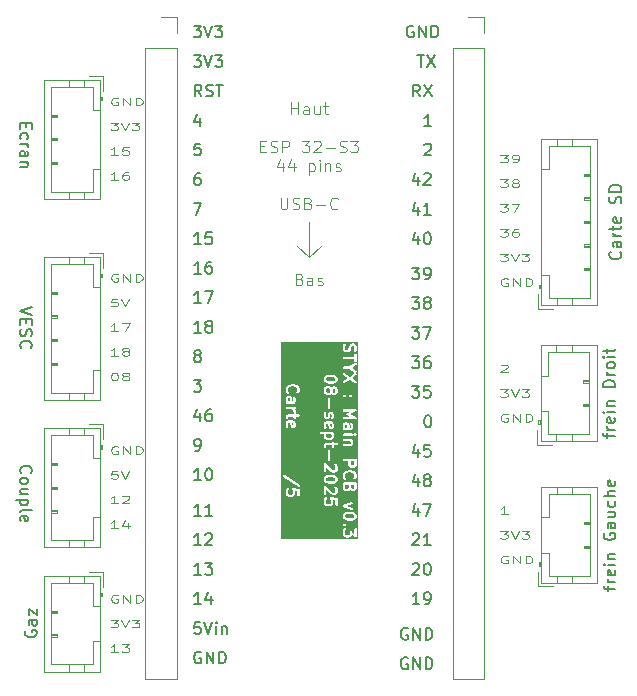
<source format=gbr>
%TF.GenerationSoftware,KiCad,Pcbnew,9.0.4*%
%TF.CreationDate,2025-09-08T16:44:26+02:00*%
%TF.ProjectId,STYX_V1,53545958-5f56-4312-9e6b-696361645f70,rev?*%
%TF.SameCoordinates,Original*%
%TF.FileFunction,Legend,Top*%
%TF.FilePolarity,Positive*%
%FSLAX46Y46*%
G04 Gerber Fmt 4.6, Leading zero omitted, Abs format (unit mm)*
G04 Created by KiCad (PCBNEW 9.0.4) date 2025-09-08 16:44:26*
%MOMM*%
%LPD*%
G01*
G04 APERTURE LIST*
%ADD10C,0.100000*%
%ADD11C,0.150000*%
%ADD12C,0.200000*%
%ADD13C,0.120000*%
G04 APERTURE END LIST*
D10*
X102500000Y-63000000D02*
X103500000Y-62000000D01*
X103500000Y-62000000D02*
X102500000Y-63000000D01*
X102500000Y-63000000D02*
X101500000Y-62000000D01*
X102500000Y-60000000D02*
X102500000Y-63000000D01*
D11*
X112527255Y-76369819D02*
X112622493Y-76369819D01*
X112622493Y-76369819D02*
X112717731Y-76417438D01*
X112717731Y-76417438D02*
X112765350Y-76465057D01*
X112765350Y-76465057D02*
X112812969Y-76560295D01*
X112812969Y-76560295D02*
X112860588Y-76750771D01*
X112860588Y-76750771D02*
X112860588Y-76988866D01*
X112860588Y-76988866D02*
X112812969Y-77179342D01*
X112812969Y-77179342D02*
X112765350Y-77274580D01*
X112765350Y-77274580D02*
X112717731Y-77322200D01*
X112717731Y-77322200D02*
X112622493Y-77369819D01*
X112622493Y-77369819D02*
X112527255Y-77369819D01*
X112527255Y-77369819D02*
X112432017Y-77322200D01*
X112432017Y-77322200D02*
X112384398Y-77274580D01*
X112384398Y-77274580D02*
X112336779Y-77179342D01*
X112336779Y-77179342D02*
X112289160Y-76988866D01*
X112289160Y-76988866D02*
X112289160Y-76750771D01*
X112289160Y-76750771D02*
X112336779Y-76560295D01*
X112336779Y-76560295D02*
X112384398Y-76465057D01*
X112384398Y-76465057D02*
X112432017Y-76417438D01*
X112432017Y-76417438D02*
X112527255Y-76369819D01*
X111241541Y-63869819D02*
X111860588Y-63869819D01*
X111860588Y-63869819D02*
X111527255Y-64250771D01*
X111527255Y-64250771D02*
X111670112Y-64250771D01*
X111670112Y-64250771D02*
X111765350Y-64298390D01*
X111765350Y-64298390D02*
X111812969Y-64346009D01*
X111812969Y-64346009D02*
X111860588Y-64441247D01*
X111860588Y-64441247D02*
X111860588Y-64679342D01*
X111860588Y-64679342D02*
X111812969Y-64774580D01*
X111812969Y-64774580D02*
X111765350Y-64822200D01*
X111765350Y-64822200D02*
X111670112Y-64869819D01*
X111670112Y-64869819D02*
X111384398Y-64869819D01*
X111384398Y-64869819D02*
X111289160Y-64822200D01*
X111289160Y-64822200D02*
X111241541Y-64774580D01*
X112336779Y-64869819D02*
X112527255Y-64869819D01*
X112527255Y-64869819D02*
X112622493Y-64822200D01*
X112622493Y-64822200D02*
X112670112Y-64774580D01*
X112670112Y-64774580D02*
X112765350Y-64631723D01*
X112765350Y-64631723D02*
X112812969Y-64441247D01*
X112812969Y-64441247D02*
X112812969Y-64060295D01*
X112812969Y-64060295D02*
X112765350Y-63965057D01*
X112765350Y-63965057D02*
X112717731Y-63917438D01*
X112717731Y-63917438D02*
X112622493Y-63869819D01*
X112622493Y-63869819D02*
X112432017Y-63869819D01*
X112432017Y-63869819D02*
X112336779Y-63917438D01*
X112336779Y-63917438D02*
X112289160Y-63965057D01*
X112289160Y-63965057D02*
X112241541Y-64060295D01*
X112241541Y-64060295D02*
X112241541Y-64298390D01*
X112241541Y-64298390D02*
X112289160Y-64393628D01*
X112289160Y-64393628D02*
X112336779Y-64441247D01*
X112336779Y-64441247D02*
X112432017Y-64488866D01*
X112432017Y-64488866D02*
X112622493Y-64488866D01*
X112622493Y-64488866D02*
X112717731Y-64441247D01*
X112717731Y-64441247D02*
X112765350Y-64393628D01*
X112765350Y-64393628D02*
X112812969Y-64298390D01*
X111765350Y-58703152D02*
X111765350Y-59369819D01*
X111527255Y-58322200D02*
X111289160Y-59036485D01*
X111289160Y-59036485D02*
X111908207Y-59036485D01*
X112812969Y-59369819D02*
X112241541Y-59369819D01*
X112527255Y-59369819D02*
X112527255Y-58369819D01*
X112527255Y-58369819D02*
X112432017Y-58512676D01*
X112432017Y-58512676D02*
X112336779Y-58607914D01*
X112336779Y-58607914D02*
X112241541Y-58655533D01*
X92979636Y-71298390D02*
X92884398Y-71250771D01*
X92884398Y-71250771D02*
X92836779Y-71203152D01*
X92836779Y-71203152D02*
X92789160Y-71107914D01*
X92789160Y-71107914D02*
X92789160Y-71060295D01*
X92789160Y-71060295D02*
X92836779Y-70965057D01*
X92836779Y-70965057D02*
X92884398Y-70917438D01*
X92884398Y-70917438D02*
X92979636Y-70869819D01*
X92979636Y-70869819D02*
X93170112Y-70869819D01*
X93170112Y-70869819D02*
X93265350Y-70917438D01*
X93265350Y-70917438D02*
X93312969Y-70965057D01*
X93312969Y-70965057D02*
X93360588Y-71060295D01*
X93360588Y-71060295D02*
X93360588Y-71107914D01*
X93360588Y-71107914D02*
X93312969Y-71203152D01*
X93312969Y-71203152D02*
X93265350Y-71250771D01*
X93265350Y-71250771D02*
X93170112Y-71298390D01*
X93170112Y-71298390D02*
X92979636Y-71298390D01*
X92979636Y-71298390D02*
X92884398Y-71346009D01*
X92884398Y-71346009D02*
X92836779Y-71393628D01*
X92836779Y-71393628D02*
X92789160Y-71488866D01*
X92789160Y-71488866D02*
X92789160Y-71679342D01*
X92789160Y-71679342D02*
X92836779Y-71774580D01*
X92836779Y-71774580D02*
X92884398Y-71822200D01*
X92884398Y-71822200D02*
X92979636Y-71869819D01*
X92979636Y-71869819D02*
X93170112Y-71869819D01*
X93170112Y-71869819D02*
X93265350Y-71822200D01*
X93265350Y-71822200D02*
X93312969Y-71774580D01*
X93312969Y-71774580D02*
X93360588Y-71679342D01*
X93360588Y-71679342D02*
X93360588Y-71488866D01*
X93360588Y-71488866D02*
X93312969Y-71393628D01*
X93312969Y-71393628D02*
X93265350Y-71346009D01*
X93265350Y-71346009D02*
X93170112Y-71298390D01*
X112289160Y-53465057D02*
X112336779Y-53417438D01*
X112336779Y-53417438D02*
X112432017Y-53369819D01*
X112432017Y-53369819D02*
X112670112Y-53369819D01*
X112670112Y-53369819D02*
X112765350Y-53417438D01*
X112765350Y-53417438D02*
X112812969Y-53465057D01*
X112812969Y-53465057D02*
X112860588Y-53560295D01*
X112860588Y-53560295D02*
X112860588Y-53655533D01*
X112860588Y-53655533D02*
X112812969Y-53798390D01*
X112812969Y-53798390D02*
X112241541Y-54369819D01*
X112241541Y-54369819D02*
X112860588Y-54369819D01*
X111908207Y-49369819D02*
X111574874Y-48893628D01*
X111336779Y-49369819D02*
X111336779Y-48369819D01*
X111336779Y-48369819D02*
X111717731Y-48369819D01*
X111717731Y-48369819D02*
X111812969Y-48417438D01*
X111812969Y-48417438D02*
X111860588Y-48465057D01*
X111860588Y-48465057D02*
X111908207Y-48560295D01*
X111908207Y-48560295D02*
X111908207Y-48703152D01*
X111908207Y-48703152D02*
X111860588Y-48798390D01*
X111860588Y-48798390D02*
X111812969Y-48846009D01*
X111812969Y-48846009D02*
X111717731Y-48893628D01*
X111717731Y-48893628D02*
X111336779Y-48893628D01*
X112241541Y-48369819D02*
X112908207Y-49369819D01*
X112908207Y-48369819D02*
X112241541Y-49369819D01*
X93360588Y-66869819D02*
X92789160Y-66869819D01*
X93074874Y-66869819D02*
X93074874Y-65869819D01*
X93074874Y-65869819D02*
X92979636Y-66012676D01*
X92979636Y-66012676D02*
X92884398Y-66107914D01*
X92884398Y-66107914D02*
X92789160Y-66155533D01*
X93693922Y-65869819D02*
X94360588Y-65869819D01*
X94360588Y-65869819D02*
X93932017Y-66869819D01*
X93265350Y-51203152D02*
X93265350Y-51869819D01*
X93027255Y-50822200D02*
X92789160Y-51536485D01*
X92789160Y-51536485D02*
X93408207Y-51536485D01*
X92741541Y-45869819D02*
X93360588Y-45869819D01*
X93360588Y-45869819D02*
X93027255Y-46250771D01*
X93027255Y-46250771D02*
X93170112Y-46250771D01*
X93170112Y-46250771D02*
X93265350Y-46298390D01*
X93265350Y-46298390D02*
X93312969Y-46346009D01*
X93312969Y-46346009D02*
X93360588Y-46441247D01*
X93360588Y-46441247D02*
X93360588Y-46679342D01*
X93360588Y-46679342D02*
X93312969Y-46774580D01*
X93312969Y-46774580D02*
X93265350Y-46822200D01*
X93265350Y-46822200D02*
X93170112Y-46869819D01*
X93170112Y-46869819D02*
X92884398Y-46869819D01*
X92884398Y-46869819D02*
X92789160Y-46822200D01*
X92789160Y-46822200D02*
X92741541Y-46774580D01*
X93646303Y-45869819D02*
X93979636Y-46869819D01*
X93979636Y-46869819D02*
X94312969Y-45869819D01*
X94551065Y-45869819D02*
X95170112Y-45869819D01*
X95170112Y-45869819D02*
X94836779Y-46250771D01*
X94836779Y-46250771D02*
X94979636Y-46250771D01*
X94979636Y-46250771D02*
X95074874Y-46298390D01*
X95074874Y-46298390D02*
X95122493Y-46346009D01*
X95122493Y-46346009D02*
X95170112Y-46441247D01*
X95170112Y-46441247D02*
X95170112Y-46679342D01*
X95170112Y-46679342D02*
X95122493Y-46774580D01*
X95122493Y-46774580D02*
X95074874Y-46822200D01*
X95074874Y-46822200D02*
X94979636Y-46869819D01*
X94979636Y-46869819D02*
X94693922Y-46869819D01*
X94693922Y-46869819D02*
X94598684Y-46822200D01*
X94598684Y-46822200D02*
X94551065Y-46774580D01*
X111241541Y-71369819D02*
X111860588Y-71369819D01*
X111860588Y-71369819D02*
X111527255Y-71750771D01*
X111527255Y-71750771D02*
X111670112Y-71750771D01*
X111670112Y-71750771D02*
X111765350Y-71798390D01*
X111765350Y-71798390D02*
X111812969Y-71846009D01*
X111812969Y-71846009D02*
X111860588Y-71941247D01*
X111860588Y-71941247D02*
X111860588Y-72179342D01*
X111860588Y-72179342D02*
X111812969Y-72274580D01*
X111812969Y-72274580D02*
X111765350Y-72322200D01*
X111765350Y-72322200D02*
X111670112Y-72369819D01*
X111670112Y-72369819D02*
X111384398Y-72369819D01*
X111384398Y-72369819D02*
X111289160Y-72322200D01*
X111289160Y-72322200D02*
X111241541Y-72274580D01*
X112717731Y-71369819D02*
X112527255Y-71369819D01*
X112527255Y-71369819D02*
X112432017Y-71417438D01*
X112432017Y-71417438D02*
X112384398Y-71465057D01*
X112384398Y-71465057D02*
X112289160Y-71607914D01*
X112289160Y-71607914D02*
X112241541Y-71798390D01*
X112241541Y-71798390D02*
X112241541Y-72179342D01*
X112241541Y-72179342D02*
X112289160Y-72274580D01*
X112289160Y-72274580D02*
X112336779Y-72322200D01*
X112336779Y-72322200D02*
X112432017Y-72369819D01*
X112432017Y-72369819D02*
X112622493Y-72369819D01*
X112622493Y-72369819D02*
X112717731Y-72322200D01*
X112717731Y-72322200D02*
X112765350Y-72274580D01*
X112765350Y-72274580D02*
X112812969Y-72179342D01*
X112812969Y-72179342D02*
X112812969Y-71941247D01*
X112812969Y-71941247D02*
X112765350Y-71846009D01*
X112765350Y-71846009D02*
X112717731Y-71798390D01*
X112717731Y-71798390D02*
X112622493Y-71750771D01*
X112622493Y-71750771D02*
X112432017Y-71750771D01*
X112432017Y-71750771D02*
X112336779Y-71798390D01*
X112336779Y-71798390D02*
X112289160Y-71846009D01*
X112289160Y-71846009D02*
X112241541Y-71941247D01*
X111765350Y-79203152D02*
X111765350Y-79869819D01*
X111527255Y-78822200D02*
X111289160Y-79536485D01*
X111289160Y-79536485D02*
X111908207Y-79536485D01*
X112765350Y-78869819D02*
X112289160Y-78869819D01*
X112289160Y-78869819D02*
X112241541Y-79346009D01*
X112241541Y-79346009D02*
X112289160Y-79298390D01*
X112289160Y-79298390D02*
X112384398Y-79250771D01*
X112384398Y-79250771D02*
X112622493Y-79250771D01*
X112622493Y-79250771D02*
X112717731Y-79298390D01*
X112717731Y-79298390D02*
X112765350Y-79346009D01*
X112765350Y-79346009D02*
X112812969Y-79441247D01*
X112812969Y-79441247D02*
X112812969Y-79679342D01*
X112812969Y-79679342D02*
X112765350Y-79774580D01*
X112765350Y-79774580D02*
X112717731Y-79822200D01*
X112717731Y-79822200D02*
X112622493Y-79869819D01*
X112622493Y-79869819D02*
X112384398Y-79869819D01*
X112384398Y-79869819D02*
X112289160Y-79822200D01*
X112289160Y-79822200D02*
X112241541Y-79774580D01*
D10*
X86327693Y-79017420D02*
X86232455Y-78986468D01*
X86232455Y-78986468D02*
X86089598Y-78986468D01*
X86089598Y-78986468D02*
X85946741Y-79017420D01*
X85946741Y-79017420D02*
X85851503Y-79079325D01*
X85851503Y-79079325D02*
X85803884Y-79141230D01*
X85803884Y-79141230D02*
X85756265Y-79265039D01*
X85756265Y-79265039D02*
X85756265Y-79357896D01*
X85756265Y-79357896D02*
X85803884Y-79481706D01*
X85803884Y-79481706D02*
X85851503Y-79543611D01*
X85851503Y-79543611D02*
X85946741Y-79605516D01*
X85946741Y-79605516D02*
X86089598Y-79636468D01*
X86089598Y-79636468D02*
X86184836Y-79636468D01*
X86184836Y-79636468D02*
X86327693Y-79605516D01*
X86327693Y-79605516D02*
X86375312Y-79574563D01*
X86375312Y-79574563D02*
X86375312Y-79357896D01*
X86375312Y-79357896D02*
X86184836Y-79357896D01*
X86803884Y-79636468D02*
X86803884Y-78986468D01*
X86803884Y-78986468D02*
X87375312Y-79636468D01*
X87375312Y-79636468D02*
X87375312Y-78986468D01*
X87851503Y-79636468D02*
X87851503Y-78986468D01*
X87851503Y-78986468D02*
X88089598Y-78986468D01*
X88089598Y-78986468D02*
X88232455Y-79017420D01*
X88232455Y-79017420D02*
X88327693Y-79079325D01*
X88327693Y-79079325D02*
X88375312Y-79141230D01*
X88375312Y-79141230D02*
X88422931Y-79265039D01*
X88422931Y-79265039D02*
X88422931Y-79357896D01*
X88422931Y-79357896D02*
X88375312Y-79481706D01*
X88375312Y-79481706D02*
X88327693Y-79543611D01*
X88327693Y-79543611D02*
X88232455Y-79605516D01*
X88232455Y-79605516D02*
X88089598Y-79636468D01*
X88089598Y-79636468D02*
X87851503Y-79636468D01*
X86280074Y-81079396D02*
X85803884Y-81079396D01*
X85803884Y-81079396D02*
X85756265Y-81388920D01*
X85756265Y-81388920D02*
X85803884Y-81357967D01*
X85803884Y-81357967D02*
X85899122Y-81327015D01*
X85899122Y-81327015D02*
X86137217Y-81327015D01*
X86137217Y-81327015D02*
X86232455Y-81357967D01*
X86232455Y-81357967D02*
X86280074Y-81388920D01*
X86280074Y-81388920D02*
X86327693Y-81450824D01*
X86327693Y-81450824D02*
X86327693Y-81605586D01*
X86327693Y-81605586D02*
X86280074Y-81667491D01*
X86280074Y-81667491D02*
X86232455Y-81698444D01*
X86232455Y-81698444D02*
X86137217Y-81729396D01*
X86137217Y-81729396D02*
X85899122Y-81729396D01*
X85899122Y-81729396D02*
X85803884Y-81698444D01*
X85803884Y-81698444D02*
X85756265Y-81667491D01*
X86613408Y-81079396D02*
X86946741Y-81729396D01*
X86946741Y-81729396D02*
X87280074Y-81079396D01*
X86327693Y-83822324D02*
X85756265Y-83822324D01*
X86041979Y-83822324D02*
X86041979Y-83172324D01*
X86041979Y-83172324D02*
X85946741Y-83265181D01*
X85946741Y-83265181D02*
X85851503Y-83327086D01*
X85851503Y-83327086D02*
X85756265Y-83358038D01*
X86708646Y-83234229D02*
X86756265Y-83203276D01*
X86756265Y-83203276D02*
X86851503Y-83172324D01*
X86851503Y-83172324D02*
X87089598Y-83172324D01*
X87089598Y-83172324D02*
X87184836Y-83203276D01*
X87184836Y-83203276D02*
X87232455Y-83234229D01*
X87232455Y-83234229D02*
X87280074Y-83296133D01*
X87280074Y-83296133D02*
X87280074Y-83358038D01*
X87280074Y-83358038D02*
X87232455Y-83450895D01*
X87232455Y-83450895D02*
X86661027Y-83822324D01*
X86661027Y-83822324D02*
X87280074Y-83822324D01*
X86327693Y-85915252D02*
X85756265Y-85915252D01*
X86041979Y-85915252D02*
X86041979Y-85265252D01*
X86041979Y-85265252D02*
X85946741Y-85358109D01*
X85946741Y-85358109D02*
X85851503Y-85420014D01*
X85851503Y-85420014D02*
X85756265Y-85450966D01*
X87184836Y-85481919D02*
X87184836Y-85915252D01*
X86946741Y-85234300D02*
X86708646Y-85698585D01*
X86708646Y-85698585D02*
X87327693Y-85698585D01*
D11*
X93360588Y-87369819D02*
X92789160Y-87369819D01*
X93074874Y-87369819D02*
X93074874Y-86369819D01*
X93074874Y-86369819D02*
X92979636Y-86512676D01*
X92979636Y-86512676D02*
X92884398Y-86607914D01*
X92884398Y-86607914D02*
X92789160Y-86655533D01*
X93741541Y-86465057D02*
X93789160Y-86417438D01*
X93789160Y-86417438D02*
X93884398Y-86369819D01*
X93884398Y-86369819D02*
X94122493Y-86369819D01*
X94122493Y-86369819D02*
X94217731Y-86417438D01*
X94217731Y-86417438D02*
X94265350Y-86465057D01*
X94265350Y-86465057D02*
X94312969Y-86560295D01*
X94312969Y-86560295D02*
X94312969Y-86655533D01*
X94312969Y-86655533D02*
X94265350Y-86798390D01*
X94265350Y-86798390D02*
X93693922Y-87369819D01*
X93693922Y-87369819D02*
X94312969Y-87369819D01*
X93360588Y-89869819D02*
X92789160Y-89869819D01*
X93074874Y-89869819D02*
X93074874Y-88869819D01*
X93074874Y-88869819D02*
X92979636Y-89012676D01*
X92979636Y-89012676D02*
X92884398Y-89107914D01*
X92884398Y-89107914D02*
X92789160Y-89155533D01*
X93693922Y-88869819D02*
X94312969Y-88869819D01*
X94312969Y-88869819D02*
X93979636Y-89250771D01*
X93979636Y-89250771D02*
X94122493Y-89250771D01*
X94122493Y-89250771D02*
X94217731Y-89298390D01*
X94217731Y-89298390D02*
X94265350Y-89346009D01*
X94265350Y-89346009D02*
X94312969Y-89441247D01*
X94312969Y-89441247D02*
X94312969Y-89679342D01*
X94312969Y-89679342D02*
X94265350Y-89774580D01*
X94265350Y-89774580D02*
X94217731Y-89822200D01*
X94217731Y-89822200D02*
X94122493Y-89869819D01*
X94122493Y-89869819D02*
X93836779Y-89869819D01*
X93836779Y-89869819D02*
X93741541Y-89822200D01*
X93741541Y-89822200D02*
X93693922Y-89774580D01*
X93360588Y-64369819D02*
X92789160Y-64369819D01*
X93074874Y-64369819D02*
X93074874Y-63369819D01*
X93074874Y-63369819D02*
X92979636Y-63512676D01*
X92979636Y-63512676D02*
X92884398Y-63607914D01*
X92884398Y-63607914D02*
X92789160Y-63655533D01*
X94217731Y-63369819D02*
X94027255Y-63369819D01*
X94027255Y-63369819D02*
X93932017Y-63417438D01*
X93932017Y-63417438D02*
X93884398Y-63465057D01*
X93884398Y-63465057D02*
X93789160Y-63607914D01*
X93789160Y-63607914D02*
X93741541Y-63798390D01*
X93741541Y-63798390D02*
X93741541Y-64179342D01*
X93741541Y-64179342D02*
X93789160Y-64274580D01*
X93789160Y-64274580D02*
X93836779Y-64322200D01*
X93836779Y-64322200D02*
X93932017Y-64369819D01*
X93932017Y-64369819D02*
X94122493Y-64369819D01*
X94122493Y-64369819D02*
X94217731Y-64322200D01*
X94217731Y-64322200D02*
X94265350Y-64274580D01*
X94265350Y-64274580D02*
X94312969Y-64179342D01*
X94312969Y-64179342D02*
X94312969Y-63941247D01*
X94312969Y-63941247D02*
X94265350Y-63846009D01*
X94265350Y-63846009D02*
X94217731Y-63798390D01*
X94217731Y-63798390D02*
X94122493Y-63750771D01*
X94122493Y-63750771D02*
X93932017Y-63750771D01*
X93932017Y-63750771D02*
X93836779Y-63798390D01*
X93836779Y-63798390D02*
X93789160Y-63846009D01*
X93789160Y-63846009D02*
X93741541Y-63941247D01*
X93312969Y-53369819D02*
X92836779Y-53369819D01*
X92836779Y-53369819D02*
X92789160Y-53846009D01*
X92789160Y-53846009D02*
X92836779Y-53798390D01*
X92836779Y-53798390D02*
X92932017Y-53750771D01*
X92932017Y-53750771D02*
X93170112Y-53750771D01*
X93170112Y-53750771D02*
X93265350Y-53798390D01*
X93265350Y-53798390D02*
X93312969Y-53846009D01*
X93312969Y-53846009D02*
X93360588Y-53941247D01*
X93360588Y-53941247D02*
X93360588Y-54179342D01*
X93360588Y-54179342D02*
X93312969Y-54274580D01*
X93312969Y-54274580D02*
X93265350Y-54322200D01*
X93265350Y-54322200D02*
X93170112Y-54369819D01*
X93170112Y-54369819D02*
X92932017Y-54369819D01*
X92932017Y-54369819D02*
X92836779Y-54322200D01*
X92836779Y-54322200D02*
X92789160Y-54274580D01*
X93265350Y-76203152D02*
X93265350Y-76869819D01*
X93027255Y-75822200D02*
X92789160Y-76536485D01*
X92789160Y-76536485D02*
X93408207Y-76536485D01*
X94217731Y-75869819D02*
X94027255Y-75869819D01*
X94027255Y-75869819D02*
X93932017Y-75917438D01*
X93932017Y-75917438D02*
X93884398Y-75965057D01*
X93884398Y-75965057D02*
X93789160Y-76107914D01*
X93789160Y-76107914D02*
X93741541Y-76298390D01*
X93741541Y-76298390D02*
X93741541Y-76679342D01*
X93741541Y-76679342D02*
X93789160Y-76774580D01*
X93789160Y-76774580D02*
X93836779Y-76822200D01*
X93836779Y-76822200D02*
X93932017Y-76869819D01*
X93932017Y-76869819D02*
X94122493Y-76869819D01*
X94122493Y-76869819D02*
X94217731Y-76822200D01*
X94217731Y-76822200D02*
X94265350Y-76774580D01*
X94265350Y-76774580D02*
X94312969Y-76679342D01*
X94312969Y-76679342D02*
X94312969Y-76441247D01*
X94312969Y-76441247D02*
X94265350Y-76346009D01*
X94265350Y-76346009D02*
X94217731Y-76298390D01*
X94217731Y-76298390D02*
X94122493Y-76250771D01*
X94122493Y-76250771D02*
X93932017Y-76250771D01*
X93932017Y-76250771D02*
X93836779Y-76298390D01*
X93836779Y-76298390D02*
X93789160Y-76346009D01*
X93789160Y-76346009D02*
X93741541Y-76441247D01*
X110860588Y-96917438D02*
X110765350Y-96869819D01*
X110765350Y-96869819D02*
X110622493Y-96869819D01*
X110622493Y-96869819D02*
X110479636Y-96917438D01*
X110479636Y-96917438D02*
X110384398Y-97012676D01*
X110384398Y-97012676D02*
X110336779Y-97107914D01*
X110336779Y-97107914D02*
X110289160Y-97298390D01*
X110289160Y-97298390D02*
X110289160Y-97441247D01*
X110289160Y-97441247D02*
X110336779Y-97631723D01*
X110336779Y-97631723D02*
X110384398Y-97726961D01*
X110384398Y-97726961D02*
X110479636Y-97822200D01*
X110479636Y-97822200D02*
X110622493Y-97869819D01*
X110622493Y-97869819D02*
X110717731Y-97869819D01*
X110717731Y-97869819D02*
X110860588Y-97822200D01*
X110860588Y-97822200D02*
X110908207Y-97774580D01*
X110908207Y-97774580D02*
X110908207Y-97441247D01*
X110908207Y-97441247D02*
X110717731Y-97441247D01*
X111336779Y-97869819D02*
X111336779Y-96869819D01*
X111336779Y-96869819D02*
X111908207Y-97869819D01*
X111908207Y-97869819D02*
X111908207Y-96869819D01*
X112384398Y-97869819D02*
X112384398Y-96869819D01*
X112384398Y-96869819D02*
X112622493Y-96869819D01*
X112622493Y-96869819D02*
X112765350Y-96917438D01*
X112765350Y-96917438D02*
X112860588Y-97012676D01*
X112860588Y-97012676D02*
X112908207Y-97107914D01*
X112908207Y-97107914D02*
X112955826Y-97298390D01*
X112955826Y-97298390D02*
X112955826Y-97441247D01*
X112955826Y-97441247D02*
X112908207Y-97631723D01*
X112908207Y-97631723D02*
X112860588Y-97726961D01*
X112860588Y-97726961D02*
X112765350Y-97822200D01*
X112765350Y-97822200D02*
X112622493Y-97869819D01*
X112622493Y-97869819D02*
X112384398Y-97869819D01*
D12*
G36*
X106237231Y-84761018D02*
G01*
X106308138Y-84796472D01*
X106332807Y-84821140D01*
X106362612Y-84880750D01*
X106362612Y-84928774D01*
X106332807Y-84988383D01*
X106308138Y-85013051D01*
X106237231Y-85048505D01*
X106069350Y-85090476D01*
X105855874Y-85090476D01*
X105687993Y-85048505D01*
X105617086Y-85013052D01*
X105592415Y-84988381D01*
X105562612Y-84928774D01*
X105562612Y-84880749D01*
X105592415Y-84821142D01*
X105617086Y-84796471D01*
X105687993Y-84761018D01*
X105855874Y-84719048D01*
X106069350Y-84719048D01*
X106237231Y-84761018D01*
G37*
G36*
X105886422Y-82459963D02*
G01*
X105851400Y-82565028D01*
X105831948Y-82584479D01*
X105772339Y-82614285D01*
X105676696Y-82614285D01*
X105617086Y-82584480D01*
X105592415Y-82559809D01*
X105562612Y-82500202D01*
X105562612Y-82242857D01*
X105886422Y-82242857D01*
X105886422Y-82459963D01*
G37*
G36*
X106362612Y-82452583D02*
G01*
X106332807Y-82512192D01*
X106308138Y-82536860D01*
X106248529Y-82566666D01*
X106200505Y-82566666D01*
X106140895Y-82536861D01*
X106116227Y-82512192D01*
X106086422Y-82452582D01*
X106086422Y-82242857D01*
X106362612Y-82242857D01*
X106362612Y-82452583D01*
G37*
G36*
X104627287Y-81641970D02*
G01*
X104698194Y-81677424D01*
X104722863Y-81702092D01*
X104752668Y-81761702D01*
X104752668Y-81809726D01*
X104722863Y-81869335D01*
X104698194Y-81894003D01*
X104627287Y-81929457D01*
X104459406Y-81971428D01*
X104245930Y-81971428D01*
X104078049Y-81929457D01*
X104007142Y-81894004D01*
X103982471Y-81869333D01*
X103952668Y-81809726D01*
X103952668Y-81761701D01*
X103982471Y-81702094D01*
X104007142Y-81677423D01*
X104078049Y-81641970D01*
X104245930Y-81600000D01*
X104459406Y-81600000D01*
X104627287Y-81641970D01*
G37*
G36*
X106362612Y-80500202D02*
G01*
X106332807Y-80559811D01*
X106308138Y-80584479D01*
X106248529Y-80614285D01*
X106152886Y-80614285D01*
X106093276Y-80584480D01*
X106068608Y-80559811D01*
X106038803Y-80500201D01*
X106038803Y-80242857D01*
X106362612Y-80242857D01*
X106362612Y-80500202D01*
G37*
G36*
X104419335Y-77999797D02*
G01*
X104419335Y-78143059D01*
X104389530Y-78202668D01*
X104364861Y-78227336D01*
X104305252Y-78257142D01*
X104066752Y-78257142D01*
X104007142Y-78227337D01*
X103982471Y-78202666D01*
X103952668Y-78143059D01*
X103952668Y-77999796D01*
X103962090Y-77980952D01*
X104409912Y-77980952D01*
X104419335Y-77999797D01*
G37*
G36*
X105721410Y-77169774D02*
G01*
X105743565Y-77214083D01*
X105743565Y-77423809D01*
X105572034Y-77423809D01*
X105562612Y-77404964D01*
X105562612Y-77214082D01*
X105584766Y-77169774D01*
X105629077Y-77147619D01*
X105677101Y-77147619D01*
X105721410Y-77169774D01*
G37*
G36*
X104397180Y-77098345D02*
G01*
X104419335Y-77142654D01*
X104419335Y-77285916D01*
X104397180Y-77330224D01*
X104362279Y-77347675D01*
X104307982Y-77076190D01*
X104352871Y-77076190D01*
X104397180Y-77098345D01*
G37*
G36*
X101177292Y-77026917D02*
G01*
X101199447Y-77071226D01*
X101199447Y-77214488D01*
X101177292Y-77258796D01*
X101142391Y-77276247D01*
X101088094Y-77004762D01*
X101132983Y-77004762D01*
X101177292Y-77026917D01*
G37*
G36*
X100891578Y-74931678D02*
G01*
X100913733Y-74975987D01*
X100913733Y-75185713D01*
X100742202Y-75185713D01*
X100732780Y-75166868D01*
X100732780Y-74975986D01*
X100754934Y-74931678D01*
X100799245Y-74909523D01*
X100847269Y-74909523D01*
X100891578Y-74931678D01*
G37*
G36*
X104269623Y-74105995D02*
G01*
X104294292Y-74130663D01*
X104324097Y-74190273D01*
X104324097Y-74333535D01*
X104294292Y-74393144D01*
X104269623Y-74417812D01*
X104210014Y-74447618D01*
X104066752Y-74447618D01*
X104007142Y-74417813D01*
X103982471Y-74393142D01*
X103952668Y-74333535D01*
X103952668Y-74190272D01*
X103982471Y-74130665D01*
X104007142Y-74105994D01*
X104066752Y-74076190D01*
X104210014Y-74076190D01*
X104269623Y-74105995D01*
G37*
G36*
X104698194Y-74105995D02*
G01*
X104722863Y-74130663D01*
X104752668Y-74190273D01*
X104752668Y-74333535D01*
X104722863Y-74393144D01*
X104698194Y-74417812D01*
X104638585Y-74447618D01*
X104638180Y-74447618D01*
X104578570Y-74417813D01*
X104553902Y-74393144D01*
X104524097Y-74333534D01*
X104524097Y-74190273D01*
X104553902Y-74130663D01*
X104578570Y-74105994D01*
X104638180Y-74076190D01*
X104638585Y-74076190D01*
X104698194Y-74105995D01*
G37*
G36*
X104627287Y-73165779D02*
G01*
X104698194Y-73201233D01*
X104722863Y-73225901D01*
X104752668Y-73285511D01*
X104752668Y-73333535D01*
X104722863Y-73393144D01*
X104698194Y-73417812D01*
X104627287Y-73453266D01*
X104459406Y-73495237D01*
X104245930Y-73495237D01*
X104078049Y-73453266D01*
X104007142Y-73417813D01*
X103982471Y-73393142D01*
X103952668Y-73333535D01*
X103952668Y-73285510D01*
X103982471Y-73225903D01*
X104007142Y-73201232D01*
X104078049Y-73165779D01*
X104245930Y-73123809D01*
X104459406Y-73123809D01*
X104627287Y-73165779D01*
G37*
G36*
X106673723Y-86830158D02*
G01*
X100183574Y-86830158D01*
X100183574Y-86142857D01*
X105362612Y-86142857D01*
X105362612Y-86428571D01*
X105364533Y-86448080D01*
X105365908Y-86451399D01*
X105366163Y-86454985D01*
X105373170Y-86473293D01*
X105420790Y-86568531D01*
X105426074Y-86576926D01*
X105427085Y-86579366D01*
X105429338Y-86582111D01*
X105431233Y-86585122D01*
X105433229Y-86586853D01*
X105439521Y-86594520D01*
X105487140Y-86642138D01*
X105494806Y-86648430D01*
X105496539Y-86650428D01*
X105499547Y-86652321D01*
X105502293Y-86654575D01*
X105504733Y-86655585D01*
X105513130Y-86660871D01*
X105608367Y-86708490D01*
X105626676Y-86715496D01*
X105630259Y-86715750D01*
X105633580Y-86717126D01*
X105653089Y-86719047D01*
X105891184Y-86719047D01*
X105910693Y-86717126D01*
X105914013Y-86715750D01*
X105917597Y-86715496D01*
X105935905Y-86708490D01*
X106031143Y-86660871D01*
X106039539Y-86655585D01*
X106041979Y-86654575D01*
X106044725Y-86652321D01*
X106047733Y-86650428D01*
X106049462Y-86648433D01*
X106057133Y-86642139D01*
X106104751Y-86594520D01*
X106111043Y-86586853D01*
X106113041Y-86585121D01*
X106114934Y-86582112D01*
X106117188Y-86579367D01*
X106118198Y-86576926D01*
X106123484Y-86568530D01*
X106162908Y-86489682D01*
X106396762Y-86694305D01*
X106405195Y-86700334D01*
X106407055Y-86702194D01*
X106408818Y-86702924D01*
X106412709Y-86705706D01*
X106428097Y-86710910D01*
X106443103Y-86717126D01*
X106446477Y-86717126D01*
X106449670Y-86718206D01*
X106465873Y-86717126D01*
X106482121Y-86717126D01*
X106485236Y-86715835D01*
X106488602Y-86715611D01*
X106503167Y-86708408D01*
X106518169Y-86702194D01*
X106520552Y-86699810D01*
X106523577Y-86698315D01*
X106534281Y-86686081D01*
X106545759Y-86674604D01*
X106547048Y-86671490D01*
X106549271Y-86668951D01*
X106554476Y-86653559D01*
X106560691Y-86638556D01*
X106561159Y-86633796D01*
X106561771Y-86631989D01*
X106561596Y-86629364D01*
X106562612Y-86619047D01*
X106562612Y-86000000D01*
X106560691Y-85980491D01*
X106545759Y-85944443D01*
X106518169Y-85916853D01*
X106482121Y-85901921D01*
X106443103Y-85901921D01*
X106407055Y-85916853D01*
X106379465Y-85944443D01*
X106364533Y-85980491D01*
X106362612Y-86000000D01*
X106362612Y-86398669D01*
X106147510Y-86210456D01*
X106139076Y-86204426D01*
X106137217Y-86202567D01*
X106135453Y-86201836D01*
X106131563Y-86199055D01*
X106116174Y-86193850D01*
X106101169Y-86187635D01*
X106097795Y-86187635D01*
X106094602Y-86186555D01*
X106078399Y-86187635D01*
X106062151Y-86187635D01*
X106059035Y-86188925D01*
X106055670Y-86189150D01*
X106041109Y-86196350D01*
X106026103Y-86202567D01*
X106023718Y-86204951D01*
X106020695Y-86206447D01*
X106009997Y-86218672D01*
X105998513Y-86230157D01*
X105997222Y-86233271D01*
X105995001Y-86235811D01*
X105989796Y-86251199D01*
X105983581Y-86266205D01*
X105983112Y-86270964D01*
X105982501Y-86272772D01*
X105982675Y-86275396D01*
X105981660Y-86285714D01*
X105981660Y-86404964D01*
X105951855Y-86464573D01*
X105927186Y-86489241D01*
X105867577Y-86519047D01*
X105676696Y-86519047D01*
X105617086Y-86489242D01*
X105592415Y-86464571D01*
X105562612Y-86404964D01*
X105562612Y-86166463D01*
X105592415Y-86106856D01*
X105628561Y-86070711D01*
X105640998Y-86055558D01*
X105655929Y-86019509D01*
X105655929Y-85980491D01*
X105640998Y-85944443D01*
X105613408Y-85916853D01*
X105577360Y-85901922D01*
X105538342Y-85901922D01*
X105502293Y-85916853D01*
X105487140Y-85929290D01*
X105439521Y-85976908D01*
X105433229Y-85984574D01*
X105431233Y-85986306D01*
X105429338Y-85989316D01*
X105427085Y-85992062D01*
X105426074Y-85994501D01*
X105420790Y-86002897D01*
X105373170Y-86098135D01*
X105366163Y-86116443D01*
X105365908Y-86120028D01*
X105364533Y-86123348D01*
X105362612Y-86142857D01*
X100183574Y-86142857D01*
X100183574Y-85599539D01*
X105364533Y-85599539D01*
X105364533Y-85638557D01*
X105366017Y-85642140D01*
X105379464Y-85674605D01*
X105379465Y-85674606D01*
X105391902Y-85689759D01*
X105439522Y-85737378D01*
X105454675Y-85749815D01*
X105480165Y-85760372D01*
X105490723Y-85764746D01*
X105490724Y-85764746D01*
X105529741Y-85764746D01*
X105550858Y-85755998D01*
X105565790Y-85749814D01*
X105565794Y-85749809D01*
X105580943Y-85737378D01*
X105628561Y-85689759D01*
X105640998Y-85674606D01*
X105652367Y-85647158D01*
X105655930Y-85638557D01*
X105655930Y-85599539D01*
X105640998Y-85563491D01*
X105640998Y-85563490D01*
X105628561Y-85548337D01*
X105580943Y-85500718D01*
X105565794Y-85488286D01*
X105565790Y-85488282D01*
X105550858Y-85482097D01*
X105529741Y-85473350D01*
X105490723Y-85473350D01*
X105480165Y-85477723D01*
X105454675Y-85488281D01*
X105439522Y-85500718D01*
X105391902Y-85548337D01*
X105379465Y-85563490D01*
X105379464Y-85563491D01*
X105368906Y-85588981D01*
X105364533Y-85599539D01*
X100183574Y-85599539D01*
X100183574Y-84857143D01*
X105362612Y-84857143D01*
X105362612Y-84952381D01*
X105364533Y-84971890D01*
X105365908Y-84975209D01*
X105366163Y-84978795D01*
X105373170Y-84997103D01*
X105420790Y-85092341D01*
X105426074Y-85100736D01*
X105427085Y-85103176D01*
X105429338Y-85105921D01*
X105431233Y-85108932D01*
X105433229Y-85110663D01*
X105439521Y-85118330D01*
X105487140Y-85165948D01*
X105494806Y-85172240D01*
X105496539Y-85174238D01*
X105499547Y-85176131D01*
X105502293Y-85178385D01*
X105504733Y-85179395D01*
X105513130Y-85184681D01*
X105608367Y-85232300D01*
X105609795Y-85232846D01*
X105610375Y-85233276D01*
X105618551Y-85236197D01*
X105626676Y-85239306D01*
X105627396Y-85239357D01*
X105628835Y-85239871D01*
X105819311Y-85287490D01*
X105822692Y-85287990D01*
X105824056Y-85288555D01*
X105831406Y-85289278D01*
X105838704Y-85290358D01*
X105840162Y-85290140D01*
X105843565Y-85290476D01*
X106081660Y-85290476D01*
X106085062Y-85290140D01*
X106086521Y-85290358D01*
X106093818Y-85289278D01*
X106101169Y-85288555D01*
X106102532Y-85287990D01*
X106105914Y-85287490D01*
X106296389Y-85239871D01*
X106297826Y-85239357D01*
X106298549Y-85239306D01*
X106306673Y-85236197D01*
X106314850Y-85233276D01*
X106315430Y-85232845D01*
X106316857Y-85232300D01*
X106412095Y-85184681D01*
X106420491Y-85179395D01*
X106422931Y-85178385D01*
X106425677Y-85176131D01*
X106428685Y-85174238D01*
X106430414Y-85172243D01*
X106438085Y-85165949D01*
X106485703Y-85118330D01*
X106491995Y-85110663D01*
X106493993Y-85108931D01*
X106495886Y-85105922D01*
X106498140Y-85103177D01*
X106499150Y-85100736D01*
X106504436Y-85092340D01*
X106552055Y-84997103D01*
X106559061Y-84978794D01*
X106559315Y-84975210D01*
X106560691Y-84971890D01*
X106562612Y-84952381D01*
X106562612Y-84857143D01*
X106560691Y-84837634D01*
X106559315Y-84834313D01*
X106559061Y-84830730D01*
X106552055Y-84812421D01*
X106504436Y-84717184D01*
X106499150Y-84708787D01*
X106498140Y-84706347D01*
X106495886Y-84703601D01*
X106493993Y-84700593D01*
X106491995Y-84698860D01*
X106485703Y-84691194D01*
X106438085Y-84643575D01*
X106430414Y-84637280D01*
X106428685Y-84635286D01*
X106425677Y-84633392D01*
X106422931Y-84631139D01*
X106420491Y-84630128D01*
X106412095Y-84624843D01*
X106316857Y-84577224D01*
X106315430Y-84576678D01*
X106314850Y-84576248D01*
X106306673Y-84573326D01*
X106298549Y-84570218D01*
X106297826Y-84570166D01*
X106296389Y-84569653D01*
X106105914Y-84522034D01*
X106102532Y-84521533D01*
X106101169Y-84520969D01*
X106093818Y-84520245D01*
X106086521Y-84519166D01*
X106085062Y-84519383D01*
X106081660Y-84519048D01*
X105843565Y-84519048D01*
X105840162Y-84519383D01*
X105838704Y-84519166D01*
X105831406Y-84520245D01*
X105824056Y-84520969D01*
X105822692Y-84521533D01*
X105819311Y-84522034D01*
X105628835Y-84569653D01*
X105627396Y-84570166D01*
X105626676Y-84570218D01*
X105618551Y-84573326D01*
X105610375Y-84576248D01*
X105609795Y-84576677D01*
X105608367Y-84577224D01*
X105513130Y-84624843D01*
X105504733Y-84630128D01*
X105502293Y-84631139D01*
X105499547Y-84633392D01*
X105496539Y-84635286D01*
X105494806Y-84637283D01*
X105487140Y-84643576D01*
X105439521Y-84691194D01*
X105433229Y-84698860D01*
X105431233Y-84700592D01*
X105429338Y-84703602D01*
X105427085Y-84706348D01*
X105426074Y-84708787D01*
X105420790Y-84717183D01*
X105373170Y-84812421D01*
X105366163Y-84830729D01*
X105365908Y-84834314D01*
X105364533Y-84837634D01*
X105362612Y-84857143D01*
X100183574Y-84857143D01*
X100183574Y-83547619D01*
X103752668Y-83547619D01*
X103752668Y-83785714D01*
X103754589Y-83805223D01*
X103755964Y-83808542D01*
X103756219Y-83812128D01*
X103763226Y-83830436D01*
X103810846Y-83925674D01*
X103816130Y-83934069D01*
X103817141Y-83936509D01*
X103819394Y-83939254D01*
X103821289Y-83942265D01*
X103823285Y-83943996D01*
X103829577Y-83951663D01*
X103877196Y-83999281D01*
X103884862Y-84005573D01*
X103886595Y-84007571D01*
X103889603Y-84009464D01*
X103892349Y-84011718D01*
X103894789Y-84012728D01*
X103903186Y-84018014D01*
X103998423Y-84065633D01*
X104016732Y-84072639D01*
X104020315Y-84072893D01*
X104023636Y-84074269D01*
X104043145Y-84076190D01*
X104281240Y-84076190D01*
X104300749Y-84074269D01*
X104304069Y-84072893D01*
X104307653Y-84072639D01*
X104325961Y-84065633D01*
X104391219Y-84033004D01*
X105363685Y-84033004D01*
X105364411Y-84047619D01*
X105363685Y-84062234D01*
X105365373Y-84066962D01*
X105365623Y-84071974D01*
X105371884Y-84085192D01*
X105376808Y-84098979D01*
X105380178Y-84102701D01*
X105382326Y-84107236D01*
X105393174Y-84117056D01*
X105402995Y-84127905D01*
X105407529Y-84130052D01*
X105411252Y-84133423D01*
X105428978Y-84141793D01*
X106095645Y-84379888D01*
X106114664Y-84384641D01*
X106153634Y-84382703D01*
X106188896Y-84366000D01*
X106215082Y-84337074D01*
X106228205Y-84300329D01*
X106226268Y-84261359D01*
X106209564Y-84226097D01*
X106180639Y-84199910D01*
X106162912Y-84191540D01*
X105759933Y-84047619D01*
X106162912Y-83903698D01*
X106180639Y-83895328D01*
X106209564Y-83869141D01*
X106226268Y-83833879D01*
X106228205Y-83794909D01*
X106215082Y-83758164D01*
X106188896Y-83729238D01*
X106153634Y-83712535D01*
X106114664Y-83710597D01*
X106095645Y-83715350D01*
X105428978Y-83953445D01*
X105411252Y-83961815D01*
X105407529Y-83965185D01*
X105402995Y-83967333D01*
X105393174Y-83978181D01*
X105382326Y-83988002D01*
X105380178Y-83992536D01*
X105376808Y-83996259D01*
X105371884Y-84010045D01*
X105365623Y-84023264D01*
X105365373Y-84028275D01*
X105363685Y-84033004D01*
X104391219Y-84033004D01*
X104421199Y-84018014D01*
X104429595Y-84012728D01*
X104432035Y-84011718D01*
X104434781Y-84009464D01*
X104437789Y-84007571D01*
X104439518Y-84005576D01*
X104447189Y-83999282D01*
X104494807Y-83951663D01*
X104501099Y-83943996D01*
X104503097Y-83942264D01*
X104504990Y-83939255D01*
X104507244Y-83936510D01*
X104508254Y-83934069D01*
X104513540Y-83925673D01*
X104561159Y-83830436D01*
X104568165Y-83812127D01*
X104568419Y-83808543D01*
X104569795Y-83805223D01*
X104571716Y-83785714D01*
X104571716Y-83547619D01*
X104569795Y-83528110D01*
X104568419Y-83524789D01*
X104568395Y-83524452D01*
X104752668Y-83542880D01*
X104752668Y-83928571D01*
X104754589Y-83948080D01*
X104769521Y-83984128D01*
X104797111Y-84011718D01*
X104833159Y-84026650D01*
X104872177Y-84026650D01*
X104908225Y-84011718D01*
X104935815Y-83984128D01*
X104950747Y-83948080D01*
X104952668Y-83928571D01*
X104952668Y-83452381D01*
X104951957Y-83445164D01*
X104952201Y-83442728D01*
X104951483Y-83440349D01*
X104950747Y-83432872D01*
X104945150Y-83419362D01*
X104940930Y-83405373D01*
X104937742Y-83401476D01*
X104935815Y-83396824D01*
X104925478Y-83386487D01*
X104916223Y-83375175D01*
X104911785Y-83372794D01*
X104908225Y-83369234D01*
X104894719Y-83363639D01*
X104881839Y-83356730D01*
X104874474Y-83355253D01*
X104872177Y-83354302D01*
X104869727Y-83354302D01*
X104862618Y-83352877D01*
X104386428Y-83305258D01*
X104366825Y-83305229D01*
X104362006Y-83306683D01*
X104356969Y-83306683D01*
X104343459Y-83312279D01*
X104329470Y-83316500D01*
X104325573Y-83319687D01*
X104320921Y-83321615D01*
X104310584Y-83331951D01*
X104299272Y-83341207D01*
X104296891Y-83345644D01*
X104293331Y-83349205D01*
X104287736Y-83362710D01*
X104280827Y-83375591D01*
X104280326Y-83380600D01*
X104278399Y-83385253D01*
X104278399Y-83399873D01*
X104276945Y-83414415D01*
X104278399Y-83419233D01*
X104278399Y-83424271D01*
X104283995Y-83437780D01*
X104288216Y-83451770D01*
X104291403Y-83455666D01*
X104293331Y-83460319D01*
X104305767Y-83475473D01*
X104341911Y-83511616D01*
X104371716Y-83571226D01*
X104371716Y-83762107D01*
X104341911Y-83821716D01*
X104317242Y-83846384D01*
X104257633Y-83876190D01*
X104066752Y-83876190D01*
X104007142Y-83846385D01*
X103982471Y-83821714D01*
X103952668Y-83762107D01*
X103952668Y-83571225D01*
X103982471Y-83511618D01*
X104018617Y-83475473D01*
X104031054Y-83460320D01*
X104045985Y-83424271D01*
X104045985Y-83385253D01*
X104031054Y-83349205D01*
X104003464Y-83321615D01*
X103967416Y-83306684D01*
X103928398Y-83306684D01*
X103892349Y-83321615D01*
X103877196Y-83334052D01*
X103829577Y-83381670D01*
X103823285Y-83389336D01*
X103821289Y-83391068D01*
X103819394Y-83394078D01*
X103817141Y-83396824D01*
X103816130Y-83399263D01*
X103810846Y-83407659D01*
X103763226Y-83502897D01*
X103756219Y-83521205D01*
X103755964Y-83524790D01*
X103754589Y-83528110D01*
X103752668Y-83547619D01*
X100183574Y-83547619D01*
X100183574Y-82761906D01*
X100532780Y-82761906D01*
X100532780Y-83000001D01*
X100534701Y-83019510D01*
X100536076Y-83022829D01*
X100536331Y-83026415D01*
X100543338Y-83044723D01*
X100590958Y-83139961D01*
X100596242Y-83148356D01*
X100597253Y-83150796D01*
X100599506Y-83153541D01*
X100601401Y-83156552D01*
X100603397Y-83158283D01*
X100609689Y-83165950D01*
X100657308Y-83213568D01*
X100664974Y-83219860D01*
X100666707Y-83221858D01*
X100669715Y-83223751D01*
X100672461Y-83226005D01*
X100674901Y-83227015D01*
X100683298Y-83232301D01*
X100778535Y-83279920D01*
X100796844Y-83286926D01*
X100800427Y-83287180D01*
X100803748Y-83288556D01*
X100823257Y-83290477D01*
X101061352Y-83290477D01*
X101080861Y-83288556D01*
X101084181Y-83287180D01*
X101087765Y-83286926D01*
X101106073Y-83279920D01*
X101201311Y-83232301D01*
X101209707Y-83227015D01*
X101212147Y-83226005D01*
X101214893Y-83223751D01*
X101217901Y-83221858D01*
X101219630Y-83219863D01*
X101227301Y-83213569D01*
X101274919Y-83165950D01*
X101281211Y-83158283D01*
X101283209Y-83156551D01*
X101285102Y-83153542D01*
X101287356Y-83150797D01*
X101288366Y-83148356D01*
X101293652Y-83139960D01*
X101341271Y-83044723D01*
X101348277Y-83026414D01*
X101348531Y-83022830D01*
X101349907Y-83019510D01*
X101351828Y-83000001D01*
X101351828Y-82761906D01*
X101349907Y-82742397D01*
X101348531Y-82739076D01*
X101348507Y-82738739D01*
X101532780Y-82757167D01*
X101532780Y-83142858D01*
X101534701Y-83162367D01*
X101549633Y-83198415D01*
X101577223Y-83226005D01*
X101613271Y-83240937D01*
X101652289Y-83240937D01*
X101688337Y-83226005D01*
X101715927Y-83198415D01*
X101730859Y-83162367D01*
X101732780Y-83142858D01*
X101732780Y-82666668D01*
X101732069Y-82659451D01*
X101732313Y-82657015D01*
X101731595Y-82654636D01*
X101730859Y-82647159D01*
X101725262Y-82633649D01*
X101721042Y-82619660D01*
X101717854Y-82615763D01*
X101715927Y-82611111D01*
X101705590Y-82600774D01*
X101696335Y-82589462D01*
X101691897Y-82587081D01*
X101688337Y-82583521D01*
X101674831Y-82577926D01*
X101661951Y-82571017D01*
X101654586Y-82569540D01*
X101652289Y-82568589D01*
X101649839Y-82568589D01*
X101642730Y-82567164D01*
X101166540Y-82519545D01*
X101146937Y-82519516D01*
X101142118Y-82520970D01*
X101137081Y-82520970D01*
X101123571Y-82526566D01*
X101109582Y-82530787D01*
X101105685Y-82533974D01*
X101101033Y-82535902D01*
X101090696Y-82546238D01*
X101079384Y-82555494D01*
X101077003Y-82559931D01*
X101073443Y-82563492D01*
X101067848Y-82576997D01*
X101060939Y-82589878D01*
X101060438Y-82594887D01*
X101058511Y-82599540D01*
X101058511Y-82614160D01*
X101057057Y-82628702D01*
X101058511Y-82633520D01*
X101058511Y-82638558D01*
X101064107Y-82652067D01*
X101068328Y-82666057D01*
X101071515Y-82669953D01*
X101073443Y-82674606D01*
X101085879Y-82689760D01*
X101122023Y-82725903D01*
X101151828Y-82785513D01*
X101151828Y-82976394D01*
X101122023Y-83036003D01*
X101097354Y-83060671D01*
X101037745Y-83090477D01*
X100846864Y-83090477D01*
X100787254Y-83060672D01*
X100762583Y-83036001D01*
X100732780Y-82976394D01*
X100732780Y-82785512D01*
X100762583Y-82725905D01*
X100798729Y-82689760D01*
X100811166Y-82674607D01*
X100826097Y-82638558D01*
X100826097Y-82599540D01*
X100811166Y-82563492D01*
X100783576Y-82535902D01*
X100747528Y-82520971D01*
X100708510Y-82520971D01*
X100672461Y-82535902D01*
X100657308Y-82548339D01*
X100609689Y-82595957D01*
X100603397Y-82603623D01*
X100601401Y-82605355D01*
X100599506Y-82608365D01*
X100597253Y-82611111D01*
X100596242Y-82613550D01*
X100590958Y-82621946D01*
X100543338Y-82717184D01*
X100536331Y-82735492D01*
X100536076Y-82739077D01*
X100534701Y-82742397D01*
X100532780Y-82761906D01*
X100183574Y-82761906D01*
X100183574Y-81476297D01*
X100294685Y-81476297D01*
X100302337Y-81514557D01*
X100324048Y-81546977D01*
X100339215Y-81559397D01*
X101624930Y-82416539D01*
X101642228Y-82425762D01*
X101680504Y-82433334D01*
X101718765Y-82425682D01*
X101750004Y-82404762D01*
X103752668Y-82404762D01*
X103752668Y-83023809D01*
X103754589Y-83043318D01*
X103769521Y-83079366D01*
X103797111Y-83106956D01*
X103833159Y-83121888D01*
X103872177Y-83121888D01*
X103908225Y-83106956D01*
X103935815Y-83079366D01*
X103950747Y-83043318D01*
X103952668Y-83023809D01*
X103952668Y-82646183D01*
X104353386Y-83046901D01*
X104368540Y-83059337D01*
X104371858Y-83060711D01*
X104374574Y-83063067D01*
X104392474Y-83071058D01*
X104535331Y-83118677D01*
X104545003Y-83120876D01*
X104547445Y-83121888D01*
X104550982Y-83122236D01*
X104554446Y-83123024D01*
X104557080Y-83122836D01*
X104566954Y-83123809D01*
X104662192Y-83123809D01*
X104681701Y-83121888D01*
X104685021Y-83120512D01*
X104688605Y-83120258D01*
X104706913Y-83113252D01*
X104802151Y-83065633D01*
X104810547Y-83060347D01*
X104812987Y-83059337D01*
X104815733Y-83057083D01*
X104818741Y-83055190D01*
X104820470Y-83053195D01*
X104828141Y-83046901D01*
X104875759Y-82999282D01*
X104882051Y-82991615D01*
X104884049Y-82989883D01*
X104885942Y-82986874D01*
X104888196Y-82984129D01*
X104889206Y-82981688D01*
X104894492Y-82973292D01*
X104942111Y-82878055D01*
X104949117Y-82859746D01*
X104949371Y-82856162D01*
X104950747Y-82852842D01*
X104952668Y-82833333D01*
X104952668Y-82595238D01*
X104950747Y-82575729D01*
X104949371Y-82572408D01*
X104949117Y-82568825D01*
X104942111Y-82550516D01*
X104894492Y-82455279D01*
X104889206Y-82446882D01*
X104888196Y-82444442D01*
X104885942Y-82441696D01*
X104884049Y-82438688D01*
X104882051Y-82436955D01*
X104875759Y-82429289D01*
X104828141Y-82381670D01*
X104812987Y-82369234D01*
X104776939Y-82354302D01*
X104737921Y-82354302D01*
X104701873Y-82369234D01*
X104674283Y-82396824D01*
X104659351Y-82432872D01*
X104659351Y-82471890D01*
X104674283Y-82507938D01*
X104686719Y-82523092D01*
X104722863Y-82559235D01*
X104752668Y-82618845D01*
X104752668Y-82809726D01*
X104722863Y-82869335D01*
X104698194Y-82894003D01*
X104638585Y-82923809D01*
X104583180Y-82923809D01*
X104478116Y-82888787D01*
X103923379Y-82334051D01*
X103908225Y-82321615D01*
X103872177Y-82306683D01*
X103833159Y-82306683D01*
X103797111Y-82321615D01*
X103769521Y-82349205D01*
X103754589Y-82385253D01*
X103752668Y-82404762D01*
X101750004Y-82404762D01*
X101751185Y-82403971D01*
X101772828Y-82371506D01*
X101780400Y-82333229D01*
X101772748Y-82294969D01*
X101751037Y-82262549D01*
X101735870Y-82250129D01*
X100967818Y-81738095D01*
X103752668Y-81738095D01*
X103752668Y-81833333D01*
X103754589Y-81852842D01*
X103755964Y-81856161D01*
X103756219Y-81859747D01*
X103763226Y-81878055D01*
X103810846Y-81973293D01*
X103816130Y-81981688D01*
X103817141Y-81984128D01*
X103819394Y-81986873D01*
X103821289Y-81989884D01*
X103823285Y-81991615D01*
X103829577Y-81999282D01*
X103877196Y-82046900D01*
X103884862Y-82053192D01*
X103886595Y-82055190D01*
X103889603Y-82057083D01*
X103892349Y-82059337D01*
X103894789Y-82060347D01*
X103903186Y-82065633D01*
X103998423Y-82113252D01*
X103999851Y-82113798D01*
X104000431Y-82114228D01*
X104008607Y-82117149D01*
X104016732Y-82120258D01*
X104017452Y-82120309D01*
X104018891Y-82120823D01*
X104209367Y-82168442D01*
X104212748Y-82168942D01*
X104214112Y-82169507D01*
X104221462Y-82170230D01*
X104228760Y-82171310D01*
X104230218Y-82171092D01*
X104233621Y-82171428D01*
X104471716Y-82171428D01*
X104475118Y-82171092D01*
X104476577Y-82171310D01*
X104483874Y-82170230D01*
X104491225Y-82169507D01*
X104492588Y-82168942D01*
X104495970Y-82168442D01*
X104598309Y-82142857D01*
X105362612Y-82142857D01*
X105362612Y-82523809D01*
X105364533Y-82543318D01*
X105365908Y-82546637D01*
X105366163Y-82550223D01*
X105373170Y-82568531D01*
X105420790Y-82663769D01*
X105426074Y-82672164D01*
X105427085Y-82674604D01*
X105429338Y-82677349D01*
X105431233Y-82680360D01*
X105433229Y-82682091D01*
X105439521Y-82689758D01*
X105487140Y-82737376D01*
X105494806Y-82743668D01*
X105496539Y-82745666D01*
X105499547Y-82747559D01*
X105502293Y-82749813D01*
X105504733Y-82750823D01*
X105513130Y-82756109D01*
X105608367Y-82803728D01*
X105626676Y-82810734D01*
X105630259Y-82810988D01*
X105633580Y-82812364D01*
X105653089Y-82814285D01*
X105795946Y-82814285D01*
X105815455Y-82812364D01*
X105818775Y-82810988D01*
X105822359Y-82810734D01*
X105840667Y-82803728D01*
X105935905Y-82756109D01*
X105944301Y-82750823D01*
X105946741Y-82749813D01*
X105949487Y-82747559D01*
X105952495Y-82745666D01*
X105954224Y-82743671D01*
X105961895Y-82737377D01*
X106009513Y-82689758D01*
X106010160Y-82688968D01*
X106010949Y-82689757D01*
X106018615Y-82696049D01*
X106020348Y-82698047D01*
X106023356Y-82699940D01*
X106026102Y-82702194D01*
X106028542Y-82703204D01*
X106036939Y-82708490D01*
X106132176Y-82756109D01*
X106150485Y-82763115D01*
X106154068Y-82763369D01*
X106157389Y-82764745D01*
X106176898Y-82766666D01*
X106272136Y-82766666D01*
X106291645Y-82764745D01*
X106294965Y-82763369D01*
X106298549Y-82763115D01*
X106316857Y-82756109D01*
X106412095Y-82708490D01*
X106420491Y-82703204D01*
X106422931Y-82702194D01*
X106425677Y-82699940D01*
X106428685Y-82698047D01*
X106430414Y-82696052D01*
X106438085Y-82689758D01*
X106485703Y-82642139D01*
X106491995Y-82634472D01*
X106493993Y-82632740D01*
X106495886Y-82629731D01*
X106498140Y-82626986D01*
X106499150Y-82624545D01*
X106504436Y-82616149D01*
X106552055Y-82520912D01*
X106559061Y-82502603D01*
X106559315Y-82499019D01*
X106560691Y-82495699D01*
X106562612Y-82476190D01*
X106562612Y-82142857D01*
X106560691Y-82123348D01*
X106545759Y-82087300D01*
X106518169Y-82059710D01*
X106482121Y-82044778D01*
X106462612Y-82042857D01*
X105462612Y-82042857D01*
X105443103Y-82044778D01*
X105407055Y-82059710D01*
X105379465Y-82087300D01*
X105364533Y-82123348D01*
X105362612Y-82142857D01*
X104598309Y-82142857D01*
X104686445Y-82120823D01*
X104687882Y-82120309D01*
X104688605Y-82120258D01*
X104696729Y-82117149D01*
X104704906Y-82114228D01*
X104705486Y-82113797D01*
X104706913Y-82113252D01*
X104802151Y-82065633D01*
X104810547Y-82060347D01*
X104812987Y-82059337D01*
X104815733Y-82057083D01*
X104818741Y-82055190D01*
X104820470Y-82053195D01*
X104828141Y-82046901D01*
X104875759Y-81999282D01*
X104882051Y-81991615D01*
X104884049Y-81989883D01*
X104885942Y-81986874D01*
X104888196Y-81984129D01*
X104889206Y-81981688D01*
X104894492Y-81973292D01*
X104942111Y-81878055D01*
X104949117Y-81859746D01*
X104949371Y-81856162D01*
X104950747Y-81852842D01*
X104952668Y-81833333D01*
X104952668Y-81738095D01*
X104950747Y-81718586D01*
X104949371Y-81715265D01*
X104949117Y-81711682D01*
X104942111Y-81693373D01*
X104894492Y-81598136D01*
X104889206Y-81589739D01*
X104888196Y-81587299D01*
X104885942Y-81584553D01*
X104884049Y-81581545D01*
X104882051Y-81579812D01*
X104875759Y-81572146D01*
X104828141Y-81524527D01*
X104820470Y-81518232D01*
X104818741Y-81516238D01*
X104815733Y-81514344D01*
X104812987Y-81512091D01*
X104810547Y-81511080D01*
X104802151Y-81505795D01*
X104706913Y-81458176D01*
X104705486Y-81457630D01*
X104704906Y-81457200D01*
X104696729Y-81454278D01*
X104688605Y-81451170D01*
X104687882Y-81451118D01*
X104686445Y-81450605D01*
X104598309Y-81428571D01*
X105362612Y-81428571D01*
X105362612Y-81523809D01*
X105363584Y-81533682D01*
X105363397Y-81536317D01*
X105364184Y-81539780D01*
X105364533Y-81543318D01*
X105365544Y-81545759D01*
X105367744Y-81555432D01*
X105415364Y-81698290D01*
X105423356Y-81716190D01*
X105425710Y-81718904D01*
X105427085Y-81722223D01*
X105439521Y-81737377D01*
X105487140Y-81784995D01*
X105502293Y-81797432D01*
X105538342Y-81812363D01*
X105577360Y-81812363D01*
X105613408Y-81797432D01*
X105640998Y-81769842D01*
X105655929Y-81733794D01*
X105655929Y-81694776D01*
X105640998Y-81658727D01*
X105628561Y-81643574D01*
X105597634Y-81612646D01*
X105562612Y-81507581D01*
X105562612Y-81444798D01*
X105597634Y-81339733D01*
X105664707Y-81272661D01*
X105735612Y-81237208D01*
X105903493Y-81195238D01*
X106021731Y-81195238D01*
X106189612Y-81237208D01*
X106260518Y-81272661D01*
X106327590Y-81339733D01*
X106362612Y-81444797D01*
X106362612Y-81507582D01*
X106327590Y-81612647D01*
X106296663Y-81643574D01*
X106284227Y-81658728D01*
X106269295Y-81694776D01*
X106269295Y-81733794D01*
X106284227Y-81769842D01*
X106311817Y-81797432D01*
X106347865Y-81812364D01*
X106386883Y-81812364D01*
X106422931Y-81797432D01*
X106438085Y-81784996D01*
X106485703Y-81737377D01*
X106498140Y-81722224D01*
X106499514Y-81718904D01*
X106501870Y-81716189D01*
X106509861Y-81698289D01*
X106557480Y-81555432D01*
X106559679Y-81545759D01*
X106560691Y-81543318D01*
X106561039Y-81539780D01*
X106561827Y-81536317D01*
X106561639Y-81533682D01*
X106562612Y-81523809D01*
X106562612Y-81428571D01*
X106561639Y-81418697D01*
X106561827Y-81416063D01*
X106561039Y-81412599D01*
X106560691Y-81409062D01*
X106559679Y-81406620D01*
X106557480Y-81396948D01*
X106509861Y-81254091D01*
X106501870Y-81236191D01*
X106499514Y-81233475D01*
X106498140Y-81230157D01*
X106485704Y-81215003D01*
X106390466Y-81119765D01*
X106382795Y-81113470D01*
X106381066Y-81111476D01*
X106378058Y-81109582D01*
X106375312Y-81107329D01*
X106372872Y-81106318D01*
X106364476Y-81101033D01*
X106269238Y-81053414D01*
X106267811Y-81052868D01*
X106267231Y-81052438D01*
X106259054Y-81049516D01*
X106250930Y-81046408D01*
X106250207Y-81046356D01*
X106248770Y-81045843D01*
X106058295Y-80998224D01*
X106054913Y-80997723D01*
X106053550Y-80997159D01*
X106046199Y-80996435D01*
X106038902Y-80995356D01*
X106037443Y-80995573D01*
X106034041Y-80995238D01*
X105891184Y-80995238D01*
X105887781Y-80995573D01*
X105886323Y-80995356D01*
X105879025Y-80996435D01*
X105871675Y-80997159D01*
X105870311Y-80997723D01*
X105866930Y-80998224D01*
X105676454Y-81045843D01*
X105675015Y-81046356D01*
X105674295Y-81046408D01*
X105666170Y-81049516D01*
X105657994Y-81052438D01*
X105657414Y-81052867D01*
X105655986Y-81053414D01*
X105560749Y-81101033D01*
X105552350Y-81106319D01*
X105549913Y-81107329D01*
X105547169Y-81109580D01*
X105544158Y-81111476D01*
X105542425Y-81113473D01*
X105534759Y-81119765D01*
X105439521Y-81215003D01*
X105427085Y-81230157D01*
X105425710Y-81233475D01*
X105423356Y-81236190D01*
X105415364Y-81254090D01*
X105367744Y-81396948D01*
X105365544Y-81406620D01*
X105364533Y-81409062D01*
X105364184Y-81412599D01*
X105363397Y-81416063D01*
X105363584Y-81418697D01*
X105362612Y-81428571D01*
X104598309Y-81428571D01*
X104495970Y-81402986D01*
X104492588Y-81402485D01*
X104491225Y-81401921D01*
X104483874Y-81401197D01*
X104476577Y-81400118D01*
X104475118Y-81400335D01*
X104471716Y-81400000D01*
X104233621Y-81400000D01*
X104230218Y-81400335D01*
X104228760Y-81400118D01*
X104221462Y-81401197D01*
X104214112Y-81401921D01*
X104212748Y-81402485D01*
X104209367Y-81402986D01*
X104018891Y-81450605D01*
X104017452Y-81451118D01*
X104016732Y-81451170D01*
X104008607Y-81454278D01*
X104000431Y-81457200D01*
X103999851Y-81457629D01*
X103998423Y-81458176D01*
X103903186Y-81505795D01*
X103894789Y-81511080D01*
X103892349Y-81512091D01*
X103889603Y-81514344D01*
X103886595Y-81516238D01*
X103884862Y-81518235D01*
X103877196Y-81524528D01*
X103829577Y-81572146D01*
X103823285Y-81579812D01*
X103821289Y-81581544D01*
X103819394Y-81584554D01*
X103817141Y-81587300D01*
X103816130Y-81589739D01*
X103810846Y-81598135D01*
X103763226Y-81693373D01*
X103756219Y-81711681D01*
X103755964Y-81715266D01*
X103754589Y-81718586D01*
X103752668Y-81738095D01*
X100967818Y-81738095D01*
X100450155Y-81392987D01*
X100432857Y-81383764D01*
X100394580Y-81376192D01*
X100356320Y-81383844D01*
X100323900Y-81405555D01*
X100302257Y-81438020D01*
X100294685Y-81476297D01*
X100183574Y-81476297D01*
X100183574Y-80500000D01*
X103752668Y-80500000D01*
X103752668Y-81119047D01*
X103754589Y-81138556D01*
X103769521Y-81174604D01*
X103797111Y-81202194D01*
X103833159Y-81217126D01*
X103872177Y-81217126D01*
X103908225Y-81202194D01*
X103935815Y-81174604D01*
X103950747Y-81138556D01*
X103952668Y-81119047D01*
X103952668Y-80741421D01*
X104353386Y-81142139D01*
X104368540Y-81154575D01*
X104371858Y-81155949D01*
X104374574Y-81158305D01*
X104392474Y-81166296D01*
X104535331Y-81213915D01*
X104545003Y-81216114D01*
X104547445Y-81217126D01*
X104550982Y-81217474D01*
X104554446Y-81218262D01*
X104557080Y-81218074D01*
X104566954Y-81219047D01*
X104662192Y-81219047D01*
X104681701Y-81217126D01*
X104685021Y-81215750D01*
X104688605Y-81215496D01*
X104706913Y-81208490D01*
X104802151Y-81160871D01*
X104810547Y-81155585D01*
X104812987Y-81154575D01*
X104815733Y-81152321D01*
X104818741Y-81150428D01*
X104820470Y-81148433D01*
X104828141Y-81142139D01*
X104875759Y-81094520D01*
X104882051Y-81086853D01*
X104884049Y-81085121D01*
X104885942Y-81082112D01*
X104888196Y-81079367D01*
X104889206Y-81076926D01*
X104894492Y-81068530D01*
X104942111Y-80973293D01*
X104949117Y-80954984D01*
X104949371Y-80951400D01*
X104950747Y-80948080D01*
X104952668Y-80928571D01*
X104952668Y-80690476D01*
X104950747Y-80670967D01*
X104949371Y-80667646D01*
X104949117Y-80664063D01*
X104942111Y-80645754D01*
X104894492Y-80550517D01*
X104889206Y-80542120D01*
X104888196Y-80539680D01*
X104885942Y-80536934D01*
X104884049Y-80533926D01*
X104882051Y-80532193D01*
X104875759Y-80524527D01*
X104828141Y-80476908D01*
X104812987Y-80464472D01*
X104776939Y-80449540D01*
X104737921Y-80449540D01*
X104701873Y-80464472D01*
X104674283Y-80492062D01*
X104659351Y-80528110D01*
X104659351Y-80567128D01*
X104674283Y-80603176D01*
X104686719Y-80618330D01*
X104722863Y-80654473D01*
X104752668Y-80714083D01*
X104752668Y-80904964D01*
X104722863Y-80964573D01*
X104698194Y-80989241D01*
X104638585Y-81019047D01*
X104583180Y-81019047D01*
X104478116Y-80984025D01*
X103923379Y-80429289D01*
X103908225Y-80416853D01*
X103872177Y-80401921D01*
X103833159Y-80401921D01*
X103797111Y-80416853D01*
X103769521Y-80444443D01*
X103754589Y-80480491D01*
X103752668Y-80500000D01*
X100183574Y-80500000D01*
X100183574Y-79357143D01*
X104133621Y-79357143D01*
X104133621Y-80119048D01*
X104135542Y-80138557D01*
X104150474Y-80174605D01*
X104178064Y-80202195D01*
X104214112Y-80217127D01*
X104253130Y-80217127D01*
X104289178Y-80202195D01*
X104316768Y-80174605D01*
X104331700Y-80138557D01*
X104333198Y-80123348D01*
X105364533Y-80123348D01*
X105364533Y-80162366D01*
X105379465Y-80198414D01*
X105407055Y-80226004D01*
X105443103Y-80240936D01*
X105462612Y-80242857D01*
X105838803Y-80242857D01*
X105838803Y-80523809D01*
X105840724Y-80543318D01*
X105842099Y-80546638D01*
X105842354Y-80550222D01*
X105849360Y-80568530D01*
X105896979Y-80663768D01*
X105902264Y-80672164D01*
X105903275Y-80674604D01*
X105905528Y-80677350D01*
X105907422Y-80680358D01*
X105909416Y-80682087D01*
X105915711Y-80689758D01*
X105963330Y-80737376D01*
X105970996Y-80743668D01*
X105972729Y-80745666D01*
X105975737Y-80747559D01*
X105978483Y-80749813D01*
X105980923Y-80750823D01*
X105989320Y-80756109D01*
X106084557Y-80803728D01*
X106102866Y-80810734D01*
X106106449Y-80810988D01*
X106109770Y-80812364D01*
X106129279Y-80814285D01*
X106272136Y-80814285D01*
X106291645Y-80812364D01*
X106294965Y-80810988D01*
X106298549Y-80810734D01*
X106316857Y-80803728D01*
X106412095Y-80756109D01*
X106420491Y-80750823D01*
X106422931Y-80749813D01*
X106425677Y-80747559D01*
X106428685Y-80745666D01*
X106430414Y-80743671D01*
X106438085Y-80737377D01*
X106485703Y-80689758D01*
X106491995Y-80682091D01*
X106493993Y-80680359D01*
X106495886Y-80677350D01*
X106498140Y-80674605D01*
X106499150Y-80672164D01*
X106504436Y-80663768D01*
X106552055Y-80568531D01*
X106559061Y-80550222D01*
X106559315Y-80546638D01*
X106560691Y-80543318D01*
X106562612Y-80523809D01*
X106562612Y-80142857D01*
X106560691Y-80123348D01*
X106545759Y-80087300D01*
X106518169Y-80059710D01*
X106482121Y-80044778D01*
X106462612Y-80042857D01*
X105462612Y-80042857D01*
X105443103Y-80044778D01*
X105407055Y-80059710D01*
X105379465Y-80087300D01*
X105364533Y-80123348D01*
X104333198Y-80123348D01*
X104333621Y-80119048D01*
X104333621Y-79357143D01*
X104331700Y-79337634D01*
X104316768Y-79301586D01*
X104289178Y-79273996D01*
X104253130Y-79259064D01*
X104214112Y-79259064D01*
X104178064Y-79273996D01*
X104150474Y-79301586D01*
X104135542Y-79337634D01*
X104133621Y-79357143D01*
X100183574Y-79357143D01*
X100183574Y-78928571D01*
X103752668Y-78928571D01*
X103752668Y-79023809D01*
X103754589Y-79043318D01*
X103769521Y-79079366D01*
X103797111Y-79106956D01*
X103833159Y-79121888D01*
X103872177Y-79121888D01*
X103908225Y-79106956D01*
X103935815Y-79079366D01*
X103950747Y-79043318D01*
X103952668Y-79023809D01*
X103952668Y-78952177D01*
X103974822Y-78907869D01*
X104019133Y-78885714D01*
X104419335Y-78885714D01*
X104419335Y-79023809D01*
X104421256Y-79043318D01*
X104436188Y-79079366D01*
X104463778Y-79106956D01*
X104499826Y-79121888D01*
X104538844Y-79121888D01*
X104574892Y-79106956D01*
X104602482Y-79079366D01*
X104617414Y-79043318D01*
X104619335Y-79023809D01*
X104619335Y-78885714D01*
X104852668Y-78885714D01*
X104872177Y-78883793D01*
X104908225Y-78868861D01*
X104935815Y-78841271D01*
X104950747Y-78805223D01*
X104950747Y-78766205D01*
X104935815Y-78730157D01*
X104908225Y-78702567D01*
X104872177Y-78687635D01*
X104852668Y-78685714D01*
X104619335Y-78685714D01*
X104619335Y-78642857D01*
X104617414Y-78623348D01*
X104602482Y-78587300D01*
X104574892Y-78559710D01*
X104538844Y-78544778D01*
X104499826Y-78544778D01*
X104463778Y-78559710D01*
X104436188Y-78587300D01*
X104421256Y-78623348D01*
X104419335Y-78642857D01*
X104419335Y-78685714D01*
X103995526Y-78685714D01*
X103976017Y-78687635D01*
X103972696Y-78689010D01*
X103969113Y-78689265D01*
X103950804Y-78696271D01*
X103855567Y-78743890D01*
X103852305Y-78745942D01*
X103850766Y-78746456D01*
X103848848Y-78748118D01*
X103838976Y-78754333D01*
X103830761Y-78763805D01*
X103821289Y-78772020D01*
X103815074Y-78781892D01*
X103813412Y-78783810D01*
X103812898Y-78785349D01*
X103810846Y-78788611D01*
X103763226Y-78883849D01*
X103756219Y-78902157D01*
X103755964Y-78905742D01*
X103754589Y-78909062D01*
X103752668Y-78928571D01*
X100183574Y-78928571D01*
X100183574Y-77861443D01*
X103421256Y-77861443D01*
X103421256Y-77900461D01*
X103436188Y-77936509D01*
X103463778Y-77964099D01*
X103499826Y-77979031D01*
X103519335Y-77980952D01*
X103752668Y-77980952D01*
X103752668Y-78166666D01*
X103754589Y-78186175D01*
X103755964Y-78189494D01*
X103756219Y-78193080D01*
X103763226Y-78211388D01*
X103810846Y-78306626D01*
X103816130Y-78315021D01*
X103817141Y-78317461D01*
X103819394Y-78320206D01*
X103821289Y-78323217D01*
X103823285Y-78324948D01*
X103829577Y-78332615D01*
X103877196Y-78380233D01*
X103884862Y-78386525D01*
X103886595Y-78388523D01*
X103889603Y-78390416D01*
X103892349Y-78392670D01*
X103894789Y-78393680D01*
X103903186Y-78398966D01*
X103998423Y-78446585D01*
X104016732Y-78453591D01*
X104020315Y-78453845D01*
X104023636Y-78455221D01*
X104043145Y-78457142D01*
X104328859Y-78457142D01*
X104333541Y-78456681D01*
X105364533Y-78456681D01*
X105364533Y-78495699D01*
X105379465Y-78531747D01*
X105407055Y-78559337D01*
X105443103Y-78574269D01*
X105462612Y-78576190D01*
X105992620Y-78576190D01*
X105999474Y-78583044D01*
X106029279Y-78642654D01*
X106029279Y-78738297D01*
X106007124Y-78782605D01*
X105962815Y-78804761D01*
X105462612Y-78804761D01*
X105443103Y-78806682D01*
X105407055Y-78821614D01*
X105379465Y-78849204D01*
X105364533Y-78885252D01*
X105364533Y-78924270D01*
X105379465Y-78960318D01*
X105407055Y-78987908D01*
X105443103Y-79002840D01*
X105462612Y-79004761D01*
X105986422Y-79004761D01*
X106005931Y-79002840D01*
X106009251Y-79001464D01*
X106012835Y-79001210D01*
X106031143Y-78994204D01*
X106126381Y-78946585D01*
X106129644Y-78944531D01*
X106131183Y-78944018D01*
X106133099Y-78942355D01*
X106142971Y-78936142D01*
X106151184Y-78926671D01*
X106160660Y-78918454D01*
X106166874Y-78908580D01*
X106168536Y-78906665D01*
X106169048Y-78905126D01*
X106171103Y-78901863D01*
X106218722Y-78806626D01*
X106225728Y-78788317D01*
X106225982Y-78784733D01*
X106227358Y-78781413D01*
X106229279Y-78761904D01*
X106229279Y-78619047D01*
X106227358Y-78599538D01*
X106225982Y-78596217D01*
X106225728Y-78592634D01*
X106218722Y-78574325D01*
X106202430Y-78541742D01*
X106212426Y-78531747D01*
X106227358Y-78495699D01*
X106227358Y-78456681D01*
X106212426Y-78420633D01*
X106184836Y-78393043D01*
X106148788Y-78378111D01*
X106129279Y-78376190D01*
X105462612Y-78376190D01*
X105443103Y-78378111D01*
X105407055Y-78393043D01*
X105379465Y-78420633D01*
X105364533Y-78456681D01*
X104333541Y-78456681D01*
X104348368Y-78455221D01*
X104351688Y-78453845D01*
X104355272Y-78453591D01*
X104373580Y-78446585D01*
X104468818Y-78398966D01*
X104477214Y-78393680D01*
X104479654Y-78392670D01*
X104482400Y-78390416D01*
X104485408Y-78388523D01*
X104487137Y-78386528D01*
X104494808Y-78380234D01*
X104542426Y-78332615D01*
X104548718Y-78324948D01*
X104550716Y-78323216D01*
X104552609Y-78320207D01*
X104554863Y-78317462D01*
X104555873Y-78315021D01*
X104561159Y-78306625D01*
X104608778Y-78211388D01*
X104615784Y-78193079D01*
X104616038Y-78189495D01*
X104617414Y-78186175D01*
X104619335Y-78166666D01*
X104619335Y-77980491D01*
X105364533Y-77980491D01*
X105364533Y-78019509D01*
X105379465Y-78055557D01*
X105407055Y-78083147D01*
X105443103Y-78098079D01*
X105462612Y-78100000D01*
X106129279Y-78100000D01*
X106148788Y-78098079D01*
X106184836Y-78083147D01*
X106212426Y-78055557D01*
X106227358Y-78019509D01*
X106227358Y-77980491D01*
X106269295Y-77980491D01*
X106269295Y-78019509D01*
X106284227Y-78055557D01*
X106296663Y-78070711D01*
X106344282Y-78118329D01*
X106359435Y-78130766D01*
X106369993Y-78135139D01*
X106395484Y-78145698D01*
X106434502Y-78145698D01*
X106470550Y-78130766D01*
X106485704Y-78118330D01*
X106533322Y-78070711D01*
X106545759Y-78055558D01*
X106557128Y-78028110D01*
X106560691Y-78019509D01*
X106560691Y-77980491D01*
X106550132Y-77955000D01*
X106545759Y-77944442D01*
X106533322Y-77929289D01*
X106485704Y-77881670D01*
X106470550Y-77869234D01*
X106434502Y-77854302D01*
X106395484Y-77854302D01*
X106378245Y-77861443D01*
X106359435Y-77869234D01*
X106344282Y-77881671D01*
X106296663Y-77929289D01*
X106284228Y-77944442D01*
X106284227Y-77944443D01*
X106269295Y-77980491D01*
X106227358Y-77980491D01*
X106212426Y-77944443D01*
X106184836Y-77916853D01*
X106148788Y-77901921D01*
X106129279Y-77900000D01*
X105462612Y-77900000D01*
X105443103Y-77901921D01*
X105407055Y-77916853D01*
X105379465Y-77944443D01*
X105364533Y-77980491D01*
X104619335Y-77980491D01*
X104619335Y-77976190D01*
X104617414Y-77956681D01*
X104616038Y-77953360D01*
X104615784Y-77949777D01*
X104608778Y-77931468D01*
X104606476Y-77926865D01*
X104617414Y-77900461D01*
X104617414Y-77861443D01*
X104602482Y-77825395D01*
X104574892Y-77797805D01*
X104538844Y-77782873D01*
X104519335Y-77780952D01*
X103519335Y-77780952D01*
X103499826Y-77782873D01*
X103463778Y-77797805D01*
X103436188Y-77825395D01*
X103421256Y-77861443D01*
X100183574Y-77861443D01*
X100183574Y-77047619D01*
X100532780Y-77047619D01*
X100532780Y-77238095D01*
X100534701Y-77257604D01*
X100536076Y-77260923D01*
X100536331Y-77264509D01*
X100543338Y-77282817D01*
X100590958Y-77378055D01*
X100601401Y-77394646D01*
X100630878Y-77420210D01*
X100667894Y-77432548D01*
X100706814Y-77429782D01*
X100741712Y-77412333D01*
X100767277Y-77382856D01*
X100779615Y-77345840D01*
X100776849Y-77306920D01*
X100769842Y-77288611D01*
X100732780Y-77214488D01*
X100732780Y-77071225D01*
X100754934Y-77026917D01*
X100799245Y-77004762D01*
X100884134Y-77004762D01*
X100963273Y-77400458D01*
X100963273Y-77400461D01*
X100963274Y-77400463D01*
X100963294Y-77400563D01*
X100969004Y-77419317D01*
X100974455Y-77427457D01*
X100978205Y-77436509D01*
X100985206Y-77443510D01*
X100990715Y-77451736D01*
X100998866Y-77457170D01*
X101005795Y-77464099D01*
X101014942Y-77467888D01*
X101023180Y-77473380D01*
X101032790Y-77475281D01*
X101041843Y-77479031D01*
X101061352Y-77480952D01*
X101061457Y-77480952D01*
X101156590Y-77480952D01*
X101176099Y-77479031D01*
X101179419Y-77477655D01*
X101183003Y-77477401D01*
X101201311Y-77470395D01*
X101296549Y-77422776D01*
X101299812Y-77420722D01*
X101301351Y-77420209D01*
X101303267Y-77418546D01*
X101313139Y-77412333D01*
X101321352Y-77402862D01*
X101330828Y-77394645D01*
X101337042Y-77384771D01*
X101338704Y-77382856D01*
X101339216Y-77381317D01*
X101341271Y-77378054D01*
X101388890Y-77282817D01*
X101395896Y-77264508D01*
X101396150Y-77260924D01*
X101397526Y-77257604D01*
X101399447Y-77238095D01*
X101399447Y-77119047D01*
X103752668Y-77119047D01*
X103752668Y-77309523D01*
X103754589Y-77329032D01*
X103755964Y-77332351D01*
X103756219Y-77335937D01*
X103763226Y-77354245D01*
X103810846Y-77449483D01*
X103821289Y-77466074D01*
X103850766Y-77491638D01*
X103887782Y-77503976D01*
X103926702Y-77501210D01*
X103961600Y-77483761D01*
X103987165Y-77454284D01*
X103999503Y-77417268D01*
X103996737Y-77378348D01*
X103989730Y-77360039D01*
X103952668Y-77285916D01*
X103952668Y-77142653D01*
X103974822Y-77098345D01*
X104019133Y-77076190D01*
X104104022Y-77076190D01*
X104183161Y-77471886D01*
X104183161Y-77471889D01*
X104183162Y-77471891D01*
X104183182Y-77471991D01*
X104188892Y-77490745D01*
X104194343Y-77498885D01*
X104198093Y-77507937D01*
X104205094Y-77514938D01*
X104210603Y-77523164D01*
X104218754Y-77528598D01*
X104225683Y-77535527D01*
X104234830Y-77539316D01*
X104243068Y-77544808D01*
X104252678Y-77546709D01*
X104261731Y-77550459D01*
X104281240Y-77552380D01*
X104281345Y-77552380D01*
X104376478Y-77552380D01*
X104395987Y-77550459D01*
X104399307Y-77549083D01*
X104402891Y-77548829D01*
X104421199Y-77541823D01*
X104516437Y-77494204D01*
X104519700Y-77492150D01*
X104521239Y-77491637D01*
X104523155Y-77489974D01*
X104533027Y-77483761D01*
X104541240Y-77474290D01*
X104550716Y-77466073D01*
X104556930Y-77456199D01*
X104558592Y-77454284D01*
X104559104Y-77452745D01*
X104561159Y-77449482D01*
X104608778Y-77354245D01*
X104615784Y-77335936D01*
X104616038Y-77332352D01*
X104617414Y-77329032D01*
X104619335Y-77309523D01*
X104619335Y-77190476D01*
X105362612Y-77190476D01*
X105362612Y-77428571D01*
X105364533Y-77448080D01*
X105365908Y-77451399D01*
X105366163Y-77454985D01*
X105373170Y-77473293D01*
X105375470Y-77477894D01*
X105364533Y-77504300D01*
X105364533Y-77543318D01*
X105379465Y-77579366D01*
X105407055Y-77606956D01*
X105443103Y-77621888D01*
X105462612Y-77623809D01*
X105986422Y-77623809D01*
X106005931Y-77621888D01*
X106009251Y-77620512D01*
X106012835Y-77620258D01*
X106031143Y-77613252D01*
X106126381Y-77565633D01*
X106129644Y-77563579D01*
X106131183Y-77563066D01*
X106133099Y-77561403D01*
X106142971Y-77555190D01*
X106151184Y-77545719D01*
X106160660Y-77537502D01*
X106166874Y-77527628D01*
X106168536Y-77525713D01*
X106169048Y-77524174D01*
X106171103Y-77520911D01*
X106218722Y-77425674D01*
X106225728Y-77407365D01*
X106225982Y-77403781D01*
X106227358Y-77400461D01*
X106229279Y-77380952D01*
X106229279Y-77190476D01*
X106227358Y-77170967D01*
X106225982Y-77167646D01*
X106225728Y-77164063D01*
X106218722Y-77145754D01*
X106171103Y-77050517D01*
X106160660Y-77033926D01*
X106131183Y-77008362D01*
X106094167Y-76996023D01*
X106055247Y-76998789D01*
X106020348Y-77016238D01*
X105994784Y-77045715D01*
X105982445Y-77082731D01*
X105985211Y-77121651D01*
X105992217Y-77139959D01*
X106029279Y-77214083D01*
X106029279Y-77357345D01*
X106007124Y-77401653D01*
X105962815Y-77423809D01*
X105952988Y-77423809D01*
X105943565Y-77404963D01*
X105943565Y-77190476D01*
X105941644Y-77170967D01*
X105940268Y-77167646D01*
X105940014Y-77164063D01*
X105933008Y-77145754D01*
X105885389Y-77050517D01*
X105883334Y-77047253D01*
X105882822Y-77045715D01*
X105881160Y-77043799D01*
X105874946Y-77033926D01*
X105865470Y-77025708D01*
X105857257Y-77016238D01*
X105847385Y-77010024D01*
X105845469Y-77008362D01*
X105843930Y-77007848D01*
X105840667Y-77005795D01*
X105745429Y-76958176D01*
X105727121Y-76951170D01*
X105723537Y-76950915D01*
X105720217Y-76949540D01*
X105700708Y-76947619D01*
X105605470Y-76947619D01*
X105585961Y-76949540D01*
X105582640Y-76950915D01*
X105579057Y-76951170D01*
X105560748Y-76958176D01*
X105465511Y-77005795D01*
X105462249Y-77007847D01*
X105460710Y-77008361D01*
X105458792Y-77010023D01*
X105448920Y-77016238D01*
X105440705Y-77025710D01*
X105431233Y-77033925D01*
X105425018Y-77043797D01*
X105423356Y-77045715D01*
X105422842Y-77047254D01*
X105420790Y-77050516D01*
X105373170Y-77145754D01*
X105366163Y-77164062D01*
X105365908Y-77167647D01*
X105364533Y-77170967D01*
X105362612Y-77190476D01*
X104619335Y-77190476D01*
X104619335Y-77119047D01*
X104617414Y-77099538D01*
X104616038Y-77096217D01*
X104615784Y-77092634D01*
X104608778Y-77074325D01*
X104561159Y-76979088D01*
X104559104Y-76975824D01*
X104558592Y-76974286D01*
X104556930Y-76972370D01*
X104550716Y-76962497D01*
X104541240Y-76954279D01*
X104533027Y-76944809D01*
X104523155Y-76938595D01*
X104521239Y-76936933D01*
X104519700Y-76936419D01*
X104516437Y-76934366D01*
X104421199Y-76886747D01*
X104402891Y-76879741D01*
X104399307Y-76879486D01*
X104395987Y-76878111D01*
X104376478Y-76876190D01*
X103995526Y-76876190D01*
X103976017Y-76878111D01*
X103972696Y-76879486D01*
X103969113Y-76879741D01*
X103950804Y-76886747D01*
X103855567Y-76934366D01*
X103852305Y-76936418D01*
X103850766Y-76936932D01*
X103848848Y-76938594D01*
X103838976Y-76944809D01*
X103830761Y-76954281D01*
X103821289Y-76962496D01*
X103815074Y-76972368D01*
X103813412Y-76974286D01*
X103812898Y-76975825D01*
X103810846Y-76979087D01*
X103763226Y-77074325D01*
X103756219Y-77092633D01*
X103755964Y-77096218D01*
X103754589Y-77099538D01*
X103752668Y-77119047D01*
X101399447Y-77119047D01*
X101399447Y-77047619D01*
X101397526Y-77028110D01*
X101396150Y-77024789D01*
X101395896Y-77021206D01*
X101388890Y-77002897D01*
X101341271Y-76907660D01*
X101339216Y-76904396D01*
X101338704Y-76902858D01*
X101337042Y-76900942D01*
X101330828Y-76891069D01*
X101321352Y-76882851D01*
X101313139Y-76873381D01*
X101303267Y-76867167D01*
X101301351Y-76865505D01*
X101299812Y-76864991D01*
X101296549Y-76862938D01*
X101201311Y-76815319D01*
X101183003Y-76808313D01*
X101179419Y-76808058D01*
X101176099Y-76806683D01*
X101156590Y-76804762D01*
X100775638Y-76804762D01*
X100756129Y-76806683D01*
X100752808Y-76808058D01*
X100749225Y-76808313D01*
X100730916Y-76815319D01*
X100635679Y-76862938D01*
X100632417Y-76864990D01*
X100630878Y-76865504D01*
X100628960Y-76867166D01*
X100619088Y-76873381D01*
X100610873Y-76882853D01*
X100601401Y-76891068D01*
X100595186Y-76900940D01*
X100593524Y-76902858D01*
X100593010Y-76904397D01*
X100590958Y-76907659D01*
X100543338Y-77002897D01*
X100536331Y-77021205D01*
X100536076Y-77024790D01*
X100534701Y-77028110D01*
X100532780Y-77047619D01*
X100183574Y-77047619D01*
X100183574Y-76523809D01*
X100532780Y-76523809D01*
X100532780Y-76619047D01*
X100534701Y-76638556D01*
X100549633Y-76674604D01*
X100577223Y-76702194D01*
X100613271Y-76717126D01*
X100652289Y-76717126D01*
X100688337Y-76702194D01*
X100715927Y-76674604D01*
X100730859Y-76638556D01*
X100732780Y-76619047D01*
X100732780Y-76547415D01*
X100754934Y-76503107D01*
X100799245Y-76480952D01*
X101199447Y-76480952D01*
X101199447Y-76619047D01*
X101201368Y-76638556D01*
X101216300Y-76674604D01*
X101243890Y-76702194D01*
X101279938Y-76717126D01*
X101318956Y-76717126D01*
X101355004Y-76702194D01*
X101382594Y-76674604D01*
X101397526Y-76638556D01*
X101399447Y-76619047D01*
X101399447Y-76480952D01*
X101632780Y-76480952D01*
X101652289Y-76479031D01*
X101688337Y-76464099D01*
X101715927Y-76436509D01*
X101730859Y-76400461D01*
X101730859Y-76361443D01*
X101715927Y-76325395D01*
X101688337Y-76297805D01*
X101652289Y-76282873D01*
X101632780Y-76280952D01*
X101399447Y-76280952D01*
X101399447Y-76261904D01*
X103752668Y-76261904D01*
X103752668Y-76452380D01*
X103754589Y-76471889D01*
X103755964Y-76475208D01*
X103756219Y-76478794D01*
X103763226Y-76497102D01*
X103810846Y-76592340D01*
X103812898Y-76595601D01*
X103813412Y-76597141D01*
X103815074Y-76599058D01*
X103821289Y-76608931D01*
X103830761Y-76617145D01*
X103838976Y-76626618D01*
X103848848Y-76632832D01*
X103850766Y-76634495D01*
X103852305Y-76635008D01*
X103855567Y-76637061D01*
X103950804Y-76684680D01*
X103969113Y-76691686D01*
X103972696Y-76691940D01*
X103976017Y-76693316D01*
X103995526Y-76695237D01*
X104043145Y-76695237D01*
X104062654Y-76693316D01*
X104065974Y-76691940D01*
X104069558Y-76691686D01*
X104087866Y-76684680D01*
X104183104Y-76637061D01*
X104186367Y-76635007D01*
X104187906Y-76634494D01*
X104189822Y-76632831D01*
X104199694Y-76626618D01*
X104207907Y-76617147D01*
X104217383Y-76608930D01*
X104223597Y-76599056D01*
X104225259Y-76597141D01*
X104225771Y-76595602D01*
X104227826Y-76592339D01*
X104275445Y-76497102D01*
X104282451Y-76478793D01*
X104282705Y-76475209D01*
X104284081Y-76471889D01*
X104286002Y-76452380D01*
X104286002Y-76333130D01*
X104308157Y-76288820D01*
X104352466Y-76266666D01*
X104352871Y-76266666D01*
X104397180Y-76288821D01*
X104419335Y-76333130D01*
X104419335Y-76428773D01*
X104382273Y-76502897D01*
X104375267Y-76521205D01*
X104372501Y-76560125D01*
X104384840Y-76597141D01*
X104410404Y-76626618D01*
X104445303Y-76644067D01*
X104484223Y-76646833D01*
X104521239Y-76634494D01*
X104550716Y-76608930D01*
X104561159Y-76592339D01*
X104608778Y-76497102D01*
X104615784Y-76478793D01*
X104616038Y-76475209D01*
X104617414Y-76471889D01*
X104619335Y-76452380D01*
X104619335Y-76309523D01*
X104617414Y-76290014D01*
X104616038Y-76286693D01*
X104615784Y-76283110D01*
X104608778Y-76264801D01*
X104561159Y-76169564D01*
X104559104Y-76166300D01*
X104558592Y-76164762D01*
X104556930Y-76162846D01*
X104550716Y-76152973D01*
X104541240Y-76144755D01*
X104533027Y-76135285D01*
X104523155Y-76129071D01*
X104521239Y-76127409D01*
X104519700Y-76126895D01*
X104516437Y-76124842D01*
X104421199Y-76077223D01*
X104402891Y-76070217D01*
X104399307Y-76069962D01*
X104395987Y-76068587D01*
X104376478Y-76066666D01*
X104328859Y-76066666D01*
X104309350Y-76068587D01*
X104306029Y-76069962D01*
X104302446Y-76070217D01*
X104284137Y-76077223D01*
X104188900Y-76124842D01*
X104185636Y-76126896D01*
X104184098Y-76127409D01*
X104182182Y-76129070D01*
X104172309Y-76135285D01*
X104164091Y-76144760D01*
X104154621Y-76152974D01*
X104148407Y-76162845D01*
X104146745Y-76164762D01*
X104146231Y-76166300D01*
X104144178Y-76169564D01*
X104096559Y-76264802D01*
X104089553Y-76283110D01*
X104089298Y-76286693D01*
X104087923Y-76290014D01*
X104086002Y-76309523D01*
X104086002Y-76428773D01*
X104063847Y-76473081D01*
X104019538Y-76495237D01*
X104019133Y-76495237D01*
X103974822Y-76473081D01*
X103952668Y-76428773D01*
X103952668Y-76285510D01*
X103989730Y-76211388D01*
X103996737Y-76193079D01*
X103999503Y-76154159D01*
X103987165Y-76117143D01*
X103961600Y-76087666D01*
X103926702Y-76070217D01*
X103887782Y-76067451D01*
X103850766Y-76079789D01*
X103821289Y-76105353D01*
X103810846Y-76121944D01*
X103763226Y-76217182D01*
X103756219Y-76235490D01*
X103755964Y-76239075D01*
X103754589Y-76242395D01*
X103752668Y-76261904D01*
X101399447Y-76261904D01*
X101399447Y-76238095D01*
X101397526Y-76218586D01*
X101382594Y-76182538D01*
X101355004Y-76154948D01*
X101325813Y-76142856D01*
X101355004Y-76130765D01*
X101382594Y-76103175D01*
X101397526Y-76067127D01*
X101399447Y-76047618D01*
X101399447Y-75952380D01*
X101397526Y-75932872D01*
X105364533Y-75932872D01*
X105364533Y-75971890D01*
X105379465Y-76007938D01*
X105407055Y-76035528D01*
X105443103Y-76050460D01*
X105462612Y-76052381D01*
X106011856Y-76052381D01*
X105706038Y-76195096D01*
X105698892Y-76199328D01*
X105696475Y-76200208D01*
X105694765Y-76201773D01*
X105689172Y-76205087D01*
X105678908Y-76216295D01*
X105667700Y-76226559D01*
X105665820Y-76230586D01*
X105662821Y-76233862D01*
X105657629Y-76248138D01*
X105651199Y-76261917D01*
X105651003Y-76266357D01*
X105649486Y-76270531D01*
X105650153Y-76285714D01*
X105649486Y-76300897D01*
X105651003Y-76305070D01*
X105651199Y-76309511D01*
X105657629Y-76323289D01*
X105662821Y-76337566D01*
X105665820Y-76340841D01*
X105667700Y-76344869D01*
X105678908Y-76355132D01*
X105689172Y-76366341D01*
X105694765Y-76369654D01*
X105696475Y-76371220D01*
X105698892Y-76372099D01*
X105706038Y-76376332D01*
X106011856Y-76519047D01*
X105462612Y-76519047D01*
X105443103Y-76520968D01*
X105407055Y-76535900D01*
X105379465Y-76563490D01*
X105364533Y-76599538D01*
X105364533Y-76638556D01*
X105379465Y-76674604D01*
X105407055Y-76702194D01*
X105443103Y-76717126D01*
X105462612Y-76719047D01*
X106462612Y-76719047D01*
X106475435Y-76717784D01*
X106477795Y-76717888D01*
X106479062Y-76717427D01*
X106482121Y-76717126D01*
X106498151Y-76710485D01*
X106514464Y-76704554D01*
X106516109Y-76703047D01*
X106518169Y-76702194D01*
X106530430Y-76689932D01*
X106543240Y-76678202D01*
X106544184Y-76676178D01*
X106545759Y-76674604D01*
X106552393Y-76658588D01*
X106559740Y-76642845D01*
X106559837Y-76640615D01*
X106560691Y-76638556D01*
X106560691Y-76621204D01*
X106561453Y-76603864D01*
X106560691Y-76601768D01*
X106560691Y-76599538D01*
X106554050Y-76583507D01*
X106548119Y-76567195D01*
X106546612Y-76565549D01*
X106545759Y-76563490D01*
X106533491Y-76551222D01*
X106521767Y-76538420D01*
X106519122Y-76536853D01*
X106518169Y-76535900D01*
X106515987Y-76534996D01*
X106504901Y-76528429D01*
X105984797Y-76285714D01*
X106504901Y-76042999D01*
X106515987Y-76036431D01*
X106518169Y-76035528D01*
X106519122Y-76034574D01*
X106521767Y-76033008D01*
X106533491Y-76020205D01*
X106545759Y-76007938D01*
X106546612Y-76005878D01*
X106548119Y-76004233D01*
X106554050Y-75987920D01*
X106560691Y-75971890D01*
X106560691Y-75969659D01*
X106561453Y-75967564D01*
X106560691Y-75950223D01*
X106560691Y-75932872D01*
X106559837Y-75930812D01*
X106559740Y-75928583D01*
X106552393Y-75912839D01*
X106545759Y-75896824D01*
X106544184Y-75895249D01*
X106543240Y-75893226D01*
X106530430Y-75881495D01*
X106518169Y-75869234D01*
X106516109Y-75868380D01*
X106514464Y-75866874D01*
X106498151Y-75860942D01*
X106482121Y-75854302D01*
X106479062Y-75854000D01*
X106477795Y-75853540D01*
X106475435Y-75853643D01*
X106462612Y-75852381D01*
X105462612Y-75852381D01*
X105443103Y-75854302D01*
X105407055Y-75869234D01*
X105379465Y-75896824D01*
X105364533Y-75932872D01*
X101397526Y-75932872D01*
X101397526Y-75932871D01*
X101396150Y-75929550D01*
X101395896Y-75925967D01*
X101388890Y-75907658D01*
X101356725Y-75843329D01*
X101382594Y-75817461D01*
X101397526Y-75781413D01*
X101397526Y-75742395D01*
X101382594Y-75706347D01*
X101355004Y-75678757D01*
X101318956Y-75663825D01*
X101299447Y-75661904D01*
X100632780Y-75661904D01*
X100613271Y-75663825D01*
X100577223Y-75678757D01*
X100549633Y-75706347D01*
X100534701Y-75742395D01*
X100534701Y-75781413D01*
X100549633Y-75817461D01*
X100577223Y-75845051D01*
X100613271Y-75859983D01*
X100632780Y-75861904D01*
X101085364Y-75861904D01*
X101144973Y-75891709D01*
X101169642Y-75916377D01*
X101199447Y-75975987D01*
X101199447Y-76047618D01*
X101201368Y-76067127D01*
X101216300Y-76103175D01*
X101243890Y-76130765D01*
X101273080Y-76142856D01*
X101243890Y-76154948D01*
X101216300Y-76182538D01*
X101201368Y-76218586D01*
X101199447Y-76238095D01*
X101199447Y-76280952D01*
X100775638Y-76280952D01*
X100756129Y-76282873D01*
X100752808Y-76284248D01*
X100749225Y-76284503D01*
X100730916Y-76291509D01*
X100635679Y-76339128D01*
X100632417Y-76341180D01*
X100630878Y-76341694D01*
X100628960Y-76343356D01*
X100619088Y-76349571D01*
X100610873Y-76359043D01*
X100601401Y-76367258D01*
X100595186Y-76377130D01*
X100593524Y-76379048D01*
X100593010Y-76380587D01*
X100590958Y-76383849D01*
X100543338Y-76479087D01*
X100536331Y-76497395D01*
X100536076Y-76500980D01*
X100534701Y-76504300D01*
X100532780Y-76523809D01*
X100183574Y-76523809D01*
X100183574Y-74952380D01*
X100532780Y-74952380D01*
X100532780Y-75190475D01*
X100534701Y-75209984D01*
X100536076Y-75213303D01*
X100536331Y-75216889D01*
X100543338Y-75235197D01*
X100545638Y-75239798D01*
X100534701Y-75266204D01*
X100534701Y-75305222D01*
X100549633Y-75341270D01*
X100577223Y-75368860D01*
X100613271Y-75383792D01*
X100632780Y-75385713D01*
X101156590Y-75385713D01*
X101176099Y-75383792D01*
X101179419Y-75382416D01*
X101183003Y-75382162D01*
X101201311Y-75375156D01*
X101296549Y-75327537D01*
X101299812Y-75325483D01*
X101301351Y-75324970D01*
X101303267Y-75323307D01*
X101313139Y-75317094D01*
X101321352Y-75307623D01*
X101330828Y-75299406D01*
X101337042Y-75289532D01*
X101338704Y-75287617D01*
X101339216Y-75286078D01*
X101341271Y-75282815D01*
X101388890Y-75187578D01*
X101395896Y-75169269D01*
X101396150Y-75165685D01*
X101397526Y-75162365D01*
X101399447Y-75142856D01*
X101399447Y-74976190D01*
X104133621Y-74976190D01*
X104133621Y-75738095D01*
X104135542Y-75757604D01*
X104150474Y-75793652D01*
X104178064Y-75821242D01*
X104214112Y-75836174D01*
X104253130Y-75836174D01*
X104289178Y-75821242D01*
X104316768Y-75793652D01*
X104331700Y-75757604D01*
X104333621Y-75738095D01*
X104333621Y-74976190D01*
X104331700Y-74956681D01*
X104316768Y-74920633D01*
X104289178Y-74893043D01*
X104253130Y-74878111D01*
X104214112Y-74878111D01*
X104178064Y-74893043D01*
X104150474Y-74920633D01*
X104135542Y-74956681D01*
X104133621Y-74976190D01*
X101399447Y-74976190D01*
X101399447Y-74952380D01*
X101397526Y-74932871D01*
X101396150Y-74929550D01*
X101395896Y-74925967D01*
X101388890Y-74907658D01*
X101341271Y-74812421D01*
X101330828Y-74795830D01*
X101301351Y-74770266D01*
X101264335Y-74757927D01*
X101225415Y-74760693D01*
X101190516Y-74778142D01*
X101164952Y-74807619D01*
X101152613Y-74844635D01*
X101155379Y-74883555D01*
X101162385Y-74901863D01*
X101199447Y-74975987D01*
X101199447Y-75119249D01*
X101177292Y-75163557D01*
X101132983Y-75185713D01*
X101123156Y-75185713D01*
X101113733Y-75166867D01*
X101113733Y-74952380D01*
X101111812Y-74932871D01*
X101110436Y-74929550D01*
X101110182Y-74925967D01*
X101103176Y-74907658D01*
X101055557Y-74812421D01*
X101053502Y-74809157D01*
X101052990Y-74807619D01*
X101051328Y-74805703D01*
X101045114Y-74795830D01*
X101035638Y-74787612D01*
X101027425Y-74778142D01*
X101017553Y-74771928D01*
X101015637Y-74770266D01*
X101014098Y-74769752D01*
X101010835Y-74767699D01*
X100915597Y-74720080D01*
X100897289Y-74713074D01*
X100893705Y-74712819D01*
X100890385Y-74711444D01*
X100870876Y-74709523D01*
X100775638Y-74709523D01*
X100756129Y-74711444D01*
X100752808Y-74712819D01*
X100749225Y-74713074D01*
X100730916Y-74720080D01*
X100635679Y-74767699D01*
X100632417Y-74769751D01*
X100630878Y-74770265D01*
X100628960Y-74771927D01*
X100619088Y-74778142D01*
X100610873Y-74787614D01*
X100601401Y-74795829D01*
X100595186Y-74805701D01*
X100593524Y-74807619D01*
X100593010Y-74809158D01*
X100590958Y-74812420D01*
X100543338Y-74907658D01*
X100536331Y-74925966D01*
X100536076Y-74929551D01*
X100534701Y-74932871D01*
X100532780Y-74952380D01*
X100183574Y-74952380D01*
X100183574Y-74694777D01*
X105364533Y-74694777D01*
X105364533Y-74733795D01*
X105366017Y-74737378D01*
X105379464Y-74769843D01*
X105379465Y-74769844D01*
X105391902Y-74784997D01*
X105439522Y-74832616D01*
X105454675Y-74845053D01*
X105477003Y-74854301D01*
X105490723Y-74859984D01*
X105490724Y-74859984D01*
X105529741Y-74859984D01*
X105550858Y-74851236D01*
X105565790Y-74845052D01*
X105565794Y-74845047D01*
X105580943Y-74832616D01*
X105628561Y-74784997D01*
X105640998Y-74769844D01*
X105645934Y-74757927D01*
X105655930Y-74733795D01*
X105655930Y-74694777D01*
X105888343Y-74694777D01*
X105888343Y-74733795D01*
X105903275Y-74769843D01*
X105915711Y-74784997D01*
X105963330Y-74832615D01*
X105978483Y-74845052D01*
X105989041Y-74849425D01*
X106014532Y-74859984D01*
X106053550Y-74859984D01*
X106089598Y-74845052D01*
X106104752Y-74832616D01*
X106152370Y-74784997D01*
X106164807Y-74769844D01*
X106169743Y-74757927D01*
X106179739Y-74733795D01*
X106179739Y-74694777D01*
X106164807Y-74658729D01*
X106164807Y-74658728D01*
X106152370Y-74643575D01*
X106104752Y-74595956D01*
X106089598Y-74583520D01*
X106053550Y-74568588D01*
X106014532Y-74568588D01*
X105989398Y-74578999D01*
X105978483Y-74583520D01*
X105963330Y-74595957D01*
X105915711Y-74643575D01*
X105903276Y-74658728D01*
X105903275Y-74658729D01*
X105888343Y-74694777D01*
X105655930Y-74694777D01*
X105640998Y-74658729D01*
X105640998Y-74658728D01*
X105628561Y-74643575D01*
X105580943Y-74595956D01*
X105565794Y-74583524D01*
X105565790Y-74583520D01*
X105542881Y-74574031D01*
X105529741Y-74568588D01*
X105490723Y-74568588D01*
X105480165Y-74572961D01*
X105454675Y-74583519D01*
X105439522Y-74595956D01*
X105391902Y-74643575D01*
X105379465Y-74658728D01*
X105379464Y-74658729D01*
X105368906Y-74684219D01*
X105364533Y-74694777D01*
X100183574Y-74694777D01*
X100183574Y-74142856D01*
X100532780Y-74142856D01*
X100532780Y-74238094D01*
X100533752Y-74247967D01*
X100533565Y-74250602D01*
X100534352Y-74254065D01*
X100534701Y-74257603D01*
X100535712Y-74260044D01*
X100537912Y-74269717D01*
X100585532Y-74412575D01*
X100593524Y-74430475D01*
X100595878Y-74433189D01*
X100597253Y-74436508D01*
X100609689Y-74451662D01*
X100657308Y-74499280D01*
X100672461Y-74511717D01*
X100708510Y-74526648D01*
X100747528Y-74526648D01*
X100783576Y-74511717D01*
X100811166Y-74484127D01*
X100826097Y-74448079D01*
X100826097Y-74409061D01*
X100811166Y-74373012D01*
X100798729Y-74357859D01*
X100767802Y-74326931D01*
X100732780Y-74221866D01*
X100732780Y-74159083D01*
X100767802Y-74054018D01*
X100834875Y-73986946D01*
X100905780Y-73951493D01*
X101073661Y-73909523D01*
X101191899Y-73909523D01*
X101359780Y-73951493D01*
X101430686Y-73986946D01*
X101497758Y-74054018D01*
X101532780Y-74159082D01*
X101532780Y-74221867D01*
X101497758Y-74326932D01*
X101466831Y-74357859D01*
X101454395Y-74373013D01*
X101439463Y-74409061D01*
X101439463Y-74448079D01*
X101454395Y-74484127D01*
X101481985Y-74511717D01*
X101518033Y-74526649D01*
X101557051Y-74526649D01*
X101593099Y-74511717D01*
X101608253Y-74499281D01*
X101655871Y-74451662D01*
X101668308Y-74436509D01*
X101669682Y-74433189D01*
X101672038Y-74430474D01*
X101680029Y-74412574D01*
X101727648Y-74269717D01*
X101729847Y-74260044D01*
X101730859Y-74257603D01*
X101731207Y-74254065D01*
X101731995Y-74250602D01*
X101731807Y-74247967D01*
X101732780Y-74238094D01*
X101732780Y-74166666D01*
X103752668Y-74166666D01*
X103752668Y-74357142D01*
X103754589Y-74376651D01*
X103755964Y-74379970D01*
X103756219Y-74383556D01*
X103763226Y-74401864D01*
X103810846Y-74497102D01*
X103816130Y-74505497D01*
X103817141Y-74507937D01*
X103819394Y-74510682D01*
X103821289Y-74513693D01*
X103823285Y-74515424D01*
X103829577Y-74523091D01*
X103877196Y-74570709D01*
X103884862Y-74577001D01*
X103886595Y-74578999D01*
X103889603Y-74580892D01*
X103892349Y-74583146D01*
X103894789Y-74584156D01*
X103903186Y-74589442D01*
X103998423Y-74637061D01*
X104016732Y-74644067D01*
X104020315Y-74644321D01*
X104023636Y-74645697D01*
X104043145Y-74647618D01*
X104233621Y-74647618D01*
X104253130Y-74645697D01*
X104256450Y-74644321D01*
X104260034Y-74644067D01*
X104278342Y-74637061D01*
X104373580Y-74589442D01*
X104381976Y-74584156D01*
X104384416Y-74583146D01*
X104387162Y-74580892D01*
X104390170Y-74578999D01*
X104391899Y-74577004D01*
X104399570Y-74570710D01*
X104424096Y-74546182D01*
X104448624Y-74570709D01*
X104456290Y-74577001D01*
X104458023Y-74578999D01*
X104461031Y-74580892D01*
X104463777Y-74583146D01*
X104466217Y-74584156D01*
X104474614Y-74589442D01*
X104569851Y-74637061D01*
X104588160Y-74644067D01*
X104591743Y-74644321D01*
X104595064Y-74645697D01*
X104614573Y-74647618D01*
X104662192Y-74647618D01*
X104681701Y-74645697D01*
X104685021Y-74644321D01*
X104688605Y-74644067D01*
X104706913Y-74637061D01*
X104802151Y-74589442D01*
X104810547Y-74584156D01*
X104812987Y-74583146D01*
X104815733Y-74580892D01*
X104818741Y-74578999D01*
X104820470Y-74577004D01*
X104828141Y-74570710D01*
X104875759Y-74523091D01*
X104882051Y-74515424D01*
X104884049Y-74513692D01*
X104885942Y-74510683D01*
X104888196Y-74507938D01*
X104889206Y-74505497D01*
X104894492Y-74497101D01*
X104942111Y-74401864D01*
X104949117Y-74383555D01*
X104949371Y-74379971D01*
X104950747Y-74376651D01*
X104952668Y-74357142D01*
X104952668Y-74166666D01*
X104950747Y-74147157D01*
X104949371Y-74143836D01*
X104949117Y-74140253D01*
X104942111Y-74121944D01*
X104894492Y-74026707D01*
X104889206Y-74018310D01*
X104888196Y-74015870D01*
X104885942Y-74013124D01*
X104884049Y-74010116D01*
X104882051Y-74008383D01*
X104875759Y-74000717D01*
X104828141Y-73953098D01*
X104820470Y-73946803D01*
X104818741Y-73944809D01*
X104815733Y-73942915D01*
X104812987Y-73940662D01*
X104810547Y-73939651D01*
X104802151Y-73934366D01*
X104706913Y-73886747D01*
X104688605Y-73879741D01*
X104685021Y-73879486D01*
X104681701Y-73878111D01*
X104662192Y-73876190D01*
X104614573Y-73876190D01*
X104595064Y-73878111D01*
X104591743Y-73879486D01*
X104588160Y-73879741D01*
X104569851Y-73886747D01*
X104474614Y-73934366D01*
X104466217Y-73939651D01*
X104463777Y-73940662D01*
X104461031Y-73942915D01*
X104458023Y-73944809D01*
X104456290Y-73946806D01*
X104448624Y-73953099D01*
X104424096Y-73977625D01*
X104399570Y-73953098D01*
X104391899Y-73946803D01*
X104390170Y-73944809D01*
X104387162Y-73942915D01*
X104384416Y-73940662D01*
X104381976Y-73939651D01*
X104373580Y-73934366D01*
X104278342Y-73886747D01*
X104260034Y-73879741D01*
X104256450Y-73879486D01*
X104253130Y-73878111D01*
X104233621Y-73876190D01*
X104043145Y-73876190D01*
X104023636Y-73878111D01*
X104020315Y-73879486D01*
X104016732Y-73879741D01*
X103998423Y-73886747D01*
X103903186Y-73934366D01*
X103894789Y-73939651D01*
X103892349Y-73940662D01*
X103889603Y-73942915D01*
X103886595Y-73944809D01*
X103884862Y-73946806D01*
X103877196Y-73953099D01*
X103829577Y-74000717D01*
X103823285Y-74008383D01*
X103821289Y-74010115D01*
X103819394Y-74013125D01*
X103817141Y-74015871D01*
X103816130Y-74018310D01*
X103810846Y-74026706D01*
X103763226Y-74121944D01*
X103756219Y-74140252D01*
X103755964Y-74143837D01*
X103754589Y-74147157D01*
X103752668Y-74166666D01*
X101732780Y-74166666D01*
X101732780Y-74142856D01*
X101731807Y-74132982D01*
X101731995Y-74130348D01*
X101731207Y-74126884D01*
X101730859Y-74123347D01*
X101729847Y-74120905D01*
X101727648Y-74111233D01*
X101680029Y-73968376D01*
X101672038Y-73950476D01*
X101669682Y-73947760D01*
X101668308Y-73944442D01*
X101655872Y-73929288D01*
X101560634Y-73834050D01*
X101552963Y-73827755D01*
X101551234Y-73825761D01*
X101548226Y-73823867D01*
X101545480Y-73821614D01*
X101543040Y-73820603D01*
X101534644Y-73815318D01*
X101439406Y-73767699D01*
X101437979Y-73767153D01*
X101437399Y-73766723D01*
X101429222Y-73763801D01*
X101421098Y-73760693D01*
X101420375Y-73760641D01*
X101418938Y-73760128D01*
X101228463Y-73712509D01*
X101225081Y-73712008D01*
X101223718Y-73711444D01*
X101216367Y-73710720D01*
X101209070Y-73709641D01*
X101207611Y-73709858D01*
X101204209Y-73709523D01*
X101061352Y-73709523D01*
X101057949Y-73709858D01*
X101056491Y-73709641D01*
X101049193Y-73710720D01*
X101041843Y-73711444D01*
X101040479Y-73712008D01*
X101037098Y-73712509D01*
X100846622Y-73760128D01*
X100845183Y-73760641D01*
X100844463Y-73760693D01*
X100836338Y-73763801D01*
X100828162Y-73766723D01*
X100827582Y-73767152D01*
X100826154Y-73767699D01*
X100730917Y-73815318D01*
X100722518Y-73820604D01*
X100720081Y-73821614D01*
X100717337Y-73823865D01*
X100714326Y-73825761D01*
X100712593Y-73827758D01*
X100704927Y-73834050D01*
X100609689Y-73929288D01*
X100597253Y-73944442D01*
X100595878Y-73947760D01*
X100593524Y-73950475D01*
X100585532Y-73968375D01*
X100537912Y-74111233D01*
X100535712Y-74120905D01*
X100534701Y-74123347D01*
X100534352Y-74126884D01*
X100533565Y-74130348D01*
X100533752Y-74132982D01*
X100532780Y-74142856D01*
X100183574Y-74142856D01*
X100183574Y-73261904D01*
X103752668Y-73261904D01*
X103752668Y-73357142D01*
X103754589Y-73376651D01*
X103755964Y-73379970D01*
X103756219Y-73383556D01*
X103763226Y-73401864D01*
X103810846Y-73497102D01*
X103816130Y-73505497D01*
X103817141Y-73507937D01*
X103819394Y-73510682D01*
X103821289Y-73513693D01*
X103823285Y-73515424D01*
X103829577Y-73523091D01*
X103877196Y-73570709D01*
X103884862Y-73577001D01*
X103886595Y-73578999D01*
X103889603Y-73580892D01*
X103892349Y-73583146D01*
X103894789Y-73584156D01*
X103903186Y-73589442D01*
X103998423Y-73637061D01*
X103999851Y-73637607D01*
X104000431Y-73638037D01*
X104008607Y-73640958D01*
X104016732Y-73644067D01*
X104017452Y-73644118D01*
X104018891Y-73644632D01*
X104209367Y-73692251D01*
X104212748Y-73692751D01*
X104214112Y-73693316D01*
X104221462Y-73694039D01*
X104228760Y-73695119D01*
X104230218Y-73694901D01*
X104233621Y-73695237D01*
X104471716Y-73695237D01*
X104475118Y-73694901D01*
X104476577Y-73695119D01*
X104483874Y-73694039D01*
X104491225Y-73693316D01*
X104492588Y-73692751D01*
X104495970Y-73692251D01*
X104686445Y-73644632D01*
X104687882Y-73644118D01*
X104688605Y-73644067D01*
X104696729Y-73640958D01*
X104704906Y-73638037D01*
X104705486Y-73637606D01*
X104706913Y-73637061D01*
X104802151Y-73589442D01*
X104810547Y-73584156D01*
X104812987Y-73583146D01*
X104815733Y-73580892D01*
X104818741Y-73578999D01*
X104820470Y-73577004D01*
X104828141Y-73570710D01*
X104875759Y-73523091D01*
X104882051Y-73515424D01*
X104884049Y-73513692D01*
X104885942Y-73510683D01*
X104888196Y-73507938D01*
X104889206Y-73505497D01*
X104894492Y-73497101D01*
X104942111Y-73401864D01*
X104949117Y-73383555D01*
X104949371Y-73379971D01*
X104950747Y-73376651D01*
X104952668Y-73357142D01*
X104952668Y-73261904D01*
X104950747Y-73242395D01*
X104949371Y-73239074D01*
X104949117Y-73235491D01*
X104942111Y-73217182D01*
X104894492Y-73121945D01*
X104889206Y-73113548D01*
X104888196Y-73111108D01*
X104885942Y-73108362D01*
X104884049Y-73105354D01*
X104882051Y-73103621D01*
X104875759Y-73095955D01*
X104828141Y-73048336D01*
X104820470Y-73042041D01*
X104818741Y-73040047D01*
X104815733Y-73038153D01*
X104812987Y-73035900D01*
X104810547Y-73034889D01*
X104802151Y-73029604D01*
X104706913Y-72981985D01*
X104705486Y-72981439D01*
X104704906Y-72981009D01*
X104696729Y-72978087D01*
X104688605Y-72974979D01*
X104687882Y-72974927D01*
X104686445Y-72974414D01*
X104495970Y-72926795D01*
X104492588Y-72926294D01*
X104491225Y-72925730D01*
X104483874Y-72925006D01*
X104476577Y-72923927D01*
X104475118Y-72924144D01*
X104471716Y-72923809D01*
X104233621Y-72923809D01*
X104230218Y-72924144D01*
X104228760Y-72923927D01*
X104221462Y-72925006D01*
X104214112Y-72925730D01*
X104212748Y-72926294D01*
X104209367Y-72926795D01*
X104018891Y-72974414D01*
X104017452Y-72974927D01*
X104016732Y-72974979D01*
X104008607Y-72978087D01*
X104000431Y-72981009D01*
X103999851Y-72981438D01*
X103998423Y-72981985D01*
X103903186Y-73029604D01*
X103894789Y-73034889D01*
X103892349Y-73035900D01*
X103889603Y-73038153D01*
X103886595Y-73040047D01*
X103884862Y-73042044D01*
X103877196Y-73048337D01*
X103829577Y-73095955D01*
X103823285Y-73103621D01*
X103821289Y-73105353D01*
X103819394Y-73108363D01*
X103817141Y-73111109D01*
X103816130Y-73113548D01*
X103810846Y-73121944D01*
X103763226Y-73217182D01*
X103756219Y-73235490D01*
X103755964Y-73239075D01*
X103754589Y-73242395D01*
X103752668Y-73261904D01*
X100183574Y-73261904D01*
X100183574Y-72904867D01*
X105362612Y-72904867D01*
X105370264Y-72943127D01*
X105391975Y-72975547D01*
X105407142Y-72987967D01*
X105782334Y-73238095D01*
X105407142Y-73488223D01*
X105391975Y-73500643D01*
X105370264Y-73533063D01*
X105362612Y-73571323D01*
X105370184Y-73609600D01*
X105391827Y-73642065D01*
X105424247Y-73663776D01*
X105462507Y-73671428D01*
X105500784Y-73663856D01*
X105518082Y-73654633D01*
X105962612Y-73358279D01*
X106407142Y-73654633D01*
X106424440Y-73663856D01*
X106462717Y-73671428D01*
X106500977Y-73663776D01*
X106533397Y-73642065D01*
X106555040Y-73609600D01*
X106562612Y-73571323D01*
X106554960Y-73533063D01*
X106533249Y-73500643D01*
X106518082Y-73488223D01*
X106142889Y-73238095D01*
X106518082Y-72987967D01*
X106533249Y-72975547D01*
X106554960Y-72943127D01*
X106562612Y-72904867D01*
X106555040Y-72866590D01*
X106533397Y-72834125D01*
X106500977Y-72812414D01*
X106462717Y-72804762D01*
X106424440Y-72812334D01*
X106407142Y-72821557D01*
X105962612Y-73117910D01*
X105518082Y-72821557D01*
X105500784Y-72812334D01*
X105462507Y-72804762D01*
X105424247Y-72812414D01*
X105391827Y-72834125D01*
X105370184Y-72866590D01*
X105362612Y-72904867D01*
X100183574Y-72904867D01*
X100183574Y-71504300D01*
X105364533Y-71504300D01*
X105364533Y-71543318D01*
X105379465Y-71579366D01*
X105407055Y-71606956D01*
X105443103Y-71621888D01*
X105462612Y-71623809D01*
X106362612Y-71623809D01*
X106362612Y-71809523D01*
X106364533Y-71829032D01*
X106379465Y-71865080D01*
X106407055Y-71892670D01*
X106436739Y-71904965D01*
X106426415Y-71906781D01*
X106408925Y-71915634D01*
X105909683Y-72233333D01*
X105462612Y-72233333D01*
X105443103Y-72235254D01*
X105407055Y-72250186D01*
X105379465Y-72277776D01*
X105364533Y-72313824D01*
X105364533Y-72352842D01*
X105379465Y-72388890D01*
X105407055Y-72416480D01*
X105443103Y-72431412D01*
X105462612Y-72433333D01*
X105909683Y-72433333D01*
X106408925Y-72751032D01*
X106426415Y-72759885D01*
X106464844Y-72766641D01*
X106502933Y-72758177D01*
X106534884Y-72735781D01*
X106555832Y-72702863D01*
X106562587Y-72664434D01*
X106554123Y-72626345D01*
X106531727Y-72594395D01*
X106516300Y-72582300D01*
X106125066Y-72333333D01*
X106516300Y-72084366D01*
X106531727Y-72072271D01*
X106554123Y-72040321D01*
X106562587Y-72002232D01*
X106555832Y-71963803D01*
X106534884Y-71930885D01*
X106502933Y-71908489D01*
X106487993Y-71905169D01*
X106518169Y-71892670D01*
X106545759Y-71865080D01*
X106560691Y-71829032D01*
X106562612Y-71809523D01*
X106562612Y-71238095D01*
X106560691Y-71218586D01*
X106545759Y-71182538D01*
X106518169Y-71154948D01*
X106482121Y-71140016D01*
X106443103Y-71140016D01*
X106407055Y-71154948D01*
X106379465Y-71182538D01*
X106364533Y-71218586D01*
X106362612Y-71238095D01*
X106362612Y-71423809D01*
X105462612Y-71423809D01*
X105443103Y-71425730D01*
X105407055Y-71440662D01*
X105379465Y-71468252D01*
X105364533Y-71504300D01*
X100183574Y-71504300D01*
X100183574Y-70523809D01*
X105362612Y-70523809D01*
X105362612Y-70761904D01*
X105364533Y-70781413D01*
X105365908Y-70784732D01*
X105366163Y-70788318D01*
X105373170Y-70806626D01*
X105420790Y-70901864D01*
X105426074Y-70910259D01*
X105427085Y-70912699D01*
X105429338Y-70915444D01*
X105431233Y-70918455D01*
X105433229Y-70920186D01*
X105439521Y-70927853D01*
X105487140Y-70975471D01*
X105494806Y-70981763D01*
X105496539Y-70983761D01*
X105499547Y-70985654D01*
X105502293Y-70987908D01*
X105504733Y-70988918D01*
X105513130Y-70994204D01*
X105608367Y-71041823D01*
X105626676Y-71048829D01*
X105630259Y-71049083D01*
X105633580Y-71050459D01*
X105653089Y-71052380D01*
X105748327Y-71052380D01*
X105767836Y-71050459D01*
X105771156Y-71049083D01*
X105774740Y-71048829D01*
X105793048Y-71041823D01*
X105888286Y-70994204D01*
X105896682Y-70988918D01*
X105899122Y-70987908D01*
X105901868Y-70985654D01*
X105904876Y-70983761D01*
X105906605Y-70981766D01*
X105914276Y-70975472D01*
X105961894Y-70927853D01*
X105968186Y-70920186D01*
X105970184Y-70918454D01*
X105972077Y-70915445D01*
X105974331Y-70912700D01*
X105975341Y-70910259D01*
X105980627Y-70901863D01*
X106028246Y-70806626D01*
X106028792Y-70805197D01*
X106029222Y-70804618D01*
X106032143Y-70796441D01*
X106035252Y-70788317D01*
X106035303Y-70787596D01*
X106035817Y-70786158D01*
X106080773Y-70606332D01*
X106116227Y-70535425D01*
X106140895Y-70510756D01*
X106200505Y-70480952D01*
X106248529Y-70480952D01*
X106308138Y-70510757D01*
X106332807Y-70535425D01*
X106362612Y-70595035D01*
X106362612Y-70793296D01*
X106320125Y-70920757D01*
X106315778Y-70939873D01*
X106318544Y-70978793D01*
X106335994Y-71013692D01*
X106365470Y-71039257D01*
X106402486Y-71051595D01*
X106441406Y-71048829D01*
X106476305Y-71031379D01*
X106501870Y-71001903D01*
X106509861Y-70984003D01*
X106557480Y-70841146D01*
X106559679Y-70831473D01*
X106560691Y-70829032D01*
X106561039Y-70825494D01*
X106561827Y-70822031D01*
X106561639Y-70819396D01*
X106562612Y-70809523D01*
X106562612Y-70571428D01*
X106560691Y-70551919D01*
X106559315Y-70548598D01*
X106559061Y-70545015D01*
X106552055Y-70526706D01*
X106504436Y-70431469D01*
X106499150Y-70423072D01*
X106498140Y-70420632D01*
X106495886Y-70417886D01*
X106493993Y-70414878D01*
X106491995Y-70413145D01*
X106485703Y-70405479D01*
X106438085Y-70357860D01*
X106430414Y-70351565D01*
X106428685Y-70349571D01*
X106425677Y-70347677D01*
X106422931Y-70345424D01*
X106420491Y-70344413D01*
X106412095Y-70339128D01*
X106316857Y-70291509D01*
X106298549Y-70284503D01*
X106294965Y-70284248D01*
X106291645Y-70282873D01*
X106272136Y-70280952D01*
X106176898Y-70280952D01*
X106157389Y-70282873D01*
X106154068Y-70284248D01*
X106150485Y-70284503D01*
X106132176Y-70291509D01*
X106036939Y-70339128D01*
X106028542Y-70344413D01*
X106026102Y-70345424D01*
X106023356Y-70347677D01*
X106020348Y-70349571D01*
X106018615Y-70351568D01*
X106010949Y-70357861D01*
X105963330Y-70405479D01*
X105957035Y-70413149D01*
X105955041Y-70414879D01*
X105953147Y-70417886D01*
X105950894Y-70420633D01*
X105949883Y-70423072D01*
X105944598Y-70431469D01*
X105896979Y-70526707D01*
X105896433Y-70528133D01*
X105896003Y-70528714D01*
X105893081Y-70536890D01*
X105889973Y-70545015D01*
X105889921Y-70545737D01*
X105889408Y-70547175D01*
X105844451Y-70726999D01*
X105808998Y-70797906D01*
X105784329Y-70822574D01*
X105724720Y-70852380D01*
X105676696Y-70852380D01*
X105617086Y-70822575D01*
X105592415Y-70797904D01*
X105562612Y-70738297D01*
X105562612Y-70540036D01*
X105605100Y-70412575D01*
X105609447Y-70393460D01*
X105606681Y-70354540D01*
X105589232Y-70319641D01*
X105559756Y-70294076D01*
X105522740Y-70281737D01*
X105483820Y-70284503D01*
X105448921Y-70301952D01*
X105423356Y-70331428D01*
X105415364Y-70349328D01*
X105367744Y-70492186D01*
X105365544Y-70501858D01*
X105364533Y-70504300D01*
X105364184Y-70507837D01*
X105363397Y-70511301D01*
X105363584Y-70513935D01*
X105362612Y-70523809D01*
X100183574Y-70523809D01*
X100183574Y-70169841D01*
X106673723Y-70169841D01*
X106673723Y-86830158D01*
G37*
D11*
X111360588Y-43417438D02*
X111265350Y-43369819D01*
X111265350Y-43369819D02*
X111122493Y-43369819D01*
X111122493Y-43369819D02*
X110979636Y-43417438D01*
X110979636Y-43417438D02*
X110884398Y-43512676D01*
X110884398Y-43512676D02*
X110836779Y-43607914D01*
X110836779Y-43607914D02*
X110789160Y-43798390D01*
X110789160Y-43798390D02*
X110789160Y-43941247D01*
X110789160Y-43941247D02*
X110836779Y-44131723D01*
X110836779Y-44131723D02*
X110884398Y-44226961D01*
X110884398Y-44226961D02*
X110979636Y-44322200D01*
X110979636Y-44322200D02*
X111122493Y-44369819D01*
X111122493Y-44369819D02*
X111217731Y-44369819D01*
X111217731Y-44369819D02*
X111360588Y-44322200D01*
X111360588Y-44322200D02*
X111408207Y-44274580D01*
X111408207Y-44274580D02*
X111408207Y-43941247D01*
X111408207Y-43941247D02*
X111217731Y-43941247D01*
X111836779Y-44369819D02*
X111836779Y-43369819D01*
X111836779Y-43369819D02*
X112408207Y-44369819D01*
X112408207Y-44369819D02*
X112408207Y-43369819D01*
X112884398Y-44369819D02*
X112884398Y-43369819D01*
X112884398Y-43369819D02*
X113122493Y-43369819D01*
X113122493Y-43369819D02*
X113265350Y-43417438D01*
X113265350Y-43417438D02*
X113360588Y-43512676D01*
X113360588Y-43512676D02*
X113408207Y-43607914D01*
X113408207Y-43607914D02*
X113455826Y-43798390D01*
X113455826Y-43798390D02*
X113455826Y-43941247D01*
X113455826Y-43941247D02*
X113408207Y-44131723D01*
X113408207Y-44131723D02*
X113360588Y-44226961D01*
X113360588Y-44226961D02*
X113265350Y-44322200D01*
X113265350Y-44322200D02*
X113122493Y-44369819D01*
X113122493Y-44369819D02*
X112884398Y-44369819D01*
X111241541Y-73869819D02*
X111860588Y-73869819D01*
X111860588Y-73869819D02*
X111527255Y-74250771D01*
X111527255Y-74250771D02*
X111670112Y-74250771D01*
X111670112Y-74250771D02*
X111765350Y-74298390D01*
X111765350Y-74298390D02*
X111812969Y-74346009D01*
X111812969Y-74346009D02*
X111860588Y-74441247D01*
X111860588Y-74441247D02*
X111860588Y-74679342D01*
X111860588Y-74679342D02*
X111812969Y-74774580D01*
X111812969Y-74774580D02*
X111765350Y-74822200D01*
X111765350Y-74822200D02*
X111670112Y-74869819D01*
X111670112Y-74869819D02*
X111384398Y-74869819D01*
X111384398Y-74869819D02*
X111289160Y-74822200D01*
X111289160Y-74822200D02*
X111241541Y-74774580D01*
X112765350Y-73869819D02*
X112289160Y-73869819D01*
X112289160Y-73869819D02*
X112241541Y-74346009D01*
X112241541Y-74346009D02*
X112289160Y-74298390D01*
X112289160Y-74298390D02*
X112384398Y-74250771D01*
X112384398Y-74250771D02*
X112622493Y-74250771D01*
X112622493Y-74250771D02*
X112717731Y-74298390D01*
X112717731Y-74298390D02*
X112765350Y-74346009D01*
X112765350Y-74346009D02*
X112812969Y-74441247D01*
X112812969Y-74441247D02*
X112812969Y-74679342D01*
X112812969Y-74679342D02*
X112765350Y-74774580D01*
X112765350Y-74774580D02*
X112717731Y-74822200D01*
X112717731Y-74822200D02*
X112622493Y-74869819D01*
X112622493Y-74869819D02*
X112384398Y-74869819D01*
X112384398Y-74869819D02*
X112289160Y-74822200D01*
X112289160Y-74822200D02*
X112241541Y-74774580D01*
X111765350Y-56203152D02*
X111765350Y-56869819D01*
X111527255Y-55822200D02*
X111289160Y-56536485D01*
X111289160Y-56536485D02*
X111908207Y-56536485D01*
X112241541Y-55965057D02*
X112289160Y-55917438D01*
X112289160Y-55917438D02*
X112384398Y-55869819D01*
X112384398Y-55869819D02*
X112622493Y-55869819D01*
X112622493Y-55869819D02*
X112717731Y-55917438D01*
X112717731Y-55917438D02*
X112765350Y-55965057D01*
X112765350Y-55965057D02*
X112812969Y-56060295D01*
X112812969Y-56060295D02*
X112812969Y-56155533D01*
X112812969Y-56155533D02*
X112765350Y-56298390D01*
X112765350Y-56298390D02*
X112193922Y-56869819D01*
X112193922Y-56869819D02*
X112812969Y-56869819D01*
D10*
X86327693Y-64424492D02*
X86232455Y-64393540D01*
X86232455Y-64393540D02*
X86089598Y-64393540D01*
X86089598Y-64393540D02*
X85946741Y-64424492D01*
X85946741Y-64424492D02*
X85851503Y-64486397D01*
X85851503Y-64486397D02*
X85803884Y-64548302D01*
X85803884Y-64548302D02*
X85756265Y-64672111D01*
X85756265Y-64672111D02*
X85756265Y-64764968D01*
X85756265Y-64764968D02*
X85803884Y-64888778D01*
X85803884Y-64888778D02*
X85851503Y-64950683D01*
X85851503Y-64950683D02*
X85946741Y-65012588D01*
X85946741Y-65012588D02*
X86089598Y-65043540D01*
X86089598Y-65043540D02*
X86184836Y-65043540D01*
X86184836Y-65043540D02*
X86327693Y-65012588D01*
X86327693Y-65012588D02*
X86375312Y-64981635D01*
X86375312Y-64981635D02*
X86375312Y-64764968D01*
X86375312Y-64764968D02*
X86184836Y-64764968D01*
X86803884Y-65043540D02*
X86803884Y-64393540D01*
X86803884Y-64393540D02*
X87375312Y-65043540D01*
X87375312Y-65043540D02*
X87375312Y-64393540D01*
X87851503Y-65043540D02*
X87851503Y-64393540D01*
X87851503Y-64393540D02*
X88089598Y-64393540D01*
X88089598Y-64393540D02*
X88232455Y-64424492D01*
X88232455Y-64424492D02*
X88327693Y-64486397D01*
X88327693Y-64486397D02*
X88375312Y-64548302D01*
X88375312Y-64548302D02*
X88422931Y-64672111D01*
X88422931Y-64672111D02*
X88422931Y-64764968D01*
X88422931Y-64764968D02*
X88375312Y-64888778D01*
X88375312Y-64888778D02*
X88327693Y-64950683D01*
X88327693Y-64950683D02*
X88232455Y-65012588D01*
X88232455Y-65012588D02*
X88089598Y-65043540D01*
X88089598Y-65043540D02*
X87851503Y-65043540D01*
X86280074Y-66486468D02*
X85803884Y-66486468D01*
X85803884Y-66486468D02*
X85756265Y-66795992D01*
X85756265Y-66795992D02*
X85803884Y-66765039D01*
X85803884Y-66765039D02*
X85899122Y-66734087D01*
X85899122Y-66734087D02*
X86137217Y-66734087D01*
X86137217Y-66734087D02*
X86232455Y-66765039D01*
X86232455Y-66765039D02*
X86280074Y-66795992D01*
X86280074Y-66795992D02*
X86327693Y-66857896D01*
X86327693Y-66857896D02*
X86327693Y-67012658D01*
X86327693Y-67012658D02*
X86280074Y-67074563D01*
X86280074Y-67074563D02*
X86232455Y-67105516D01*
X86232455Y-67105516D02*
X86137217Y-67136468D01*
X86137217Y-67136468D02*
X85899122Y-67136468D01*
X85899122Y-67136468D02*
X85803884Y-67105516D01*
X85803884Y-67105516D02*
X85756265Y-67074563D01*
X86613408Y-66486468D02*
X86946741Y-67136468D01*
X86946741Y-67136468D02*
X87280074Y-66486468D01*
X86327693Y-69229396D02*
X85756265Y-69229396D01*
X86041979Y-69229396D02*
X86041979Y-68579396D01*
X86041979Y-68579396D02*
X85946741Y-68672253D01*
X85946741Y-68672253D02*
X85851503Y-68734158D01*
X85851503Y-68734158D02*
X85756265Y-68765110D01*
X86661027Y-68579396D02*
X87327693Y-68579396D01*
X87327693Y-68579396D02*
X86899122Y-69229396D01*
X86327693Y-71322324D02*
X85756265Y-71322324D01*
X86041979Y-71322324D02*
X86041979Y-70672324D01*
X86041979Y-70672324D02*
X85946741Y-70765181D01*
X85946741Y-70765181D02*
X85851503Y-70827086D01*
X85851503Y-70827086D02*
X85756265Y-70858038D01*
X86899122Y-70950895D02*
X86803884Y-70919943D01*
X86803884Y-70919943D02*
X86756265Y-70888991D01*
X86756265Y-70888991D02*
X86708646Y-70827086D01*
X86708646Y-70827086D02*
X86708646Y-70796133D01*
X86708646Y-70796133D02*
X86756265Y-70734229D01*
X86756265Y-70734229D02*
X86803884Y-70703276D01*
X86803884Y-70703276D02*
X86899122Y-70672324D01*
X86899122Y-70672324D02*
X87089598Y-70672324D01*
X87089598Y-70672324D02*
X87184836Y-70703276D01*
X87184836Y-70703276D02*
X87232455Y-70734229D01*
X87232455Y-70734229D02*
X87280074Y-70796133D01*
X87280074Y-70796133D02*
X87280074Y-70827086D01*
X87280074Y-70827086D02*
X87232455Y-70888991D01*
X87232455Y-70888991D02*
X87184836Y-70919943D01*
X87184836Y-70919943D02*
X87089598Y-70950895D01*
X87089598Y-70950895D02*
X86899122Y-70950895D01*
X86899122Y-70950895D02*
X86803884Y-70981848D01*
X86803884Y-70981848D02*
X86756265Y-71012800D01*
X86756265Y-71012800D02*
X86708646Y-71074705D01*
X86708646Y-71074705D02*
X86708646Y-71198514D01*
X86708646Y-71198514D02*
X86756265Y-71260419D01*
X86756265Y-71260419D02*
X86803884Y-71291372D01*
X86803884Y-71291372D02*
X86899122Y-71322324D01*
X86899122Y-71322324D02*
X87089598Y-71322324D01*
X87089598Y-71322324D02*
X87184836Y-71291372D01*
X87184836Y-71291372D02*
X87232455Y-71260419D01*
X87232455Y-71260419D02*
X87280074Y-71198514D01*
X87280074Y-71198514D02*
X87280074Y-71074705D01*
X87280074Y-71074705D02*
X87232455Y-71012800D01*
X87232455Y-71012800D02*
X87184836Y-70981848D01*
X87184836Y-70981848D02*
X87089598Y-70950895D01*
X85994360Y-72765252D02*
X86089598Y-72765252D01*
X86089598Y-72765252D02*
X86184836Y-72796204D01*
X86184836Y-72796204D02*
X86232455Y-72827157D01*
X86232455Y-72827157D02*
X86280074Y-72889061D01*
X86280074Y-72889061D02*
X86327693Y-73012871D01*
X86327693Y-73012871D02*
X86327693Y-73167633D01*
X86327693Y-73167633D02*
X86280074Y-73291442D01*
X86280074Y-73291442D02*
X86232455Y-73353347D01*
X86232455Y-73353347D02*
X86184836Y-73384300D01*
X86184836Y-73384300D02*
X86089598Y-73415252D01*
X86089598Y-73415252D02*
X85994360Y-73415252D01*
X85994360Y-73415252D02*
X85899122Y-73384300D01*
X85899122Y-73384300D02*
X85851503Y-73353347D01*
X85851503Y-73353347D02*
X85803884Y-73291442D01*
X85803884Y-73291442D02*
X85756265Y-73167633D01*
X85756265Y-73167633D02*
X85756265Y-73012871D01*
X85756265Y-73012871D02*
X85803884Y-72889061D01*
X85803884Y-72889061D02*
X85851503Y-72827157D01*
X85851503Y-72827157D02*
X85899122Y-72796204D01*
X85899122Y-72796204D02*
X85994360Y-72765252D01*
X86899122Y-73043823D02*
X86803884Y-73012871D01*
X86803884Y-73012871D02*
X86756265Y-72981919D01*
X86756265Y-72981919D02*
X86708646Y-72920014D01*
X86708646Y-72920014D02*
X86708646Y-72889061D01*
X86708646Y-72889061D02*
X86756265Y-72827157D01*
X86756265Y-72827157D02*
X86803884Y-72796204D01*
X86803884Y-72796204D02*
X86899122Y-72765252D01*
X86899122Y-72765252D02*
X87089598Y-72765252D01*
X87089598Y-72765252D02*
X87184836Y-72796204D01*
X87184836Y-72796204D02*
X87232455Y-72827157D01*
X87232455Y-72827157D02*
X87280074Y-72889061D01*
X87280074Y-72889061D02*
X87280074Y-72920014D01*
X87280074Y-72920014D02*
X87232455Y-72981919D01*
X87232455Y-72981919D02*
X87184836Y-73012871D01*
X87184836Y-73012871D02*
X87089598Y-73043823D01*
X87089598Y-73043823D02*
X86899122Y-73043823D01*
X86899122Y-73043823D02*
X86803884Y-73074776D01*
X86803884Y-73074776D02*
X86756265Y-73105728D01*
X86756265Y-73105728D02*
X86708646Y-73167633D01*
X86708646Y-73167633D02*
X86708646Y-73291442D01*
X86708646Y-73291442D02*
X86756265Y-73353347D01*
X86756265Y-73353347D02*
X86803884Y-73384300D01*
X86803884Y-73384300D02*
X86899122Y-73415252D01*
X86899122Y-73415252D02*
X87089598Y-73415252D01*
X87089598Y-73415252D02*
X87184836Y-73384300D01*
X87184836Y-73384300D02*
X87232455Y-73353347D01*
X87232455Y-73353347D02*
X87280074Y-73291442D01*
X87280074Y-73291442D02*
X87280074Y-73167633D01*
X87280074Y-73167633D02*
X87232455Y-73105728D01*
X87232455Y-73105728D02*
X87184836Y-73074776D01*
X87184836Y-73074776D02*
X87089598Y-73043823D01*
D11*
X93360588Y-84869819D02*
X92789160Y-84869819D01*
X93074874Y-84869819D02*
X93074874Y-83869819D01*
X93074874Y-83869819D02*
X92979636Y-84012676D01*
X92979636Y-84012676D02*
X92884398Y-84107914D01*
X92884398Y-84107914D02*
X92789160Y-84155533D01*
X94312969Y-84869819D02*
X93741541Y-84869819D01*
X94027255Y-84869819D02*
X94027255Y-83869819D01*
X94027255Y-83869819D02*
X93932017Y-84012676D01*
X93932017Y-84012676D02*
X93836779Y-84107914D01*
X93836779Y-84107914D02*
X93741541Y-84155533D01*
X93360588Y-69369819D02*
X92789160Y-69369819D01*
X93074874Y-69369819D02*
X93074874Y-68369819D01*
X93074874Y-68369819D02*
X92979636Y-68512676D01*
X92979636Y-68512676D02*
X92884398Y-68607914D01*
X92884398Y-68607914D02*
X92789160Y-68655533D01*
X93932017Y-68798390D02*
X93836779Y-68750771D01*
X93836779Y-68750771D02*
X93789160Y-68703152D01*
X93789160Y-68703152D02*
X93741541Y-68607914D01*
X93741541Y-68607914D02*
X93741541Y-68560295D01*
X93741541Y-68560295D02*
X93789160Y-68465057D01*
X93789160Y-68465057D02*
X93836779Y-68417438D01*
X93836779Y-68417438D02*
X93932017Y-68369819D01*
X93932017Y-68369819D02*
X94122493Y-68369819D01*
X94122493Y-68369819D02*
X94217731Y-68417438D01*
X94217731Y-68417438D02*
X94265350Y-68465057D01*
X94265350Y-68465057D02*
X94312969Y-68560295D01*
X94312969Y-68560295D02*
X94312969Y-68607914D01*
X94312969Y-68607914D02*
X94265350Y-68703152D01*
X94265350Y-68703152D02*
X94217731Y-68750771D01*
X94217731Y-68750771D02*
X94122493Y-68798390D01*
X94122493Y-68798390D02*
X93932017Y-68798390D01*
X93932017Y-68798390D02*
X93836779Y-68846009D01*
X93836779Y-68846009D02*
X93789160Y-68893628D01*
X93789160Y-68893628D02*
X93741541Y-68988866D01*
X93741541Y-68988866D02*
X93741541Y-69179342D01*
X93741541Y-69179342D02*
X93789160Y-69274580D01*
X93789160Y-69274580D02*
X93836779Y-69322200D01*
X93836779Y-69322200D02*
X93932017Y-69369819D01*
X93932017Y-69369819D02*
X94122493Y-69369819D01*
X94122493Y-69369819D02*
X94217731Y-69322200D01*
X94217731Y-69322200D02*
X94265350Y-69274580D01*
X94265350Y-69274580D02*
X94312969Y-69179342D01*
X94312969Y-69179342D02*
X94312969Y-68988866D01*
X94312969Y-68988866D02*
X94265350Y-68893628D01*
X94265350Y-68893628D02*
X94217731Y-68846009D01*
X94217731Y-68846009D02*
X94122493Y-68798390D01*
X93265350Y-55869819D02*
X93074874Y-55869819D01*
X93074874Y-55869819D02*
X92979636Y-55917438D01*
X92979636Y-55917438D02*
X92932017Y-55965057D01*
X92932017Y-55965057D02*
X92836779Y-56107914D01*
X92836779Y-56107914D02*
X92789160Y-56298390D01*
X92789160Y-56298390D02*
X92789160Y-56679342D01*
X92789160Y-56679342D02*
X92836779Y-56774580D01*
X92836779Y-56774580D02*
X92884398Y-56822200D01*
X92884398Y-56822200D02*
X92979636Y-56869819D01*
X92979636Y-56869819D02*
X93170112Y-56869819D01*
X93170112Y-56869819D02*
X93265350Y-56822200D01*
X93265350Y-56822200D02*
X93312969Y-56774580D01*
X93312969Y-56774580D02*
X93360588Y-56679342D01*
X93360588Y-56679342D02*
X93360588Y-56441247D01*
X93360588Y-56441247D02*
X93312969Y-56346009D01*
X93312969Y-56346009D02*
X93265350Y-56298390D01*
X93265350Y-56298390D02*
X93170112Y-56250771D01*
X93170112Y-56250771D02*
X92979636Y-56250771D01*
X92979636Y-56250771D02*
X92884398Y-56298390D01*
X92884398Y-56298390D02*
X92836779Y-56346009D01*
X92836779Y-56346009D02*
X92789160Y-56441247D01*
X93360588Y-61869819D02*
X92789160Y-61869819D01*
X93074874Y-61869819D02*
X93074874Y-60869819D01*
X93074874Y-60869819D02*
X92979636Y-61012676D01*
X92979636Y-61012676D02*
X92884398Y-61107914D01*
X92884398Y-61107914D02*
X92789160Y-61155533D01*
X94265350Y-60869819D02*
X93789160Y-60869819D01*
X93789160Y-60869819D02*
X93741541Y-61346009D01*
X93741541Y-61346009D02*
X93789160Y-61298390D01*
X93789160Y-61298390D02*
X93884398Y-61250771D01*
X93884398Y-61250771D02*
X94122493Y-61250771D01*
X94122493Y-61250771D02*
X94217731Y-61298390D01*
X94217731Y-61298390D02*
X94265350Y-61346009D01*
X94265350Y-61346009D02*
X94312969Y-61441247D01*
X94312969Y-61441247D02*
X94312969Y-61679342D01*
X94312969Y-61679342D02*
X94265350Y-61774580D01*
X94265350Y-61774580D02*
X94217731Y-61822200D01*
X94217731Y-61822200D02*
X94122493Y-61869819D01*
X94122493Y-61869819D02*
X93884398Y-61869819D01*
X93884398Y-61869819D02*
X93789160Y-61822200D01*
X93789160Y-61822200D02*
X93741541Y-61774580D01*
X93360588Y-81869819D02*
X92789160Y-81869819D01*
X93074874Y-81869819D02*
X93074874Y-80869819D01*
X93074874Y-80869819D02*
X92979636Y-81012676D01*
X92979636Y-81012676D02*
X92884398Y-81107914D01*
X92884398Y-81107914D02*
X92789160Y-81155533D01*
X93979636Y-80869819D02*
X94074874Y-80869819D01*
X94074874Y-80869819D02*
X94170112Y-80917438D01*
X94170112Y-80917438D02*
X94217731Y-80965057D01*
X94217731Y-80965057D02*
X94265350Y-81060295D01*
X94265350Y-81060295D02*
X94312969Y-81250771D01*
X94312969Y-81250771D02*
X94312969Y-81488866D01*
X94312969Y-81488866D02*
X94265350Y-81679342D01*
X94265350Y-81679342D02*
X94217731Y-81774580D01*
X94217731Y-81774580D02*
X94170112Y-81822200D01*
X94170112Y-81822200D02*
X94074874Y-81869819D01*
X94074874Y-81869819D02*
X93979636Y-81869819D01*
X93979636Y-81869819D02*
X93884398Y-81822200D01*
X93884398Y-81822200D02*
X93836779Y-81774580D01*
X93836779Y-81774580D02*
X93789160Y-81679342D01*
X93789160Y-81679342D02*
X93741541Y-81488866D01*
X93741541Y-81488866D02*
X93741541Y-81250771D01*
X93741541Y-81250771D02*
X93789160Y-81060295D01*
X93789160Y-81060295D02*
X93836779Y-80965057D01*
X93836779Y-80965057D02*
X93884398Y-80917438D01*
X93884398Y-80917438D02*
X93979636Y-80869819D01*
D10*
X101023809Y-50882923D02*
X101023809Y-49882923D01*
X101023809Y-50359113D02*
X101595237Y-50359113D01*
X101595237Y-50882923D02*
X101595237Y-49882923D01*
X102499999Y-50882923D02*
X102499999Y-50359113D01*
X102499999Y-50359113D02*
X102452380Y-50263875D01*
X102452380Y-50263875D02*
X102357142Y-50216256D01*
X102357142Y-50216256D02*
X102166666Y-50216256D01*
X102166666Y-50216256D02*
X102071428Y-50263875D01*
X102499999Y-50835304D02*
X102404761Y-50882923D01*
X102404761Y-50882923D02*
X102166666Y-50882923D01*
X102166666Y-50882923D02*
X102071428Y-50835304D01*
X102071428Y-50835304D02*
X102023809Y-50740065D01*
X102023809Y-50740065D02*
X102023809Y-50644827D01*
X102023809Y-50644827D02*
X102071428Y-50549589D01*
X102071428Y-50549589D02*
X102166666Y-50501970D01*
X102166666Y-50501970D02*
X102404761Y-50501970D01*
X102404761Y-50501970D02*
X102499999Y-50454351D01*
X103404761Y-50216256D02*
X103404761Y-50882923D01*
X102976190Y-50216256D02*
X102976190Y-50740065D01*
X102976190Y-50740065D02*
X103023809Y-50835304D01*
X103023809Y-50835304D02*
X103119047Y-50882923D01*
X103119047Y-50882923D02*
X103261904Y-50882923D01*
X103261904Y-50882923D02*
X103357142Y-50835304D01*
X103357142Y-50835304D02*
X103404761Y-50787684D01*
X103738095Y-50216256D02*
X104119047Y-50216256D01*
X103880952Y-49882923D02*
X103880952Y-50740065D01*
X103880952Y-50740065D02*
X103928571Y-50835304D01*
X103928571Y-50835304D02*
X104023809Y-50882923D01*
X104023809Y-50882923D02*
X104119047Y-50882923D01*
X98404762Y-53579001D02*
X98738095Y-53579001D01*
X98880952Y-54102811D02*
X98404762Y-54102811D01*
X98404762Y-54102811D02*
X98404762Y-53102811D01*
X98404762Y-53102811D02*
X98880952Y-53102811D01*
X99261905Y-54055192D02*
X99404762Y-54102811D01*
X99404762Y-54102811D02*
X99642857Y-54102811D01*
X99642857Y-54102811D02*
X99738095Y-54055192D01*
X99738095Y-54055192D02*
X99785714Y-54007572D01*
X99785714Y-54007572D02*
X99833333Y-53912334D01*
X99833333Y-53912334D02*
X99833333Y-53817096D01*
X99833333Y-53817096D02*
X99785714Y-53721858D01*
X99785714Y-53721858D02*
X99738095Y-53674239D01*
X99738095Y-53674239D02*
X99642857Y-53626620D01*
X99642857Y-53626620D02*
X99452381Y-53579001D01*
X99452381Y-53579001D02*
X99357143Y-53531382D01*
X99357143Y-53531382D02*
X99309524Y-53483763D01*
X99309524Y-53483763D02*
X99261905Y-53388525D01*
X99261905Y-53388525D02*
X99261905Y-53293287D01*
X99261905Y-53293287D02*
X99309524Y-53198049D01*
X99309524Y-53198049D02*
X99357143Y-53150430D01*
X99357143Y-53150430D02*
X99452381Y-53102811D01*
X99452381Y-53102811D02*
X99690476Y-53102811D01*
X99690476Y-53102811D02*
X99833333Y-53150430D01*
X100261905Y-54102811D02*
X100261905Y-53102811D01*
X100261905Y-53102811D02*
X100642857Y-53102811D01*
X100642857Y-53102811D02*
X100738095Y-53150430D01*
X100738095Y-53150430D02*
X100785714Y-53198049D01*
X100785714Y-53198049D02*
X100833333Y-53293287D01*
X100833333Y-53293287D02*
X100833333Y-53436144D01*
X100833333Y-53436144D02*
X100785714Y-53531382D01*
X100785714Y-53531382D02*
X100738095Y-53579001D01*
X100738095Y-53579001D02*
X100642857Y-53626620D01*
X100642857Y-53626620D02*
X100261905Y-53626620D01*
X101928572Y-53102811D02*
X102547619Y-53102811D01*
X102547619Y-53102811D02*
X102214286Y-53483763D01*
X102214286Y-53483763D02*
X102357143Y-53483763D01*
X102357143Y-53483763D02*
X102452381Y-53531382D01*
X102452381Y-53531382D02*
X102500000Y-53579001D01*
X102500000Y-53579001D02*
X102547619Y-53674239D01*
X102547619Y-53674239D02*
X102547619Y-53912334D01*
X102547619Y-53912334D02*
X102500000Y-54007572D01*
X102500000Y-54007572D02*
X102452381Y-54055192D01*
X102452381Y-54055192D02*
X102357143Y-54102811D01*
X102357143Y-54102811D02*
X102071429Y-54102811D01*
X102071429Y-54102811D02*
X101976191Y-54055192D01*
X101976191Y-54055192D02*
X101928572Y-54007572D01*
X102928572Y-53198049D02*
X102976191Y-53150430D01*
X102976191Y-53150430D02*
X103071429Y-53102811D01*
X103071429Y-53102811D02*
X103309524Y-53102811D01*
X103309524Y-53102811D02*
X103404762Y-53150430D01*
X103404762Y-53150430D02*
X103452381Y-53198049D01*
X103452381Y-53198049D02*
X103500000Y-53293287D01*
X103500000Y-53293287D02*
X103500000Y-53388525D01*
X103500000Y-53388525D02*
X103452381Y-53531382D01*
X103452381Y-53531382D02*
X102880953Y-54102811D01*
X102880953Y-54102811D02*
X103500000Y-54102811D01*
X103928572Y-53721858D02*
X104690477Y-53721858D01*
X105119048Y-54055192D02*
X105261905Y-54102811D01*
X105261905Y-54102811D02*
X105500000Y-54102811D01*
X105500000Y-54102811D02*
X105595238Y-54055192D01*
X105595238Y-54055192D02*
X105642857Y-54007572D01*
X105642857Y-54007572D02*
X105690476Y-53912334D01*
X105690476Y-53912334D02*
X105690476Y-53817096D01*
X105690476Y-53817096D02*
X105642857Y-53721858D01*
X105642857Y-53721858D02*
X105595238Y-53674239D01*
X105595238Y-53674239D02*
X105500000Y-53626620D01*
X105500000Y-53626620D02*
X105309524Y-53579001D01*
X105309524Y-53579001D02*
X105214286Y-53531382D01*
X105214286Y-53531382D02*
X105166667Y-53483763D01*
X105166667Y-53483763D02*
X105119048Y-53388525D01*
X105119048Y-53388525D02*
X105119048Y-53293287D01*
X105119048Y-53293287D02*
X105166667Y-53198049D01*
X105166667Y-53198049D02*
X105214286Y-53150430D01*
X105214286Y-53150430D02*
X105309524Y-53102811D01*
X105309524Y-53102811D02*
X105547619Y-53102811D01*
X105547619Y-53102811D02*
X105690476Y-53150430D01*
X106023810Y-53102811D02*
X106642857Y-53102811D01*
X106642857Y-53102811D02*
X106309524Y-53483763D01*
X106309524Y-53483763D02*
X106452381Y-53483763D01*
X106452381Y-53483763D02*
X106547619Y-53531382D01*
X106547619Y-53531382D02*
X106595238Y-53579001D01*
X106595238Y-53579001D02*
X106642857Y-53674239D01*
X106642857Y-53674239D02*
X106642857Y-53912334D01*
X106642857Y-53912334D02*
X106595238Y-54007572D01*
X106595238Y-54007572D02*
X106547619Y-54055192D01*
X106547619Y-54055192D02*
X106452381Y-54102811D01*
X106452381Y-54102811D02*
X106166667Y-54102811D01*
X106166667Y-54102811D02*
X106071429Y-54055192D01*
X106071429Y-54055192D02*
X106023810Y-54007572D01*
X100285714Y-55046088D02*
X100285714Y-55712755D01*
X100047619Y-54665136D02*
X99809524Y-55379421D01*
X99809524Y-55379421D02*
X100428571Y-55379421D01*
X101238095Y-55046088D02*
X101238095Y-55712755D01*
X101000000Y-54665136D02*
X100761905Y-55379421D01*
X100761905Y-55379421D02*
X101380952Y-55379421D01*
X102523810Y-55046088D02*
X102523810Y-56046088D01*
X102523810Y-55093707D02*
X102619048Y-55046088D01*
X102619048Y-55046088D02*
X102809524Y-55046088D01*
X102809524Y-55046088D02*
X102904762Y-55093707D01*
X102904762Y-55093707D02*
X102952381Y-55141326D01*
X102952381Y-55141326D02*
X103000000Y-55236564D01*
X103000000Y-55236564D02*
X103000000Y-55522278D01*
X103000000Y-55522278D02*
X102952381Y-55617516D01*
X102952381Y-55617516D02*
X102904762Y-55665136D01*
X102904762Y-55665136D02*
X102809524Y-55712755D01*
X102809524Y-55712755D02*
X102619048Y-55712755D01*
X102619048Y-55712755D02*
X102523810Y-55665136D01*
X103428572Y-55712755D02*
X103428572Y-55046088D01*
X103428572Y-54712755D02*
X103380953Y-54760374D01*
X103380953Y-54760374D02*
X103428572Y-54807993D01*
X103428572Y-54807993D02*
X103476191Y-54760374D01*
X103476191Y-54760374D02*
X103428572Y-54712755D01*
X103428572Y-54712755D02*
X103428572Y-54807993D01*
X103904762Y-55046088D02*
X103904762Y-55712755D01*
X103904762Y-55141326D02*
X103952381Y-55093707D01*
X103952381Y-55093707D02*
X104047619Y-55046088D01*
X104047619Y-55046088D02*
X104190476Y-55046088D01*
X104190476Y-55046088D02*
X104285714Y-55093707D01*
X104285714Y-55093707D02*
X104333333Y-55188945D01*
X104333333Y-55188945D02*
X104333333Y-55712755D01*
X104761905Y-55665136D02*
X104857143Y-55712755D01*
X104857143Y-55712755D02*
X105047619Y-55712755D01*
X105047619Y-55712755D02*
X105142857Y-55665136D01*
X105142857Y-55665136D02*
X105190476Y-55569897D01*
X105190476Y-55569897D02*
X105190476Y-55522278D01*
X105190476Y-55522278D02*
X105142857Y-55427040D01*
X105142857Y-55427040D02*
X105047619Y-55379421D01*
X105047619Y-55379421D02*
X104904762Y-55379421D01*
X104904762Y-55379421D02*
X104809524Y-55331802D01*
X104809524Y-55331802D02*
X104761905Y-55236564D01*
X104761905Y-55236564D02*
X104761905Y-55188945D01*
X104761905Y-55188945D02*
X104809524Y-55093707D01*
X104809524Y-55093707D02*
X104904762Y-55046088D01*
X104904762Y-55046088D02*
X105047619Y-55046088D01*
X105047619Y-55046088D02*
X105142857Y-55093707D01*
X100119048Y-57932643D02*
X100119048Y-58742166D01*
X100119048Y-58742166D02*
X100166667Y-58837404D01*
X100166667Y-58837404D02*
X100214286Y-58885024D01*
X100214286Y-58885024D02*
X100309524Y-58932643D01*
X100309524Y-58932643D02*
X100500000Y-58932643D01*
X100500000Y-58932643D02*
X100595238Y-58885024D01*
X100595238Y-58885024D02*
X100642857Y-58837404D01*
X100642857Y-58837404D02*
X100690476Y-58742166D01*
X100690476Y-58742166D02*
X100690476Y-57932643D01*
X101119048Y-58885024D02*
X101261905Y-58932643D01*
X101261905Y-58932643D02*
X101500000Y-58932643D01*
X101500000Y-58932643D02*
X101595238Y-58885024D01*
X101595238Y-58885024D02*
X101642857Y-58837404D01*
X101642857Y-58837404D02*
X101690476Y-58742166D01*
X101690476Y-58742166D02*
X101690476Y-58646928D01*
X101690476Y-58646928D02*
X101642857Y-58551690D01*
X101642857Y-58551690D02*
X101595238Y-58504071D01*
X101595238Y-58504071D02*
X101500000Y-58456452D01*
X101500000Y-58456452D02*
X101309524Y-58408833D01*
X101309524Y-58408833D02*
X101214286Y-58361214D01*
X101214286Y-58361214D02*
X101166667Y-58313595D01*
X101166667Y-58313595D02*
X101119048Y-58218357D01*
X101119048Y-58218357D02*
X101119048Y-58123119D01*
X101119048Y-58123119D02*
X101166667Y-58027881D01*
X101166667Y-58027881D02*
X101214286Y-57980262D01*
X101214286Y-57980262D02*
X101309524Y-57932643D01*
X101309524Y-57932643D02*
X101547619Y-57932643D01*
X101547619Y-57932643D02*
X101690476Y-57980262D01*
X102452381Y-58408833D02*
X102595238Y-58456452D01*
X102595238Y-58456452D02*
X102642857Y-58504071D01*
X102642857Y-58504071D02*
X102690476Y-58599309D01*
X102690476Y-58599309D02*
X102690476Y-58742166D01*
X102690476Y-58742166D02*
X102642857Y-58837404D01*
X102642857Y-58837404D02*
X102595238Y-58885024D01*
X102595238Y-58885024D02*
X102500000Y-58932643D01*
X102500000Y-58932643D02*
X102119048Y-58932643D01*
X102119048Y-58932643D02*
X102119048Y-57932643D01*
X102119048Y-57932643D02*
X102452381Y-57932643D01*
X102452381Y-57932643D02*
X102547619Y-57980262D01*
X102547619Y-57980262D02*
X102595238Y-58027881D01*
X102595238Y-58027881D02*
X102642857Y-58123119D01*
X102642857Y-58123119D02*
X102642857Y-58218357D01*
X102642857Y-58218357D02*
X102595238Y-58313595D01*
X102595238Y-58313595D02*
X102547619Y-58361214D01*
X102547619Y-58361214D02*
X102452381Y-58408833D01*
X102452381Y-58408833D02*
X102119048Y-58408833D01*
X103119048Y-58551690D02*
X103880953Y-58551690D01*
X104928571Y-58837404D02*
X104880952Y-58885024D01*
X104880952Y-58885024D02*
X104738095Y-58932643D01*
X104738095Y-58932643D02*
X104642857Y-58932643D01*
X104642857Y-58932643D02*
X104500000Y-58885024D01*
X104500000Y-58885024D02*
X104404762Y-58789785D01*
X104404762Y-58789785D02*
X104357143Y-58694547D01*
X104357143Y-58694547D02*
X104309524Y-58504071D01*
X104309524Y-58504071D02*
X104309524Y-58361214D01*
X104309524Y-58361214D02*
X104357143Y-58170738D01*
X104357143Y-58170738D02*
X104404762Y-58075500D01*
X104404762Y-58075500D02*
X104500000Y-57980262D01*
X104500000Y-57980262D02*
X104642857Y-57932643D01*
X104642857Y-57932643D02*
X104738095Y-57932643D01*
X104738095Y-57932643D02*
X104880952Y-57980262D01*
X104880952Y-57980262D02*
X104928571Y-58027881D01*
X101714285Y-64848609D02*
X101857142Y-64896228D01*
X101857142Y-64896228D02*
X101904761Y-64943847D01*
X101904761Y-64943847D02*
X101952380Y-65039085D01*
X101952380Y-65039085D02*
X101952380Y-65181942D01*
X101952380Y-65181942D02*
X101904761Y-65277180D01*
X101904761Y-65277180D02*
X101857142Y-65324800D01*
X101857142Y-65324800D02*
X101761904Y-65372419D01*
X101761904Y-65372419D02*
X101380952Y-65372419D01*
X101380952Y-65372419D02*
X101380952Y-64372419D01*
X101380952Y-64372419D02*
X101714285Y-64372419D01*
X101714285Y-64372419D02*
X101809523Y-64420038D01*
X101809523Y-64420038D02*
X101857142Y-64467657D01*
X101857142Y-64467657D02*
X101904761Y-64562895D01*
X101904761Y-64562895D02*
X101904761Y-64658133D01*
X101904761Y-64658133D02*
X101857142Y-64753371D01*
X101857142Y-64753371D02*
X101809523Y-64800990D01*
X101809523Y-64800990D02*
X101714285Y-64848609D01*
X101714285Y-64848609D02*
X101380952Y-64848609D01*
X102809523Y-65372419D02*
X102809523Y-64848609D01*
X102809523Y-64848609D02*
X102761904Y-64753371D01*
X102761904Y-64753371D02*
X102666666Y-64705752D01*
X102666666Y-64705752D02*
X102476190Y-64705752D01*
X102476190Y-64705752D02*
X102380952Y-64753371D01*
X102809523Y-65324800D02*
X102714285Y-65372419D01*
X102714285Y-65372419D02*
X102476190Y-65372419D01*
X102476190Y-65372419D02*
X102380952Y-65324800D01*
X102380952Y-65324800D02*
X102333333Y-65229561D01*
X102333333Y-65229561D02*
X102333333Y-65134323D01*
X102333333Y-65134323D02*
X102380952Y-65039085D01*
X102380952Y-65039085D02*
X102476190Y-64991466D01*
X102476190Y-64991466D02*
X102714285Y-64991466D01*
X102714285Y-64991466D02*
X102809523Y-64943847D01*
X103238095Y-65324800D02*
X103333333Y-65372419D01*
X103333333Y-65372419D02*
X103523809Y-65372419D01*
X103523809Y-65372419D02*
X103619047Y-65324800D01*
X103619047Y-65324800D02*
X103666666Y-65229561D01*
X103666666Y-65229561D02*
X103666666Y-65181942D01*
X103666666Y-65181942D02*
X103619047Y-65086704D01*
X103619047Y-65086704D02*
X103523809Y-65039085D01*
X103523809Y-65039085D02*
X103380952Y-65039085D01*
X103380952Y-65039085D02*
X103285714Y-64991466D01*
X103285714Y-64991466D02*
X103238095Y-64896228D01*
X103238095Y-64896228D02*
X103238095Y-64848609D01*
X103238095Y-64848609D02*
X103285714Y-64753371D01*
X103285714Y-64753371D02*
X103380952Y-64705752D01*
X103380952Y-64705752D02*
X103523809Y-64705752D01*
X103523809Y-64705752D02*
X103619047Y-64753371D01*
D11*
X111241541Y-68869819D02*
X111860588Y-68869819D01*
X111860588Y-68869819D02*
X111527255Y-69250771D01*
X111527255Y-69250771D02*
X111670112Y-69250771D01*
X111670112Y-69250771D02*
X111765350Y-69298390D01*
X111765350Y-69298390D02*
X111812969Y-69346009D01*
X111812969Y-69346009D02*
X111860588Y-69441247D01*
X111860588Y-69441247D02*
X111860588Y-69679342D01*
X111860588Y-69679342D02*
X111812969Y-69774580D01*
X111812969Y-69774580D02*
X111765350Y-69822200D01*
X111765350Y-69822200D02*
X111670112Y-69869819D01*
X111670112Y-69869819D02*
X111384398Y-69869819D01*
X111384398Y-69869819D02*
X111289160Y-69822200D01*
X111289160Y-69822200D02*
X111241541Y-69774580D01*
X112193922Y-68869819D02*
X112860588Y-68869819D01*
X112860588Y-68869819D02*
X112432017Y-69869819D01*
X111289160Y-86465057D02*
X111336779Y-86417438D01*
X111336779Y-86417438D02*
X111432017Y-86369819D01*
X111432017Y-86369819D02*
X111670112Y-86369819D01*
X111670112Y-86369819D02*
X111765350Y-86417438D01*
X111765350Y-86417438D02*
X111812969Y-86465057D01*
X111812969Y-86465057D02*
X111860588Y-86560295D01*
X111860588Y-86560295D02*
X111860588Y-86655533D01*
X111860588Y-86655533D02*
X111812969Y-86798390D01*
X111812969Y-86798390D02*
X111241541Y-87369819D01*
X111241541Y-87369819D02*
X111860588Y-87369819D01*
X112812969Y-87369819D02*
X112241541Y-87369819D01*
X112527255Y-87369819D02*
X112527255Y-86369819D01*
X112527255Y-86369819D02*
X112432017Y-86512676D01*
X112432017Y-86512676D02*
X112336779Y-86607914D01*
X112336779Y-86607914D02*
X112241541Y-86655533D01*
X110860588Y-94417438D02*
X110765350Y-94369819D01*
X110765350Y-94369819D02*
X110622493Y-94369819D01*
X110622493Y-94369819D02*
X110479636Y-94417438D01*
X110479636Y-94417438D02*
X110384398Y-94512676D01*
X110384398Y-94512676D02*
X110336779Y-94607914D01*
X110336779Y-94607914D02*
X110289160Y-94798390D01*
X110289160Y-94798390D02*
X110289160Y-94941247D01*
X110289160Y-94941247D02*
X110336779Y-95131723D01*
X110336779Y-95131723D02*
X110384398Y-95226961D01*
X110384398Y-95226961D02*
X110479636Y-95322200D01*
X110479636Y-95322200D02*
X110622493Y-95369819D01*
X110622493Y-95369819D02*
X110717731Y-95369819D01*
X110717731Y-95369819D02*
X110860588Y-95322200D01*
X110860588Y-95322200D02*
X110908207Y-95274580D01*
X110908207Y-95274580D02*
X110908207Y-94941247D01*
X110908207Y-94941247D02*
X110717731Y-94941247D01*
X111336779Y-95369819D02*
X111336779Y-94369819D01*
X111336779Y-94369819D02*
X111908207Y-95369819D01*
X111908207Y-95369819D02*
X111908207Y-94369819D01*
X112384398Y-95369819D02*
X112384398Y-94369819D01*
X112384398Y-94369819D02*
X112622493Y-94369819D01*
X112622493Y-94369819D02*
X112765350Y-94417438D01*
X112765350Y-94417438D02*
X112860588Y-94512676D01*
X112860588Y-94512676D02*
X112908207Y-94607914D01*
X112908207Y-94607914D02*
X112955826Y-94798390D01*
X112955826Y-94798390D02*
X112955826Y-94941247D01*
X112955826Y-94941247D02*
X112908207Y-95131723D01*
X112908207Y-95131723D02*
X112860588Y-95226961D01*
X112860588Y-95226961D02*
X112765350Y-95322200D01*
X112765350Y-95322200D02*
X112622493Y-95369819D01*
X112622493Y-95369819D02*
X112384398Y-95369819D01*
X112860588Y-51869819D02*
X112289160Y-51869819D01*
X112574874Y-51869819D02*
X112574874Y-50869819D01*
X112574874Y-50869819D02*
X112479636Y-51012676D01*
X112479636Y-51012676D02*
X112384398Y-51107914D01*
X112384398Y-51107914D02*
X112289160Y-51155533D01*
X92741541Y-43369819D02*
X93360588Y-43369819D01*
X93360588Y-43369819D02*
X93027255Y-43750771D01*
X93027255Y-43750771D02*
X93170112Y-43750771D01*
X93170112Y-43750771D02*
X93265350Y-43798390D01*
X93265350Y-43798390D02*
X93312969Y-43846009D01*
X93312969Y-43846009D02*
X93360588Y-43941247D01*
X93360588Y-43941247D02*
X93360588Y-44179342D01*
X93360588Y-44179342D02*
X93312969Y-44274580D01*
X93312969Y-44274580D02*
X93265350Y-44322200D01*
X93265350Y-44322200D02*
X93170112Y-44369819D01*
X93170112Y-44369819D02*
X92884398Y-44369819D01*
X92884398Y-44369819D02*
X92789160Y-44322200D01*
X92789160Y-44322200D02*
X92741541Y-44274580D01*
X93646303Y-43369819D02*
X93979636Y-44369819D01*
X93979636Y-44369819D02*
X94312969Y-43369819D01*
X94551065Y-43369819D02*
X95170112Y-43369819D01*
X95170112Y-43369819D02*
X94836779Y-43750771D01*
X94836779Y-43750771D02*
X94979636Y-43750771D01*
X94979636Y-43750771D02*
X95074874Y-43798390D01*
X95074874Y-43798390D02*
X95122493Y-43846009D01*
X95122493Y-43846009D02*
X95170112Y-43941247D01*
X95170112Y-43941247D02*
X95170112Y-44179342D01*
X95170112Y-44179342D02*
X95122493Y-44274580D01*
X95122493Y-44274580D02*
X95074874Y-44322200D01*
X95074874Y-44322200D02*
X94979636Y-44369819D01*
X94979636Y-44369819D02*
X94693922Y-44369819D01*
X94693922Y-44369819D02*
X94598684Y-44322200D01*
X94598684Y-44322200D02*
X94551065Y-44274580D01*
D10*
X119327693Y-84729396D02*
X118756265Y-84729396D01*
X119041979Y-84729396D02*
X119041979Y-84079396D01*
X119041979Y-84079396D02*
X118946741Y-84172253D01*
X118946741Y-84172253D02*
X118851503Y-84234158D01*
X118851503Y-84234158D02*
X118756265Y-84265110D01*
X118708646Y-86172324D02*
X119327693Y-86172324D01*
X119327693Y-86172324D02*
X118994360Y-86419943D01*
X118994360Y-86419943D02*
X119137217Y-86419943D01*
X119137217Y-86419943D02*
X119232455Y-86450895D01*
X119232455Y-86450895D02*
X119280074Y-86481848D01*
X119280074Y-86481848D02*
X119327693Y-86543752D01*
X119327693Y-86543752D02*
X119327693Y-86698514D01*
X119327693Y-86698514D02*
X119280074Y-86760419D01*
X119280074Y-86760419D02*
X119232455Y-86791372D01*
X119232455Y-86791372D02*
X119137217Y-86822324D01*
X119137217Y-86822324D02*
X118851503Y-86822324D01*
X118851503Y-86822324D02*
X118756265Y-86791372D01*
X118756265Y-86791372D02*
X118708646Y-86760419D01*
X119613408Y-86172324D02*
X119946741Y-86822324D01*
X119946741Y-86822324D02*
X120280074Y-86172324D01*
X120518170Y-86172324D02*
X121137217Y-86172324D01*
X121137217Y-86172324D02*
X120803884Y-86419943D01*
X120803884Y-86419943D02*
X120946741Y-86419943D01*
X120946741Y-86419943D02*
X121041979Y-86450895D01*
X121041979Y-86450895D02*
X121089598Y-86481848D01*
X121089598Y-86481848D02*
X121137217Y-86543752D01*
X121137217Y-86543752D02*
X121137217Y-86698514D01*
X121137217Y-86698514D02*
X121089598Y-86760419D01*
X121089598Y-86760419D02*
X121041979Y-86791372D01*
X121041979Y-86791372D02*
X120946741Y-86822324D01*
X120946741Y-86822324D02*
X120661027Y-86822324D01*
X120661027Y-86822324D02*
X120565789Y-86791372D01*
X120565789Y-86791372D02*
X120518170Y-86760419D01*
X119327693Y-88296204D02*
X119232455Y-88265252D01*
X119232455Y-88265252D02*
X119089598Y-88265252D01*
X119089598Y-88265252D02*
X118946741Y-88296204D01*
X118946741Y-88296204D02*
X118851503Y-88358109D01*
X118851503Y-88358109D02*
X118803884Y-88420014D01*
X118803884Y-88420014D02*
X118756265Y-88543823D01*
X118756265Y-88543823D02*
X118756265Y-88636680D01*
X118756265Y-88636680D02*
X118803884Y-88760490D01*
X118803884Y-88760490D02*
X118851503Y-88822395D01*
X118851503Y-88822395D02*
X118946741Y-88884300D01*
X118946741Y-88884300D02*
X119089598Y-88915252D01*
X119089598Y-88915252D02*
X119184836Y-88915252D01*
X119184836Y-88915252D02*
X119327693Y-88884300D01*
X119327693Y-88884300D02*
X119375312Y-88853347D01*
X119375312Y-88853347D02*
X119375312Y-88636680D01*
X119375312Y-88636680D02*
X119184836Y-88636680D01*
X119803884Y-88915252D02*
X119803884Y-88265252D01*
X119803884Y-88265252D02*
X120375312Y-88915252D01*
X120375312Y-88915252D02*
X120375312Y-88265252D01*
X120851503Y-88915252D02*
X120851503Y-88265252D01*
X120851503Y-88265252D02*
X121089598Y-88265252D01*
X121089598Y-88265252D02*
X121232455Y-88296204D01*
X121232455Y-88296204D02*
X121327693Y-88358109D01*
X121327693Y-88358109D02*
X121375312Y-88420014D01*
X121375312Y-88420014D02*
X121422931Y-88543823D01*
X121422931Y-88543823D02*
X121422931Y-88636680D01*
X121422931Y-88636680D02*
X121375312Y-88760490D01*
X121375312Y-88760490D02*
X121327693Y-88822395D01*
X121327693Y-88822395D02*
X121232455Y-88884300D01*
X121232455Y-88884300D02*
X121089598Y-88915252D01*
X121089598Y-88915252D02*
X120851503Y-88915252D01*
D11*
X111241541Y-66369819D02*
X111860588Y-66369819D01*
X111860588Y-66369819D02*
X111527255Y-66750771D01*
X111527255Y-66750771D02*
X111670112Y-66750771D01*
X111670112Y-66750771D02*
X111765350Y-66798390D01*
X111765350Y-66798390D02*
X111812969Y-66846009D01*
X111812969Y-66846009D02*
X111860588Y-66941247D01*
X111860588Y-66941247D02*
X111860588Y-67179342D01*
X111860588Y-67179342D02*
X111812969Y-67274580D01*
X111812969Y-67274580D02*
X111765350Y-67322200D01*
X111765350Y-67322200D02*
X111670112Y-67369819D01*
X111670112Y-67369819D02*
X111384398Y-67369819D01*
X111384398Y-67369819D02*
X111289160Y-67322200D01*
X111289160Y-67322200D02*
X111241541Y-67274580D01*
X112432017Y-66798390D02*
X112336779Y-66750771D01*
X112336779Y-66750771D02*
X112289160Y-66703152D01*
X112289160Y-66703152D02*
X112241541Y-66607914D01*
X112241541Y-66607914D02*
X112241541Y-66560295D01*
X112241541Y-66560295D02*
X112289160Y-66465057D01*
X112289160Y-66465057D02*
X112336779Y-66417438D01*
X112336779Y-66417438D02*
X112432017Y-66369819D01*
X112432017Y-66369819D02*
X112622493Y-66369819D01*
X112622493Y-66369819D02*
X112717731Y-66417438D01*
X112717731Y-66417438D02*
X112765350Y-66465057D01*
X112765350Y-66465057D02*
X112812969Y-66560295D01*
X112812969Y-66560295D02*
X112812969Y-66607914D01*
X112812969Y-66607914D02*
X112765350Y-66703152D01*
X112765350Y-66703152D02*
X112717731Y-66750771D01*
X112717731Y-66750771D02*
X112622493Y-66798390D01*
X112622493Y-66798390D02*
X112432017Y-66798390D01*
X112432017Y-66798390D02*
X112336779Y-66846009D01*
X112336779Y-66846009D02*
X112289160Y-66893628D01*
X112289160Y-66893628D02*
X112241541Y-66988866D01*
X112241541Y-66988866D02*
X112241541Y-67179342D01*
X112241541Y-67179342D02*
X112289160Y-67274580D01*
X112289160Y-67274580D02*
X112336779Y-67322200D01*
X112336779Y-67322200D02*
X112432017Y-67369819D01*
X112432017Y-67369819D02*
X112622493Y-67369819D01*
X112622493Y-67369819D02*
X112717731Y-67322200D01*
X112717731Y-67322200D02*
X112765350Y-67274580D01*
X112765350Y-67274580D02*
X112812969Y-67179342D01*
X112812969Y-67179342D02*
X112812969Y-66988866D01*
X112812969Y-66988866D02*
X112765350Y-66893628D01*
X112765350Y-66893628D02*
X112717731Y-66846009D01*
X112717731Y-66846009D02*
X112622493Y-66798390D01*
X111765350Y-81703152D02*
X111765350Y-82369819D01*
X111527255Y-81322200D02*
X111289160Y-82036485D01*
X111289160Y-82036485D02*
X111908207Y-82036485D01*
X112432017Y-81798390D02*
X112336779Y-81750771D01*
X112336779Y-81750771D02*
X112289160Y-81703152D01*
X112289160Y-81703152D02*
X112241541Y-81607914D01*
X112241541Y-81607914D02*
X112241541Y-81560295D01*
X112241541Y-81560295D02*
X112289160Y-81465057D01*
X112289160Y-81465057D02*
X112336779Y-81417438D01*
X112336779Y-81417438D02*
X112432017Y-81369819D01*
X112432017Y-81369819D02*
X112622493Y-81369819D01*
X112622493Y-81369819D02*
X112717731Y-81417438D01*
X112717731Y-81417438D02*
X112765350Y-81465057D01*
X112765350Y-81465057D02*
X112812969Y-81560295D01*
X112812969Y-81560295D02*
X112812969Y-81607914D01*
X112812969Y-81607914D02*
X112765350Y-81703152D01*
X112765350Y-81703152D02*
X112717731Y-81750771D01*
X112717731Y-81750771D02*
X112622493Y-81798390D01*
X112622493Y-81798390D02*
X112432017Y-81798390D01*
X112432017Y-81798390D02*
X112336779Y-81846009D01*
X112336779Y-81846009D02*
X112289160Y-81893628D01*
X112289160Y-81893628D02*
X112241541Y-81988866D01*
X112241541Y-81988866D02*
X112241541Y-82179342D01*
X112241541Y-82179342D02*
X112289160Y-82274580D01*
X112289160Y-82274580D02*
X112336779Y-82322200D01*
X112336779Y-82322200D02*
X112432017Y-82369819D01*
X112432017Y-82369819D02*
X112622493Y-82369819D01*
X112622493Y-82369819D02*
X112717731Y-82322200D01*
X112717731Y-82322200D02*
X112765350Y-82274580D01*
X112765350Y-82274580D02*
X112812969Y-82179342D01*
X112812969Y-82179342D02*
X112812969Y-81988866D01*
X112812969Y-81988866D02*
X112765350Y-81893628D01*
X112765350Y-81893628D02*
X112717731Y-81846009D01*
X112717731Y-81846009D02*
X112622493Y-81798390D01*
X92741541Y-58369819D02*
X93408207Y-58369819D01*
X93408207Y-58369819D02*
X92979636Y-59369819D01*
D10*
X118756265Y-72141301D02*
X118803884Y-72110348D01*
X118803884Y-72110348D02*
X118899122Y-72079396D01*
X118899122Y-72079396D02*
X119137217Y-72079396D01*
X119137217Y-72079396D02*
X119232455Y-72110348D01*
X119232455Y-72110348D02*
X119280074Y-72141301D01*
X119280074Y-72141301D02*
X119327693Y-72203205D01*
X119327693Y-72203205D02*
X119327693Y-72265110D01*
X119327693Y-72265110D02*
X119280074Y-72357967D01*
X119280074Y-72357967D02*
X118708646Y-72729396D01*
X118708646Y-72729396D02*
X119327693Y-72729396D01*
X118708646Y-74172324D02*
X119327693Y-74172324D01*
X119327693Y-74172324D02*
X118994360Y-74419943D01*
X118994360Y-74419943D02*
X119137217Y-74419943D01*
X119137217Y-74419943D02*
X119232455Y-74450895D01*
X119232455Y-74450895D02*
X119280074Y-74481848D01*
X119280074Y-74481848D02*
X119327693Y-74543752D01*
X119327693Y-74543752D02*
X119327693Y-74698514D01*
X119327693Y-74698514D02*
X119280074Y-74760419D01*
X119280074Y-74760419D02*
X119232455Y-74791372D01*
X119232455Y-74791372D02*
X119137217Y-74822324D01*
X119137217Y-74822324D02*
X118851503Y-74822324D01*
X118851503Y-74822324D02*
X118756265Y-74791372D01*
X118756265Y-74791372D02*
X118708646Y-74760419D01*
X119613408Y-74172324D02*
X119946741Y-74822324D01*
X119946741Y-74822324D02*
X120280074Y-74172324D01*
X120518170Y-74172324D02*
X121137217Y-74172324D01*
X121137217Y-74172324D02*
X120803884Y-74419943D01*
X120803884Y-74419943D02*
X120946741Y-74419943D01*
X120946741Y-74419943D02*
X121041979Y-74450895D01*
X121041979Y-74450895D02*
X121089598Y-74481848D01*
X121089598Y-74481848D02*
X121137217Y-74543752D01*
X121137217Y-74543752D02*
X121137217Y-74698514D01*
X121137217Y-74698514D02*
X121089598Y-74760419D01*
X121089598Y-74760419D02*
X121041979Y-74791372D01*
X121041979Y-74791372D02*
X120946741Y-74822324D01*
X120946741Y-74822324D02*
X120661027Y-74822324D01*
X120661027Y-74822324D02*
X120565789Y-74791372D01*
X120565789Y-74791372D02*
X120518170Y-74760419D01*
X119327693Y-76296204D02*
X119232455Y-76265252D01*
X119232455Y-76265252D02*
X119089598Y-76265252D01*
X119089598Y-76265252D02*
X118946741Y-76296204D01*
X118946741Y-76296204D02*
X118851503Y-76358109D01*
X118851503Y-76358109D02*
X118803884Y-76420014D01*
X118803884Y-76420014D02*
X118756265Y-76543823D01*
X118756265Y-76543823D02*
X118756265Y-76636680D01*
X118756265Y-76636680D02*
X118803884Y-76760490D01*
X118803884Y-76760490D02*
X118851503Y-76822395D01*
X118851503Y-76822395D02*
X118946741Y-76884300D01*
X118946741Y-76884300D02*
X119089598Y-76915252D01*
X119089598Y-76915252D02*
X119184836Y-76915252D01*
X119184836Y-76915252D02*
X119327693Y-76884300D01*
X119327693Y-76884300D02*
X119375312Y-76853347D01*
X119375312Y-76853347D02*
X119375312Y-76636680D01*
X119375312Y-76636680D02*
X119184836Y-76636680D01*
X119803884Y-76915252D02*
X119803884Y-76265252D01*
X119803884Y-76265252D02*
X120375312Y-76915252D01*
X120375312Y-76915252D02*
X120375312Y-76265252D01*
X120851503Y-76915252D02*
X120851503Y-76265252D01*
X120851503Y-76265252D02*
X121089598Y-76265252D01*
X121089598Y-76265252D02*
X121232455Y-76296204D01*
X121232455Y-76296204D02*
X121327693Y-76358109D01*
X121327693Y-76358109D02*
X121375312Y-76420014D01*
X121375312Y-76420014D02*
X121422931Y-76543823D01*
X121422931Y-76543823D02*
X121422931Y-76636680D01*
X121422931Y-76636680D02*
X121375312Y-76760490D01*
X121375312Y-76760490D02*
X121327693Y-76822395D01*
X121327693Y-76822395D02*
X121232455Y-76884300D01*
X121232455Y-76884300D02*
X121089598Y-76915252D01*
X121089598Y-76915252D02*
X120851503Y-76915252D01*
D11*
X93360588Y-92369819D02*
X92789160Y-92369819D01*
X93074874Y-92369819D02*
X93074874Y-91369819D01*
X93074874Y-91369819D02*
X92979636Y-91512676D01*
X92979636Y-91512676D02*
X92884398Y-91607914D01*
X92884398Y-91607914D02*
X92789160Y-91655533D01*
X94217731Y-91703152D02*
X94217731Y-92369819D01*
X93979636Y-91322200D02*
X93741541Y-92036485D01*
X93741541Y-92036485D02*
X94360588Y-92036485D01*
X92741541Y-73369819D02*
X93360588Y-73369819D01*
X93360588Y-73369819D02*
X93027255Y-73750771D01*
X93027255Y-73750771D02*
X93170112Y-73750771D01*
X93170112Y-73750771D02*
X93265350Y-73798390D01*
X93265350Y-73798390D02*
X93312969Y-73846009D01*
X93312969Y-73846009D02*
X93360588Y-73941247D01*
X93360588Y-73941247D02*
X93360588Y-74179342D01*
X93360588Y-74179342D02*
X93312969Y-74274580D01*
X93312969Y-74274580D02*
X93265350Y-74322200D01*
X93265350Y-74322200D02*
X93170112Y-74369819D01*
X93170112Y-74369819D02*
X92884398Y-74369819D01*
X92884398Y-74369819D02*
X92789160Y-74322200D01*
X92789160Y-74322200D02*
X92741541Y-74274580D01*
D10*
X118708646Y-54300612D02*
X119327693Y-54300612D01*
X119327693Y-54300612D02*
X118994360Y-54548231D01*
X118994360Y-54548231D02*
X119137217Y-54548231D01*
X119137217Y-54548231D02*
X119232455Y-54579183D01*
X119232455Y-54579183D02*
X119280074Y-54610136D01*
X119280074Y-54610136D02*
X119327693Y-54672040D01*
X119327693Y-54672040D02*
X119327693Y-54826802D01*
X119327693Y-54826802D02*
X119280074Y-54888707D01*
X119280074Y-54888707D02*
X119232455Y-54919660D01*
X119232455Y-54919660D02*
X119137217Y-54950612D01*
X119137217Y-54950612D02*
X118851503Y-54950612D01*
X118851503Y-54950612D02*
X118756265Y-54919660D01*
X118756265Y-54919660D02*
X118708646Y-54888707D01*
X119803884Y-54950612D02*
X119994360Y-54950612D01*
X119994360Y-54950612D02*
X120089598Y-54919660D01*
X120089598Y-54919660D02*
X120137217Y-54888707D01*
X120137217Y-54888707D02*
X120232455Y-54795850D01*
X120232455Y-54795850D02*
X120280074Y-54672040D01*
X120280074Y-54672040D02*
X120280074Y-54424421D01*
X120280074Y-54424421D02*
X120232455Y-54362517D01*
X120232455Y-54362517D02*
X120184836Y-54331564D01*
X120184836Y-54331564D02*
X120089598Y-54300612D01*
X120089598Y-54300612D02*
X119899122Y-54300612D01*
X119899122Y-54300612D02*
X119803884Y-54331564D01*
X119803884Y-54331564D02*
X119756265Y-54362517D01*
X119756265Y-54362517D02*
X119708646Y-54424421D01*
X119708646Y-54424421D02*
X119708646Y-54579183D01*
X119708646Y-54579183D02*
X119756265Y-54641088D01*
X119756265Y-54641088D02*
X119803884Y-54672040D01*
X119803884Y-54672040D02*
X119899122Y-54702993D01*
X119899122Y-54702993D02*
X120089598Y-54702993D01*
X120089598Y-54702993D02*
X120184836Y-54672040D01*
X120184836Y-54672040D02*
X120232455Y-54641088D01*
X120232455Y-54641088D02*
X120280074Y-54579183D01*
X118708646Y-56393540D02*
X119327693Y-56393540D01*
X119327693Y-56393540D02*
X118994360Y-56641159D01*
X118994360Y-56641159D02*
X119137217Y-56641159D01*
X119137217Y-56641159D02*
X119232455Y-56672111D01*
X119232455Y-56672111D02*
X119280074Y-56703064D01*
X119280074Y-56703064D02*
X119327693Y-56764968D01*
X119327693Y-56764968D02*
X119327693Y-56919730D01*
X119327693Y-56919730D02*
X119280074Y-56981635D01*
X119280074Y-56981635D02*
X119232455Y-57012588D01*
X119232455Y-57012588D02*
X119137217Y-57043540D01*
X119137217Y-57043540D02*
X118851503Y-57043540D01*
X118851503Y-57043540D02*
X118756265Y-57012588D01*
X118756265Y-57012588D02*
X118708646Y-56981635D01*
X119899122Y-56672111D02*
X119803884Y-56641159D01*
X119803884Y-56641159D02*
X119756265Y-56610207D01*
X119756265Y-56610207D02*
X119708646Y-56548302D01*
X119708646Y-56548302D02*
X119708646Y-56517349D01*
X119708646Y-56517349D02*
X119756265Y-56455445D01*
X119756265Y-56455445D02*
X119803884Y-56424492D01*
X119803884Y-56424492D02*
X119899122Y-56393540D01*
X119899122Y-56393540D02*
X120089598Y-56393540D01*
X120089598Y-56393540D02*
X120184836Y-56424492D01*
X120184836Y-56424492D02*
X120232455Y-56455445D01*
X120232455Y-56455445D02*
X120280074Y-56517349D01*
X120280074Y-56517349D02*
X120280074Y-56548302D01*
X120280074Y-56548302D02*
X120232455Y-56610207D01*
X120232455Y-56610207D02*
X120184836Y-56641159D01*
X120184836Y-56641159D02*
X120089598Y-56672111D01*
X120089598Y-56672111D02*
X119899122Y-56672111D01*
X119899122Y-56672111D02*
X119803884Y-56703064D01*
X119803884Y-56703064D02*
X119756265Y-56734016D01*
X119756265Y-56734016D02*
X119708646Y-56795921D01*
X119708646Y-56795921D02*
X119708646Y-56919730D01*
X119708646Y-56919730D02*
X119756265Y-56981635D01*
X119756265Y-56981635D02*
X119803884Y-57012588D01*
X119803884Y-57012588D02*
X119899122Y-57043540D01*
X119899122Y-57043540D02*
X120089598Y-57043540D01*
X120089598Y-57043540D02*
X120184836Y-57012588D01*
X120184836Y-57012588D02*
X120232455Y-56981635D01*
X120232455Y-56981635D02*
X120280074Y-56919730D01*
X120280074Y-56919730D02*
X120280074Y-56795921D01*
X120280074Y-56795921D02*
X120232455Y-56734016D01*
X120232455Y-56734016D02*
X120184836Y-56703064D01*
X120184836Y-56703064D02*
X120089598Y-56672111D01*
X118708646Y-58486468D02*
X119327693Y-58486468D01*
X119327693Y-58486468D02*
X118994360Y-58734087D01*
X118994360Y-58734087D02*
X119137217Y-58734087D01*
X119137217Y-58734087D02*
X119232455Y-58765039D01*
X119232455Y-58765039D02*
X119280074Y-58795992D01*
X119280074Y-58795992D02*
X119327693Y-58857896D01*
X119327693Y-58857896D02*
X119327693Y-59012658D01*
X119327693Y-59012658D02*
X119280074Y-59074563D01*
X119280074Y-59074563D02*
X119232455Y-59105516D01*
X119232455Y-59105516D02*
X119137217Y-59136468D01*
X119137217Y-59136468D02*
X118851503Y-59136468D01*
X118851503Y-59136468D02*
X118756265Y-59105516D01*
X118756265Y-59105516D02*
X118708646Y-59074563D01*
X119661027Y-58486468D02*
X120327693Y-58486468D01*
X120327693Y-58486468D02*
X119899122Y-59136468D01*
X118708646Y-60579396D02*
X119327693Y-60579396D01*
X119327693Y-60579396D02*
X118994360Y-60827015D01*
X118994360Y-60827015D02*
X119137217Y-60827015D01*
X119137217Y-60827015D02*
X119232455Y-60857967D01*
X119232455Y-60857967D02*
X119280074Y-60888920D01*
X119280074Y-60888920D02*
X119327693Y-60950824D01*
X119327693Y-60950824D02*
X119327693Y-61105586D01*
X119327693Y-61105586D02*
X119280074Y-61167491D01*
X119280074Y-61167491D02*
X119232455Y-61198444D01*
X119232455Y-61198444D02*
X119137217Y-61229396D01*
X119137217Y-61229396D02*
X118851503Y-61229396D01*
X118851503Y-61229396D02*
X118756265Y-61198444D01*
X118756265Y-61198444D02*
X118708646Y-61167491D01*
X120184836Y-60579396D02*
X119994360Y-60579396D01*
X119994360Y-60579396D02*
X119899122Y-60610348D01*
X119899122Y-60610348D02*
X119851503Y-60641301D01*
X119851503Y-60641301D02*
X119756265Y-60734158D01*
X119756265Y-60734158D02*
X119708646Y-60857967D01*
X119708646Y-60857967D02*
X119708646Y-61105586D01*
X119708646Y-61105586D02*
X119756265Y-61167491D01*
X119756265Y-61167491D02*
X119803884Y-61198444D01*
X119803884Y-61198444D02*
X119899122Y-61229396D01*
X119899122Y-61229396D02*
X120089598Y-61229396D01*
X120089598Y-61229396D02*
X120184836Y-61198444D01*
X120184836Y-61198444D02*
X120232455Y-61167491D01*
X120232455Y-61167491D02*
X120280074Y-61105586D01*
X120280074Y-61105586D02*
X120280074Y-60950824D01*
X120280074Y-60950824D02*
X120232455Y-60888920D01*
X120232455Y-60888920D02*
X120184836Y-60857967D01*
X120184836Y-60857967D02*
X120089598Y-60827015D01*
X120089598Y-60827015D02*
X119899122Y-60827015D01*
X119899122Y-60827015D02*
X119803884Y-60857967D01*
X119803884Y-60857967D02*
X119756265Y-60888920D01*
X119756265Y-60888920D02*
X119708646Y-60950824D01*
X118708646Y-62672324D02*
X119327693Y-62672324D01*
X119327693Y-62672324D02*
X118994360Y-62919943D01*
X118994360Y-62919943D02*
X119137217Y-62919943D01*
X119137217Y-62919943D02*
X119232455Y-62950895D01*
X119232455Y-62950895D02*
X119280074Y-62981848D01*
X119280074Y-62981848D02*
X119327693Y-63043752D01*
X119327693Y-63043752D02*
X119327693Y-63198514D01*
X119327693Y-63198514D02*
X119280074Y-63260419D01*
X119280074Y-63260419D02*
X119232455Y-63291372D01*
X119232455Y-63291372D02*
X119137217Y-63322324D01*
X119137217Y-63322324D02*
X118851503Y-63322324D01*
X118851503Y-63322324D02*
X118756265Y-63291372D01*
X118756265Y-63291372D02*
X118708646Y-63260419D01*
X119613408Y-62672324D02*
X119946741Y-63322324D01*
X119946741Y-63322324D02*
X120280074Y-62672324D01*
X120518170Y-62672324D02*
X121137217Y-62672324D01*
X121137217Y-62672324D02*
X120803884Y-62919943D01*
X120803884Y-62919943D02*
X120946741Y-62919943D01*
X120946741Y-62919943D02*
X121041979Y-62950895D01*
X121041979Y-62950895D02*
X121089598Y-62981848D01*
X121089598Y-62981848D02*
X121137217Y-63043752D01*
X121137217Y-63043752D02*
X121137217Y-63198514D01*
X121137217Y-63198514D02*
X121089598Y-63260419D01*
X121089598Y-63260419D02*
X121041979Y-63291372D01*
X121041979Y-63291372D02*
X120946741Y-63322324D01*
X120946741Y-63322324D02*
X120661027Y-63322324D01*
X120661027Y-63322324D02*
X120565789Y-63291372D01*
X120565789Y-63291372D02*
X120518170Y-63260419D01*
X119327693Y-64796204D02*
X119232455Y-64765252D01*
X119232455Y-64765252D02*
X119089598Y-64765252D01*
X119089598Y-64765252D02*
X118946741Y-64796204D01*
X118946741Y-64796204D02*
X118851503Y-64858109D01*
X118851503Y-64858109D02*
X118803884Y-64920014D01*
X118803884Y-64920014D02*
X118756265Y-65043823D01*
X118756265Y-65043823D02*
X118756265Y-65136680D01*
X118756265Y-65136680D02*
X118803884Y-65260490D01*
X118803884Y-65260490D02*
X118851503Y-65322395D01*
X118851503Y-65322395D02*
X118946741Y-65384300D01*
X118946741Y-65384300D02*
X119089598Y-65415252D01*
X119089598Y-65415252D02*
X119184836Y-65415252D01*
X119184836Y-65415252D02*
X119327693Y-65384300D01*
X119327693Y-65384300D02*
X119375312Y-65353347D01*
X119375312Y-65353347D02*
X119375312Y-65136680D01*
X119375312Y-65136680D02*
X119184836Y-65136680D01*
X119803884Y-65415252D02*
X119803884Y-64765252D01*
X119803884Y-64765252D02*
X120375312Y-65415252D01*
X120375312Y-65415252D02*
X120375312Y-64765252D01*
X120851503Y-65415252D02*
X120851503Y-64765252D01*
X120851503Y-64765252D02*
X121089598Y-64765252D01*
X121089598Y-64765252D02*
X121232455Y-64796204D01*
X121232455Y-64796204D02*
X121327693Y-64858109D01*
X121327693Y-64858109D02*
X121375312Y-64920014D01*
X121375312Y-64920014D02*
X121422931Y-65043823D01*
X121422931Y-65043823D02*
X121422931Y-65136680D01*
X121422931Y-65136680D02*
X121375312Y-65260490D01*
X121375312Y-65260490D02*
X121327693Y-65322395D01*
X121327693Y-65322395D02*
X121232455Y-65384300D01*
X121232455Y-65384300D02*
X121089598Y-65415252D01*
X121089598Y-65415252D02*
X120851503Y-65415252D01*
D11*
X111765350Y-84203152D02*
X111765350Y-84869819D01*
X111527255Y-83822200D02*
X111289160Y-84536485D01*
X111289160Y-84536485D02*
X111908207Y-84536485D01*
X112193922Y-83869819D02*
X112860588Y-83869819D01*
X112860588Y-83869819D02*
X112432017Y-84869819D01*
X111289160Y-88965057D02*
X111336779Y-88917438D01*
X111336779Y-88917438D02*
X111432017Y-88869819D01*
X111432017Y-88869819D02*
X111670112Y-88869819D01*
X111670112Y-88869819D02*
X111765350Y-88917438D01*
X111765350Y-88917438D02*
X111812969Y-88965057D01*
X111812969Y-88965057D02*
X111860588Y-89060295D01*
X111860588Y-89060295D02*
X111860588Y-89155533D01*
X111860588Y-89155533D02*
X111812969Y-89298390D01*
X111812969Y-89298390D02*
X111241541Y-89869819D01*
X111241541Y-89869819D02*
X111860588Y-89869819D01*
X112479636Y-88869819D02*
X112574874Y-88869819D01*
X112574874Y-88869819D02*
X112670112Y-88917438D01*
X112670112Y-88917438D02*
X112717731Y-88965057D01*
X112717731Y-88965057D02*
X112765350Y-89060295D01*
X112765350Y-89060295D02*
X112812969Y-89250771D01*
X112812969Y-89250771D02*
X112812969Y-89488866D01*
X112812969Y-89488866D02*
X112765350Y-89679342D01*
X112765350Y-89679342D02*
X112717731Y-89774580D01*
X112717731Y-89774580D02*
X112670112Y-89822200D01*
X112670112Y-89822200D02*
X112574874Y-89869819D01*
X112574874Y-89869819D02*
X112479636Y-89869819D01*
X112479636Y-89869819D02*
X112384398Y-89822200D01*
X112384398Y-89822200D02*
X112336779Y-89774580D01*
X112336779Y-89774580D02*
X112289160Y-89679342D01*
X112289160Y-89679342D02*
X112241541Y-89488866D01*
X112241541Y-89488866D02*
X112241541Y-89250771D01*
X112241541Y-89250771D02*
X112289160Y-89060295D01*
X112289160Y-89060295D02*
X112336779Y-88965057D01*
X112336779Y-88965057D02*
X112384398Y-88917438D01*
X112384398Y-88917438D02*
X112479636Y-88869819D01*
X111765350Y-61203152D02*
X111765350Y-61869819D01*
X111527255Y-60822200D02*
X111289160Y-61536485D01*
X111289160Y-61536485D02*
X111908207Y-61536485D01*
X112479636Y-60869819D02*
X112574874Y-60869819D01*
X112574874Y-60869819D02*
X112670112Y-60917438D01*
X112670112Y-60917438D02*
X112717731Y-60965057D01*
X112717731Y-60965057D02*
X112765350Y-61060295D01*
X112765350Y-61060295D02*
X112812969Y-61250771D01*
X112812969Y-61250771D02*
X112812969Y-61488866D01*
X112812969Y-61488866D02*
X112765350Y-61679342D01*
X112765350Y-61679342D02*
X112717731Y-61774580D01*
X112717731Y-61774580D02*
X112670112Y-61822200D01*
X112670112Y-61822200D02*
X112574874Y-61869819D01*
X112574874Y-61869819D02*
X112479636Y-61869819D01*
X112479636Y-61869819D02*
X112384398Y-61822200D01*
X112384398Y-61822200D02*
X112336779Y-61774580D01*
X112336779Y-61774580D02*
X112289160Y-61679342D01*
X112289160Y-61679342D02*
X112241541Y-61488866D01*
X112241541Y-61488866D02*
X112241541Y-61250771D01*
X112241541Y-61250771D02*
X112289160Y-61060295D01*
X112289160Y-61060295D02*
X112336779Y-60965057D01*
X112336779Y-60965057D02*
X112384398Y-60917438D01*
X112384398Y-60917438D02*
X112479636Y-60869819D01*
D10*
X86327693Y-49517420D02*
X86232455Y-49486468D01*
X86232455Y-49486468D02*
X86089598Y-49486468D01*
X86089598Y-49486468D02*
X85946741Y-49517420D01*
X85946741Y-49517420D02*
X85851503Y-49579325D01*
X85851503Y-49579325D02*
X85803884Y-49641230D01*
X85803884Y-49641230D02*
X85756265Y-49765039D01*
X85756265Y-49765039D02*
X85756265Y-49857896D01*
X85756265Y-49857896D02*
X85803884Y-49981706D01*
X85803884Y-49981706D02*
X85851503Y-50043611D01*
X85851503Y-50043611D02*
X85946741Y-50105516D01*
X85946741Y-50105516D02*
X86089598Y-50136468D01*
X86089598Y-50136468D02*
X86184836Y-50136468D01*
X86184836Y-50136468D02*
X86327693Y-50105516D01*
X86327693Y-50105516D02*
X86375312Y-50074563D01*
X86375312Y-50074563D02*
X86375312Y-49857896D01*
X86375312Y-49857896D02*
X86184836Y-49857896D01*
X86803884Y-50136468D02*
X86803884Y-49486468D01*
X86803884Y-49486468D02*
X87375312Y-50136468D01*
X87375312Y-50136468D02*
X87375312Y-49486468D01*
X87851503Y-50136468D02*
X87851503Y-49486468D01*
X87851503Y-49486468D02*
X88089598Y-49486468D01*
X88089598Y-49486468D02*
X88232455Y-49517420D01*
X88232455Y-49517420D02*
X88327693Y-49579325D01*
X88327693Y-49579325D02*
X88375312Y-49641230D01*
X88375312Y-49641230D02*
X88422931Y-49765039D01*
X88422931Y-49765039D02*
X88422931Y-49857896D01*
X88422931Y-49857896D02*
X88375312Y-49981706D01*
X88375312Y-49981706D02*
X88327693Y-50043611D01*
X88327693Y-50043611D02*
X88232455Y-50105516D01*
X88232455Y-50105516D02*
X88089598Y-50136468D01*
X88089598Y-50136468D02*
X87851503Y-50136468D01*
X85708646Y-51579396D02*
X86327693Y-51579396D01*
X86327693Y-51579396D02*
X85994360Y-51827015D01*
X85994360Y-51827015D02*
X86137217Y-51827015D01*
X86137217Y-51827015D02*
X86232455Y-51857967D01*
X86232455Y-51857967D02*
X86280074Y-51888920D01*
X86280074Y-51888920D02*
X86327693Y-51950824D01*
X86327693Y-51950824D02*
X86327693Y-52105586D01*
X86327693Y-52105586D02*
X86280074Y-52167491D01*
X86280074Y-52167491D02*
X86232455Y-52198444D01*
X86232455Y-52198444D02*
X86137217Y-52229396D01*
X86137217Y-52229396D02*
X85851503Y-52229396D01*
X85851503Y-52229396D02*
X85756265Y-52198444D01*
X85756265Y-52198444D02*
X85708646Y-52167491D01*
X86613408Y-51579396D02*
X86946741Y-52229396D01*
X86946741Y-52229396D02*
X87280074Y-51579396D01*
X87518170Y-51579396D02*
X88137217Y-51579396D01*
X88137217Y-51579396D02*
X87803884Y-51827015D01*
X87803884Y-51827015D02*
X87946741Y-51827015D01*
X87946741Y-51827015D02*
X88041979Y-51857967D01*
X88041979Y-51857967D02*
X88089598Y-51888920D01*
X88089598Y-51888920D02*
X88137217Y-51950824D01*
X88137217Y-51950824D02*
X88137217Y-52105586D01*
X88137217Y-52105586D02*
X88089598Y-52167491D01*
X88089598Y-52167491D02*
X88041979Y-52198444D01*
X88041979Y-52198444D02*
X87946741Y-52229396D01*
X87946741Y-52229396D02*
X87661027Y-52229396D01*
X87661027Y-52229396D02*
X87565789Y-52198444D01*
X87565789Y-52198444D02*
X87518170Y-52167491D01*
X86327693Y-54322324D02*
X85756265Y-54322324D01*
X86041979Y-54322324D02*
X86041979Y-53672324D01*
X86041979Y-53672324D02*
X85946741Y-53765181D01*
X85946741Y-53765181D02*
X85851503Y-53827086D01*
X85851503Y-53827086D02*
X85756265Y-53858038D01*
X87232455Y-53672324D02*
X86756265Y-53672324D01*
X86756265Y-53672324D02*
X86708646Y-53981848D01*
X86708646Y-53981848D02*
X86756265Y-53950895D01*
X86756265Y-53950895D02*
X86851503Y-53919943D01*
X86851503Y-53919943D02*
X87089598Y-53919943D01*
X87089598Y-53919943D02*
X87184836Y-53950895D01*
X87184836Y-53950895D02*
X87232455Y-53981848D01*
X87232455Y-53981848D02*
X87280074Y-54043752D01*
X87280074Y-54043752D02*
X87280074Y-54198514D01*
X87280074Y-54198514D02*
X87232455Y-54260419D01*
X87232455Y-54260419D02*
X87184836Y-54291372D01*
X87184836Y-54291372D02*
X87089598Y-54322324D01*
X87089598Y-54322324D02*
X86851503Y-54322324D01*
X86851503Y-54322324D02*
X86756265Y-54291372D01*
X86756265Y-54291372D02*
X86708646Y-54260419D01*
X86327693Y-56415252D02*
X85756265Y-56415252D01*
X86041979Y-56415252D02*
X86041979Y-55765252D01*
X86041979Y-55765252D02*
X85946741Y-55858109D01*
X85946741Y-55858109D02*
X85851503Y-55920014D01*
X85851503Y-55920014D02*
X85756265Y-55950966D01*
X87184836Y-55765252D02*
X86994360Y-55765252D01*
X86994360Y-55765252D02*
X86899122Y-55796204D01*
X86899122Y-55796204D02*
X86851503Y-55827157D01*
X86851503Y-55827157D02*
X86756265Y-55920014D01*
X86756265Y-55920014D02*
X86708646Y-56043823D01*
X86708646Y-56043823D02*
X86708646Y-56291442D01*
X86708646Y-56291442D02*
X86756265Y-56353347D01*
X86756265Y-56353347D02*
X86803884Y-56384300D01*
X86803884Y-56384300D02*
X86899122Y-56415252D01*
X86899122Y-56415252D02*
X87089598Y-56415252D01*
X87089598Y-56415252D02*
X87184836Y-56384300D01*
X87184836Y-56384300D02*
X87232455Y-56353347D01*
X87232455Y-56353347D02*
X87280074Y-56291442D01*
X87280074Y-56291442D02*
X87280074Y-56136680D01*
X87280074Y-56136680D02*
X87232455Y-56074776D01*
X87232455Y-56074776D02*
X87184836Y-56043823D01*
X87184836Y-56043823D02*
X87089598Y-56012871D01*
X87089598Y-56012871D02*
X86899122Y-56012871D01*
X86899122Y-56012871D02*
X86803884Y-56043823D01*
X86803884Y-56043823D02*
X86756265Y-56074776D01*
X86756265Y-56074776D02*
X86708646Y-56136680D01*
D11*
X93360588Y-96417438D02*
X93265350Y-96369819D01*
X93265350Y-96369819D02*
X93122493Y-96369819D01*
X93122493Y-96369819D02*
X92979636Y-96417438D01*
X92979636Y-96417438D02*
X92884398Y-96512676D01*
X92884398Y-96512676D02*
X92836779Y-96607914D01*
X92836779Y-96607914D02*
X92789160Y-96798390D01*
X92789160Y-96798390D02*
X92789160Y-96941247D01*
X92789160Y-96941247D02*
X92836779Y-97131723D01*
X92836779Y-97131723D02*
X92884398Y-97226961D01*
X92884398Y-97226961D02*
X92979636Y-97322200D01*
X92979636Y-97322200D02*
X93122493Y-97369819D01*
X93122493Y-97369819D02*
X93217731Y-97369819D01*
X93217731Y-97369819D02*
X93360588Y-97322200D01*
X93360588Y-97322200D02*
X93408207Y-97274580D01*
X93408207Y-97274580D02*
X93408207Y-96941247D01*
X93408207Y-96941247D02*
X93217731Y-96941247D01*
X93836779Y-97369819D02*
X93836779Y-96369819D01*
X93836779Y-96369819D02*
X94408207Y-97369819D01*
X94408207Y-97369819D02*
X94408207Y-96369819D01*
X94884398Y-97369819D02*
X94884398Y-96369819D01*
X94884398Y-96369819D02*
X95122493Y-96369819D01*
X95122493Y-96369819D02*
X95265350Y-96417438D01*
X95265350Y-96417438D02*
X95360588Y-96512676D01*
X95360588Y-96512676D02*
X95408207Y-96607914D01*
X95408207Y-96607914D02*
X95455826Y-96798390D01*
X95455826Y-96798390D02*
X95455826Y-96941247D01*
X95455826Y-96941247D02*
X95408207Y-97131723D01*
X95408207Y-97131723D02*
X95360588Y-97226961D01*
X95360588Y-97226961D02*
X95265350Y-97322200D01*
X95265350Y-97322200D02*
X95122493Y-97369819D01*
X95122493Y-97369819D02*
X94884398Y-97369819D01*
X93408207Y-49369819D02*
X93074874Y-48893628D01*
X92836779Y-49369819D02*
X92836779Y-48369819D01*
X92836779Y-48369819D02*
X93217731Y-48369819D01*
X93217731Y-48369819D02*
X93312969Y-48417438D01*
X93312969Y-48417438D02*
X93360588Y-48465057D01*
X93360588Y-48465057D02*
X93408207Y-48560295D01*
X93408207Y-48560295D02*
X93408207Y-48703152D01*
X93408207Y-48703152D02*
X93360588Y-48798390D01*
X93360588Y-48798390D02*
X93312969Y-48846009D01*
X93312969Y-48846009D02*
X93217731Y-48893628D01*
X93217731Y-48893628D02*
X92836779Y-48893628D01*
X93789160Y-49322200D02*
X93932017Y-49369819D01*
X93932017Y-49369819D02*
X94170112Y-49369819D01*
X94170112Y-49369819D02*
X94265350Y-49322200D01*
X94265350Y-49322200D02*
X94312969Y-49274580D01*
X94312969Y-49274580D02*
X94360588Y-49179342D01*
X94360588Y-49179342D02*
X94360588Y-49084104D01*
X94360588Y-49084104D02*
X94312969Y-48988866D01*
X94312969Y-48988866D02*
X94265350Y-48941247D01*
X94265350Y-48941247D02*
X94170112Y-48893628D01*
X94170112Y-48893628D02*
X93979636Y-48846009D01*
X93979636Y-48846009D02*
X93884398Y-48798390D01*
X93884398Y-48798390D02*
X93836779Y-48750771D01*
X93836779Y-48750771D02*
X93789160Y-48655533D01*
X93789160Y-48655533D02*
X93789160Y-48560295D01*
X93789160Y-48560295D02*
X93836779Y-48465057D01*
X93836779Y-48465057D02*
X93884398Y-48417438D01*
X93884398Y-48417438D02*
X93979636Y-48369819D01*
X93979636Y-48369819D02*
X94217731Y-48369819D01*
X94217731Y-48369819D02*
X94360588Y-48417438D01*
X94646303Y-48369819D02*
X95217731Y-48369819D01*
X94932017Y-49369819D02*
X94932017Y-48369819D01*
X111693922Y-45869819D02*
X112265350Y-45869819D01*
X111979636Y-46869819D02*
X111979636Y-45869819D01*
X112503446Y-45869819D02*
X113170112Y-46869819D01*
X113170112Y-45869819D02*
X112503446Y-46869819D01*
X111860588Y-92369819D02*
X111289160Y-92369819D01*
X111574874Y-92369819D02*
X111574874Y-91369819D01*
X111574874Y-91369819D02*
X111479636Y-91512676D01*
X111479636Y-91512676D02*
X111384398Y-91607914D01*
X111384398Y-91607914D02*
X111289160Y-91655533D01*
X112336779Y-92369819D02*
X112527255Y-92369819D01*
X112527255Y-92369819D02*
X112622493Y-92322200D01*
X112622493Y-92322200D02*
X112670112Y-92274580D01*
X112670112Y-92274580D02*
X112765350Y-92131723D01*
X112765350Y-92131723D02*
X112812969Y-91941247D01*
X112812969Y-91941247D02*
X112812969Y-91560295D01*
X112812969Y-91560295D02*
X112765350Y-91465057D01*
X112765350Y-91465057D02*
X112717731Y-91417438D01*
X112717731Y-91417438D02*
X112622493Y-91369819D01*
X112622493Y-91369819D02*
X112432017Y-91369819D01*
X112432017Y-91369819D02*
X112336779Y-91417438D01*
X112336779Y-91417438D02*
X112289160Y-91465057D01*
X112289160Y-91465057D02*
X112241541Y-91560295D01*
X112241541Y-91560295D02*
X112241541Y-91798390D01*
X112241541Y-91798390D02*
X112289160Y-91893628D01*
X112289160Y-91893628D02*
X112336779Y-91941247D01*
X112336779Y-91941247D02*
X112432017Y-91988866D01*
X112432017Y-91988866D02*
X112622493Y-91988866D01*
X112622493Y-91988866D02*
X112717731Y-91941247D01*
X112717731Y-91941247D02*
X112765350Y-91893628D01*
X112765350Y-91893628D02*
X112812969Y-91798390D01*
X92884398Y-79369819D02*
X93074874Y-79369819D01*
X93074874Y-79369819D02*
X93170112Y-79322200D01*
X93170112Y-79322200D02*
X93217731Y-79274580D01*
X93217731Y-79274580D02*
X93312969Y-79131723D01*
X93312969Y-79131723D02*
X93360588Y-78941247D01*
X93360588Y-78941247D02*
X93360588Y-78560295D01*
X93360588Y-78560295D02*
X93312969Y-78465057D01*
X93312969Y-78465057D02*
X93265350Y-78417438D01*
X93265350Y-78417438D02*
X93170112Y-78369819D01*
X93170112Y-78369819D02*
X92979636Y-78369819D01*
X92979636Y-78369819D02*
X92884398Y-78417438D01*
X92884398Y-78417438D02*
X92836779Y-78465057D01*
X92836779Y-78465057D02*
X92789160Y-78560295D01*
X92789160Y-78560295D02*
X92789160Y-78798390D01*
X92789160Y-78798390D02*
X92836779Y-78893628D01*
X92836779Y-78893628D02*
X92884398Y-78941247D01*
X92884398Y-78941247D02*
X92979636Y-78988866D01*
X92979636Y-78988866D02*
X93170112Y-78988866D01*
X93170112Y-78988866D02*
X93265350Y-78941247D01*
X93265350Y-78941247D02*
X93312969Y-78893628D01*
X93312969Y-78893628D02*
X93360588Y-78798390D01*
X93312969Y-93869819D02*
X92836779Y-93869819D01*
X92836779Y-93869819D02*
X92789160Y-94346009D01*
X92789160Y-94346009D02*
X92836779Y-94298390D01*
X92836779Y-94298390D02*
X92932017Y-94250771D01*
X92932017Y-94250771D02*
X93170112Y-94250771D01*
X93170112Y-94250771D02*
X93265350Y-94298390D01*
X93265350Y-94298390D02*
X93312969Y-94346009D01*
X93312969Y-94346009D02*
X93360588Y-94441247D01*
X93360588Y-94441247D02*
X93360588Y-94679342D01*
X93360588Y-94679342D02*
X93312969Y-94774580D01*
X93312969Y-94774580D02*
X93265350Y-94822200D01*
X93265350Y-94822200D02*
X93170112Y-94869819D01*
X93170112Y-94869819D02*
X92932017Y-94869819D01*
X92932017Y-94869819D02*
X92836779Y-94822200D01*
X92836779Y-94822200D02*
X92789160Y-94774580D01*
X93646303Y-93869819D02*
X93979636Y-94869819D01*
X93979636Y-94869819D02*
X94312969Y-93869819D01*
X94646303Y-94869819D02*
X94646303Y-94203152D01*
X94646303Y-93869819D02*
X94598684Y-93917438D01*
X94598684Y-93917438D02*
X94646303Y-93965057D01*
X94646303Y-93965057D02*
X94693922Y-93917438D01*
X94693922Y-93917438D02*
X94646303Y-93869819D01*
X94646303Y-93869819D02*
X94646303Y-93965057D01*
X95122493Y-94203152D02*
X95122493Y-94869819D01*
X95122493Y-94298390D02*
X95170112Y-94250771D01*
X95170112Y-94250771D02*
X95265350Y-94203152D01*
X95265350Y-94203152D02*
X95408207Y-94203152D01*
X95408207Y-94203152D02*
X95503445Y-94250771D01*
X95503445Y-94250771D02*
X95551064Y-94346009D01*
X95551064Y-94346009D02*
X95551064Y-94869819D01*
D10*
X86327693Y-91610348D02*
X86232455Y-91579396D01*
X86232455Y-91579396D02*
X86089598Y-91579396D01*
X86089598Y-91579396D02*
X85946741Y-91610348D01*
X85946741Y-91610348D02*
X85851503Y-91672253D01*
X85851503Y-91672253D02*
X85803884Y-91734158D01*
X85803884Y-91734158D02*
X85756265Y-91857967D01*
X85756265Y-91857967D02*
X85756265Y-91950824D01*
X85756265Y-91950824D02*
X85803884Y-92074634D01*
X85803884Y-92074634D02*
X85851503Y-92136539D01*
X85851503Y-92136539D02*
X85946741Y-92198444D01*
X85946741Y-92198444D02*
X86089598Y-92229396D01*
X86089598Y-92229396D02*
X86184836Y-92229396D01*
X86184836Y-92229396D02*
X86327693Y-92198444D01*
X86327693Y-92198444D02*
X86375312Y-92167491D01*
X86375312Y-92167491D02*
X86375312Y-91950824D01*
X86375312Y-91950824D02*
X86184836Y-91950824D01*
X86803884Y-92229396D02*
X86803884Y-91579396D01*
X86803884Y-91579396D02*
X87375312Y-92229396D01*
X87375312Y-92229396D02*
X87375312Y-91579396D01*
X87851503Y-92229396D02*
X87851503Y-91579396D01*
X87851503Y-91579396D02*
X88089598Y-91579396D01*
X88089598Y-91579396D02*
X88232455Y-91610348D01*
X88232455Y-91610348D02*
X88327693Y-91672253D01*
X88327693Y-91672253D02*
X88375312Y-91734158D01*
X88375312Y-91734158D02*
X88422931Y-91857967D01*
X88422931Y-91857967D02*
X88422931Y-91950824D01*
X88422931Y-91950824D02*
X88375312Y-92074634D01*
X88375312Y-92074634D02*
X88327693Y-92136539D01*
X88327693Y-92136539D02*
X88232455Y-92198444D01*
X88232455Y-92198444D02*
X88089598Y-92229396D01*
X88089598Y-92229396D02*
X87851503Y-92229396D01*
X85708646Y-93672324D02*
X86327693Y-93672324D01*
X86327693Y-93672324D02*
X85994360Y-93919943D01*
X85994360Y-93919943D02*
X86137217Y-93919943D01*
X86137217Y-93919943D02*
X86232455Y-93950895D01*
X86232455Y-93950895D02*
X86280074Y-93981848D01*
X86280074Y-93981848D02*
X86327693Y-94043752D01*
X86327693Y-94043752D02*
X86327693Y-94198514D01*
X86327693Y-94198514D02*
X86280074Y-94260419D01*
X86280074Y-94260419D02*
X86232455Y-94291372D01*
X86232455Y-94291372D02*
X86137217Y-94322324D01*
X86137217Y-94322324D02*
X85851503Y-94322324D01*
X85851503Y-94322324D02*
X85756265Y-94291372D01*
X85756265Y-94291372D02*
X85708646Y-94260419D01*
X86613408Y-93672324D02*
X86946741Y-94322324D01*
X86946741Y-94322324D02*
X87280074Y-93672324D01*
X87518170Y-93672324D02*
X88137217Y-93672324D01*
X88137217Y-93672324D02*
X87803884Y-93919943D01*
X87803884Y-93919943D02*
X87946741Y-93919943D01*
X87946741Y-93919943D02*
X88041979Y-93950895D01*
X88041979Y-93950895D02*
X88089598Y-93981848D01*
X88089598Y-93981848D02*
X88137217Y-94043752D01*
X88137217Y-94043752D02*
X88137217Y-94198514D01*
X88137217Y-94198514D02*
X88089598Y-94260419D01*
X88089598Y-94260419D02*
X88041979Y-94291372D01*
X88041979Y-94291372D02*
X87946741Y-94322324D01*
X87946741Y-94322324D02*
X87661027Y-94322324D01*
X87661027Y-94322324D02*
X87565789Y-94291372D01*
X87565789Y-94291372D02*
X87518170Y-94260419D01*
X86327693Y-96415252D02*
X85756265Y-96415252D01*
X86041979Y-96415252D02*
X86041979Y-95765252D01*
X86041979Y-95765252D02*
X85946741Y-95858109D01*
X85946741Y-95858109D02*
X85851503Y-95920014D01*
X85851503Y-95920014D02*
X85756265Y-95950966D01*
X86661027Y-95765252D02*
X87280074Y-95765252D01*
X87280074Y-95765252D02*
X86946741Y-96012871D01*
X86946741Y-96012871D02*
X87089598Y-96012871D01*
X87089598Y-96012871D02*
X87184836Y-96043823D01*
X87184836Y-96043823D02*
X87232455Y-96074776D01*
X87232455Y-96074776D02*
X87280074Y-96136680D01*
X87280074Y-96136680D02*
X87280074Y-96291442D01*
X87280074Y-96291442D02*
X87232455Y-96353347D01*
X87232455Y-96353347D02*
X87184836Y-96384300D01*
X87184836Y-96384300D02*
X87089598Y-96415252D01*
X87089598Y-96415252D02*
X86803884Y-96415252D01*
X86803884Y-96415252D02*
X86708646Y-96384300D01*
X86708646Y-96384300D02*
X86661027Y-96353347D01*
D11*
X127738152Y-78285714D02*
X127738152Y-77904762D01*
X128404819Y-78142857D02*
X127547676Y-78142857D01*
X127547676Y-78142857D02*
X127452438Y-78095238D01*
X127452438Y-78095238D02*
X127404819Y-78000000D01*
X127404819Y-78000000D02*
X127404819Y-77904762D01*
X128404819Y-77571428D02*
X127738152Y-77571428D01*
X127928628Y-77571428D02*
X127833390Y-77523809D01*
X127833390Y-77523809D02*
X127785771Y-77476190D01*
X127785771Y-77476190D02*
X127738152Y-77380952D01*
X127738152Y-77380952D02*
X127738152Y-77285714D01*
X128357200Y-76571428D02*
X128404819Y-76666666D01*
X128404819Y-76666666D02*
X128404819Y-76857142D01*
X128404819Y-76857142D02*
X128357200Y-76952380D01*
X128357200Y-76952380D02*
X128261961Y-76999999D01*
X128261961Y-76999999D02*
X127881009Y-76999999D01*
X127881009Y-76999999D02*
X127785771Y-76952380D01*
X127785771Y-76952380D02*
X127738152Y-76857142D01*
X127738152Y-76857142D02*
X127738152Y-76666666D01*
X127738152Y-76666666D02*
X127785771Y-76571428D01*
X127785771Y-76571428D02*
X127881009Y-76523809D01*
X127881009Y-76523809D02*
X127976247Y-76523809D01*
X127976247Y-76523809D02*
X128071485Y-76999999D01*
X128404819Y-76095237D02*
X127738152Y-76095237D01*
X127404819Y-76095237D02*
X127452438Y-76142856D01*
X127452438Y-76142856D02*
X127500057Y-76095237D01*
X127500057Y-76095237D02*
X127452438Y-76047618D01*
X127452438Y-76047618D02*
X127404819Y-76095237D01*
X127404819Y-76095237D02*
X127500057Y-76095237D01*
X127738152Y-75619047D02*
X128404819Y-75619047D01*
X127833390Y-75619047D02*
X127785771Y-75571428D01*
X127785771Y-75571428D02*
X127738152Y-75476190D01*
X127738152Y-75476190D02*
X127738152Y-75333333D01*
X127738152Y-75333333D02*
X127785771Y-75238095D01*
X127785771Y-75238095D02*
X127881009Y-75190476D01*
X127881009Y-75190476D02*
X128404819Y-75190476D01*
X128404819Y-73952380D02*
X127404819Y-73952380D01*
X127404819Y-73952380D02*
X127404819Y-73714285D01*
X127404819Y-73714285D02*
X127452438Y-73571428D01*
X127452438Y-73571428D02*
X127547676Y-73476190D01*
X127547676Y-73476190D02*
X127642914Y-73428571D01*
X127642914Y-73428571D02*
X127833390Y-73380952D01*
X127833390Y-73380952D02*
X127976247Y-73380952D01*
X127976247Y-73380952D02*
X128166723Y-73428571D01*
X128166723Y-73428571D02*
X128261961Y-73476190D01*
X128261961Y-73476190D02*
X128357200Y-73571428D01*
X128357200Y-73571428D02*
X128404819Y-73714285D01*
X128404819Y-73714285D02*
X128404819Y-73952380D01*
X128404819Y-72952380D02*
X127738152Y-72952380D01*
X127928628Y-72952380D02*
X127833390Y-72904761D01*
X127833390Y-72904761D02*
X127785771Y-72857142D01*
X127785771Y-72857142D02*
X127738152Y-72761904D01*
X127738152Y-72761904D02*
X127738152Y-72666666D01*
X128404819Y-72190475D02*
X128357200Y-72285713D01*
X128357200Y-72285713D02*
X128309580Y-72333332D01*
X128309580Y-72333332D02*
X128214342Y-72380951D01*
X128214342Y-72380951D02*
X127928628Y-72380951D01*
X127928628Y-72380951D02*
X127833390Y-72333332D01*
X127833390Y-72333332D02*
X127785771Y-72285713D01*
X127785771Y-72285713D02*
X127738152Y-72190475D01*
X127738152Y-72190475D02*
X127738152Y-72047618D01*
X127738152Y-72047618D02*
X127785771Y-71952380D01*
X127785771Y-71952380D02*
X127833390Y-71904761D01*
X127833390Y-71904761D02*
X127928628Y-71857142D01*
X127928628Y-71857142D02*
X128214342Y-71857142D01*
X128214342Y-71857142D02*
X128309580Y-71904761D01*
X128309580Y-71904761D02*
X128357200Y-71952380D01*
X128357200Y-71952380D02*
X128404819Y-72047618D01*
X128404819Y-72047618D02*
X128404819Y-72190475D01*
X128404819Y-71428570D02*
X127738152Y-71428570D01*
X127404819Y-71428570D02*
X127452438Y-71476189D01*
X127452438Y-71476189D02*
X127500057Y-71428570D01*
X127500057Y-71428570D02*
X127452438Y-71380951D01*
X127452438Y-71380951D02*
X127404819Y-71428570D01*
X127404819Y-71428570D02*
X127500057Y-71428570D01*
X127738152Y-71095237D02*
X127738152Y-70714285D01*
X127404819Y-70952380D02*
X128261961Y-70952380D01*
X128261961Y-70952380D02*
X128357200Y-70904761D01*
X128357200Y-70904761D02*
X128404819Y-70809523D01*
X128404819Y-70809523D02*
X128404819Y-70714285D01*
X127788152Y-91214285D02*
X127788152Y-90833333D01*
X128454819Y-91071428D02*
X127597676Y-91071428D01*
X127597676Y-91071428D02*
X127502438Y-91023809D01*
X127502438Y-91023809D02*
X127454819Y-90928571D01*
X127454819Y-90928571D02*
X127454819Y-90833333D01*
X128454819Y-90499999D02*
X127788152Y-90499999D01*
X127978628Y-90499999D02*
X127883390Y-90452380D01*
X127883390Y-90452380D02*
X127835771Y-90404761D01*
X127835771Y-90404761D02*
X127788152Y-90309523D01*
X127788152Y-90309523D02*
X127788152Y-90214285D01*
X128407200Y-89499999D02*
X128454819Y-89595237D01*
X128454819Y-89595237D02*
X128454819Y-89785713D01*
X128454819Y-89785713D02*
X128407200Y-89880951D01*
X128407200Y-89880951D02*
X128311961Y-89928570D01*
X128311961Y-89928570D02*
X127931009Y-89928570D01*
X127931009Y-89928570D02*
X127835771Y-89880951D01*
X127835771Y-89880951D02*
X127788152Y-89785713D01*
X127788152Y-89785713D02*
X127788152Y-89595237D01*
X127788152Y-89595237D02*
X127835771Y-89499999D01*
X127835771Y-89499999D02*
X127931009Y-89452380D01*
X127931009Y-89452380D02*
X128026247Y-89452380D01*
X128026247Y-89452380D02*
X128121485Y-89928570D01*
X128454819Y-89023808D02*
X127788152Y-89023808D01*
X127454819Y-89023808D02*
X127502438Y-89071427D01*
X127502438Y-89071427D02*
X127550057Y-89023808D01*
X127550057Y-89023808D02*
X127502438Y-88976189D01*
X127502438Y-88976189D02*
X127454819Y-89023808D01*
X127454819Y-89023808D02*
X127550057Y-89023808D01*
X127788152Y-88547618D02*
X128454819Y-88547618D01*
X127883390Y-88547618D02*
X127835771Y-88499999D01*
X127835771Y-88499999D02*
X127788152Y-88404761D01*
X127788152Y-88404761D02*
X127788152Y-88261904D01*
X127788152Y-88261904D02*
X127835771Y-88166666D01*
X127835771Y-88166666D02*
X127931009Y-88119047D01*
X127931009Y-88119047D02*
X128454819Y-88119047D01*
X127502438Y-86357142D02*
X127454819Y-86452380D01*
X127454819Y-86452380D02*
X127454819Y-86595237D01*
X127454819Y-86595237D02*
X127502438Y-86738094D01*
X127502438Y-86738094D02*
X127597676Y-86833332D01*
X127597676Y-86833332D02*
X127692914Y-86880951D01*
X127692914Y-86880951D02*
X127883390Y-86928570D01*
X127883390Y-86928570D02*
X128026247Y-86928570D01*
X128026247Y-86928570D02*
X128216723Y-86880951D01*
X128216723Y-86880951D02*
X128311961Y-86833332D01*
X128311961Y-86833332D02*
X128407200Y-86738094D01*
X128407200Y-86738094D02*
X128454819Y-86595237D01*
X128454819Y-86595237D02*
X128454819Y-86499999D01*
X128454819Y-86499999D02*
X128407200Y-86357142D01*
X128407200Y-86357142D02*
X128359580Y-86309523D01*
X128359580Y-86309523D02*
X128026247Y-86309523D01*
X128026247Y-86309523D02*
X128026247Y-86499999D01*
X128454819Y-85452380D02*
X127931009Y-85452380D01*
X127931009Y-85452380D02*
X127835771Y-85499999D01*
X127835771Y-85499999D02*
X127788152Y-85595237D01*
X127788152Y-85595237D02*
X127788152Y-85785713D01*
X127788152Y-85785713D02*
X127835771Y-85880951D01*
X128407200Y-85452380D02*
X128454819Y-85547618D01*
X128454819Y-85547618D02*
X128454819Y-85785713D01*
X128454819Y-85785713D02*
X128407200Y-85880951D01*
X128407200Y-85880951D02*
X128311961Y-85928570D01*
X128311961Y-85928570D02*
X128216723Y-85928570D01*
X128216723Y-85928570D02*
X128121485Y-85880951D01*
X128121485Y-85880951D02*
X128073866Y-85785713D01*
X128073866Y-85785713D02*
X128073866Y-85547618D01*
X128073866Y-85547618D02*
X128026247Y-85452380D01*
X127788152Y-84547618D02*
X128454819Y-84547618D01*
X127788152Y-84976189D02*
X128311961Y-84976189D01*
X128311961Y-84976189D02*
X128407200Y-84928570D01*
X128407200Y-84928570D02*
X128454819Y-84833332D01*
X128454819Y-84833332D02*
X128454819Y-84690475D01*
X128454819Y-84690475D02*
X128407200Y-84595237D01*
X128407200Y-84595237D02*
X128359580Y-84547618D01*
X128407200Y-83642856D02*
X128454819Y-83738094D01*
X128454819Y-83738094D02*
X128454819Y-83928570D01*
X128454819Y-83928570D02*
X128407200Y-84023808D01*
X128407200Y-84023808D02*
X128359580Y-84071427D01*
X128359580Y-84071427D02*
X128264342Y-84119046D01*
X128264342Y-84119046D02*
X127978628Y-84119046D01*
X127978628Y-84119046D02*
X127883390Y-84071427D01*
X127883390Y-84071427D02*
X127835771Y-84023808D01*
X127835771Y-84023808D02*
X127788152Y-83928570D01*
X127788152Y-83928570D02*
X127788152Y-83738094D01*
X127788152Y-83738094D02*
X127835771Y-83642856D01*
X128454819Y-83214284D02*
X127454819Y-83214284D01*
X128454819Y-82785713D02*
X127931009Y-82785713D01*
X127931009Y-82785713D02*
X127835771Y-82833332D01*
X127835771Y-82833332D02*
X127788152Y-82928570D01*
X127788152Y-82928570D02*
X127788152Y-83071427D01*
X127788152Y-83071427D02*
X127835771Y-83166665D01*
X127835771Y-83166665D02*
X127883390Y-83214284D01*
X128407200Y-81928570D02*
X128454819Y-82023808D01*
X128454819Y-82023808D02*
X128454819Y-82214284D01*
X128454819Y-82214284D02*
X128407200Y-82309522D01*
X128407200Y-82309522D02*
X128311961Y-82357141D01*
X128311961Y-82357141D02*
X127931009Y-82357141D01*
X127931009Y-82357141D02*
X127835771Y-82309522D01*
X127835771Y-82309522D02*
X127788152Y-82214284D01*
X127788152Y-82214284D02*
X127788152Y-82023808D01*
X127788152Y-82023808D02*
X127835771Y-81928570D01*
X127835771Y-81928570D02*
X127931009Y-81880951D01*
X127931009Y-81880951D02*
X128026247Y-81880951D01*
X128026247Y-81880951D02*
X128121485Y-82357141D01*
X78502438Y-94595238D02*
X78454819Y-94690476D01*
X78454819Y-94690476D02*
X78454819Y-94833333D01*
X78454819Y-94833333D02*
X78502438Y-94976190D01*
X78502438Y-94976190D02*
X78597676Y-95071428D01*
X78597676Y-95071428D02*
X78692914Y-95119047D01*
X78692914Y-95119047D02*
X78883390Y-95166666D01*
X78883390Y-95166666D02*
X79026247Y-95166666D01*
X79026247Y-95166666D02*
X79216723Y-95119047D01*
X79216723Y-95119047D02*
X79311961Y-95071428D01*
X79311961Y-95071428D02*
X79407200Y-94976190D01*
X79407200Y-94976190D02*
X79454819Y-94833333D01*
X79454819Y-94833333D02*
X79454819Y-94738095D01*
X79454819Y-94738095D02*
X79407200Y-94595238D01*
X79407200Y-94595238D02*
X79359580Y-94547619D01*
X79359580Y-94547619D02*
X79026247Y-94547619D01*
X79026247Y-94547619D02*
X79026247Y-94738095D01*
X79454819Y-93690476D02*
X78931009Y-93690476D01*
X78931009Y-93690476D02*
X78835771Y-93738095D01*
X78835771Y-93738095D02*
X78788152Y-93833333D01*
X78788152Y-93833333D02*
X78788152Y-94023809D01*
X78788152Y-94023809D02*
X78835771Y-94119047D01*
X79407200Y-93690476D02*
X79454819Y-93785714D01*
X79454819Y-93785714D02*
X79454819Y-94023809D01*
X79454819Y-94023809D02*
X79407200Y-94119047D01*
X79407200Y-94119047D02*
X79311961Y-94166666D01*
X79311961Y-94166666D02*
X79216723Y-94166666D01*
X79216723Y-94166666D02*
X79121485Y-94119047D01*
X79121485Y-94119047D02*
X79073866Y-94023809D01*
X79073866Y-94023809D02*
X79073866Y-93785714D01*
X79073866Y-93785714D02*
X79026247Y-93690476D01*
X78788152Y-93309523D02*
X78788152Y-92785714D01*
X78788152Y-92785714D02*
X79454819Y-93309523D01*
X79454819Y-93309523D02*
X79454819Y-92785714D01*
X128859580Y-62523810D02*
X128907200Y-62571429D01*
X128907200Y-62571429D02*
X128954819Y-62714286D01*
X128954819Y-62714286D02*
X128954819Y-62809524D01*
X128954819Y-62809524D02*
X128907200Y-62952381D01*
X128907200Y-62952381D02*
X128811961Y-63047619D01*
X128811961Y-63047619D02*
X128716723Y-63095238D01*
X128716723Y-63095238D02*
X128526247Y-63142857D01*
X128526247Y-63142857D02*
X128383390Y-63142857D01*
X128383390Y-63142857D02*
X128192914Y-63095238D01*
X128192914Y-63095238D02*
X128097676Y-63047619D01*
X128097676Y-63047619D02*
X128002438Y-62952381D01*
X128002438Y-62952381D02*
X127954819Y-62809524D01*
X127954819Y-62809524D02*
X127954819Y-62714286D01*
X127954819Y-62714286D02*
X128002438Y-62571429D01*
X128002438Y-62571429D02*
X128050057Y-62523810D01*
X128954819Y-61666667D02*
X128431009Y-61666667D01*
X128431009Y-61666667D02*
X128335771Y-61714286D01*
X128335771Y-61714286D02*
X128288152Y-61809524D01*
X128288152Y-61809524D02*
X128288152Y-62000000D01*
X128288152Y-62000000D02*
X128335771Y-62095238D01*
X128907200Y-61666667D02*
X128954819Y-61761905D01*
X128954819Y-61761905D02*
X128954819Y-62000000D01*
X128954819Y-62000000D02*
X128907200Y-62095238D01*
X128907200Y-62095238D02*
X128811961Y-62142857D01*
X128811961Y-62142857D02*
X128716723Y-62142857D01*
X128716723Y-62142857D02*
X128621485Y-62095238D01*
X128621485Y-62095238D02*
X128573866Y-62000000D01*
X128573866Y-62000000D02*
X128573866Y-61761905D01*
X128573866Y-61761905D02*
X128526247Y-61666667D01*
X128954819Y-61190476D02*
X128288152Y-61190476D01*
X128478628Y-61190476D02*
X128383390Y-61142857D01*
X128383390Y-61142857D02*
X128335771Y-61095238D01*
X128335771Y-61095238D02*
X128288152Y-61000000D01*
X128288152Y-61000000D02*
X128288152Y-60904762D01*
X128288152Y-60714285D02*
X128288152Y-60333333D01*
X127954819Y-60571428D02*
X128811961Y-60571428D01*
X128811961Y-60571428D02*
X128907200Y-60523809D01*
X128907200Y-60523809D02*
X128954819Y-60428571D01*
X128954819Y-60428571D02*
X128954819Y-60333333D01*
X128907200Y-59619047D02*
X128954819Y-59714285D01*
X128954819Y-59714285D02*
X128954819Y-59904761D01*
X128954819Y-59904761D02*
X128907200Y-59999999D01*
X128907200Y-59999999D02*
X128811961Y-60047618D01*
X128811961Y-60047618D02*
X128431009Y-60047618D01*
X128431009Y-60047618D02*
X128335771Y-59999999D01*
X128335771Y-59999999D02*
X128288152Y-59904761D01*
X128288152Y-59904761D02*
X128288152Y-59714285D01*
X128288152Y-59714285D02*
X128335771Y-59619047D01*
X128335771Y-59619047D02*
X128431009Y-59571428D01*
X128431009Y-59571428D02*
X128526247Y-59571428D01*
X128526247Y-59571428D02*
X128621485Y-60047618D01*
X128907200Y-58428570D02*
X128954819Y-58285713D01*
X128954819Y-58285713D02*
X128954819Y-58047618D01*
X128954819Y-58047618D02*
X128907200Y-57952380D01*
X128907200Y-57952380D02*
X128859580Y-57904761D01*
X128859580Y-57904761D02*
X128764342Y-57857142D01*
X128764342Y-57857142D02*
X128669104Y-57857142D01*
X128669104Y-57857142D02*
X128573866Y-57904761D01*
X128573866Y-57904761D02*
X128526247Y-57952380D01*
X128526247Y-57952380D02*
X128478628Y-58047618D01*
X128478628Y-58047618D02*
X128431009Y-58238094D01*
X128431009Y-58238094D02*
X128383390Y-58333332D01*
X128383390Y-58333332D02*
X128335771Y-58380951D01*
X128335771Y-58380951D02*
X128240533Y-58428570D01*
X128240533Y-58428570D02*
X128145295Y-58428570D01*
X128145295Y-58428570D02*
X128050057Y-58380951D01*
X128050057Y-58380951D02*
X128002438Y-58333332D01*
X128002438Y-58333332D02*
X127954819Y-58238094D01*
X127954819Y-58238094D02*
X127954819Y-57999999D01*
X127954819Y-57999999D02*
X128002438Y-57857142D01*
X128954819Y-57428570D02*
X127954819Y-57428570D01*
X127954819Y-57428570D02*
X127954819Y-57190475D01*
X127954819Y-57190475D02*
X128002438Y-57047618D01*
X128002438Y-57047618D02*
X128097676Y-56952380D01*
X128097676Y-56952380D02*
X128192914Y-56904761D01*
X128192914Y-56904761D02*
X128383390Y-56857142D01*
X128383390Y-56857142D02*
X128526247Y-56857142D01*
X128526247Y-56857142D02*
X128716723Y-56904761D01*
X128716723Y-56904761D02*
X128811961Y-56952380D01*
X128811961Y-56952380D02*
X128907200Y-57047618D01*
X128907200Y-57047618D02*
X128954819Y-57190475D01*
X128954819Y-57190475D02*
X128954819Y-57428570D01*
X78140419Y-81261904D02*
X78092800Y-81214285D01*
X78092800Y-81214285D02*
X78045180Y-81071428D01*
X78045180Y-81071428D02*
X78045180Y-80976190D01*
X78045180Y-80976190D02*
X78092800Y-80833333D01*
X78092800Y-80833333D02*
X78188038Y-80738095D01*
X78188038Y-80738095D02*
X78283276Y-80690476D01*
X78283276Y-80690476D02*
X78473752Y-80642857D01*
X78473752Y-80642857D02*
X78616609Y-80642857D01*
X78616609Y-80642857D02*
X78807085Y-80690476D01*
X78807085Y-80690476D02*
X78902323Y-80738095D01*
X78902323Y-80738095D02*
X78997561Y-80833333D01*
X78997561Y-80833333D02*
X79045180Y-80976190D01*
X79045180Y-80976190D02*
X79045180Y-81071428D01*
X79045180Y-81071428D02*
X78997561Y-81214285D01*
X78997561Y-81214285D02*
X78949942Y-81261904D01*
X78045180Y-81833333D02*
X78092800Y-81738095D01*
X78092800Y-81738095D02*
X78140419Y-81690476D01*
X78140419Y-81690476D02*
X78235657Y-81642857D01*
X78235657Y-81642857D02*
X78521371Y-81642857D01*
X78521371Y-81642857D02*
X78616609Y-81690476D01*
X78616609Y-81690476D02*
X78664228Y-81738095D01*
X78664228Y-81738095D02*
X78711847Y-81833333D01*
X78711847Y-81833333D02*
X78711847Y-81976190D01*
X78711847Y-81976190D02*
X78664228Y-82071428D01*
X78664228Y-82071428D02*
X78616609Y-82119047D01*
X78616609Y-82119047D02*
X78521371Y-82166666D01*
X78521371Y-82166666D02*
X78235657Y-82166666D01*
X78235657Y-82166666D02*
X78140419Y-82119047D01*
X78140419Y-82119047D02*
X78092800Y-82071428D01*
X78092800Y-82071428D02*
X78045180Y-81976190D01*
X78045180Y-81976190D02*
X78045180Y-81833333D01*
X78711847Y-83023809D02*
X78045180Y-83023809D01*
X78711847Y-82595238D02*
X78188038Y-82595238D01*
X78188038Y-82595238D02*
X78092800Y-82642857D01*
X78092800Y-82642857D02*
X78045180Y-82738095D01*
X78045180Y-82738095D02*
X78045180Y-82880952D01*
X78045180Y-82880952D02*
X78092800Y-82976190D01*
X78092800Y-82976190D02*
X78140419Y-83023809D01*
X78711847Y-83500000D02*
X77711847Y-83500000D01*
X78664228Y-83500000D02*
X78711847Y-83595238D01*
X78711847Y-83595238D02*
X78711847Y-83785714D01*
X78711847Y-83785714D02*
X78664228Y-83880952D01*
X78664228Y-83880952D02*
X78616609Y-83928571D01*
X78616609Y-83928571D02*
X78521371Y-83976190D01*
X78521371Y-83976190D02*
X78235657Y-83976190D01*
X78235657Y-83976190D02*
X78140419Y-83928571D01*
X78140419Y-83928571D02*
X78092800Y-83880952D01*
X78092800Y-83880952D02*
X78045180Y-83785714D01*
X78045180Y-83785714D02*
X78045180Y-83595238D01*
X78045180Y-83595238D02*
X78092800Y-83500000D01*
X78045180Y-84547619D02*
X78092800Y-84452381D01*
X78092800Y-84452381D02*
X78188038Y-84404762D01*
X78188038Y-84404762D02*
X79045180Y-84404762D01*
X78092800Y-85309524D02*
X78045180Y-85214286D01*
X78045180Y-85214286D02*
X78045180Y-85023810D01*
X78045180Y-85023810D02*
X78092800Y-84928572D01*
X78092800Y-84928572D02*
X78188038Y-84880953D01*
X78188038Y-84880953D02*
X78568990Y-84880953D01*
X78568990Y-84880953D02*
X78664228Y-84928572D01*
X78664228Y-84928572D02*
X78711847Y-85023810D01*
X78711847Y-85023810D02*
X78711847Y-85214286D01*
X78711847Y-85214286D02*
X78664228Y-85309524D01*
X78664228Y-85309524D02*
X78568990Y-85357143D01*
X78568990Y-85357143D02*
X78473752Y-85357143D01*
X78473752Y-85357143D02*
X78378514Y-84880953D01*
X78568990Y-51642857D02*
X78568990Y-51976190D01*
X78045180Y-52119047D02*
X78045180Y-51642857D01*
X78045180Y-51642857D02*
X79045180Y-51642857D01*
X79045180Y-51642857D02*
X79045180Y-52119047D01*
X78092800Y-52976190D02*
X78045180Y-52880952D01*
X78045180Y-52880952D02*
X78045180Y-52690476D01*
X78045180Y-52690476D02*
X78092800Y-52595238D01*
X78092800Y-52595238D02*
X78140419Y-52547619D01*
X78140419Y-52547619D02*
X78235657Y-52500000D01*
X78235657Y-52500000D02*
X78521371Y-52500000D01*
X78521371Y-52500000D02*
X78616609Y-52547619D01*
X78616609Y-52547619D02*
X78664228Y-52595238D01*
X78664228Y-52595238D02*
X78711847Y-52690476D01*
X78711847Y-52690476D02*
X78711847Y-52880952D01*
X78711847Y-52880952D02*
X78664228Y-52976190D01*
X78045180Y-53404762D02*
X78711847Y-53404762D01*
X78521371Y-53404762D02*
X78616609Y-53452381D01*
X78616609Y-53452381D02*
X78664228Y-53500000D01*
X78664228Y-53500000D02*
X78711847Y-53595238D01*
X78711847Y-53595238D02*
X78711847Y-53690476D01*
X78045180Y-54452381D02*
X78568990Y-54452381D01*
X78568990Y-54452381D02*
X78664228Y-54404762D01*
X78664228Y-54404762D02*
X78711847Y-54309524D01*
X78711847Y-54309524D02*
X78711847Y-54119048D01*
X78711847Y-54119048D02*
X78664228Y-54023810D01*
X78092800Y-54452381D02*
X78045180Y-54357143D01*
X78045180Y-54357143D02*
X78045180Y-54119048D01*
X78045180Y-54119048D02*
X78092800Y-54023810D01*
X78092800Y-54023810D02*
X78188038Y-53976191D01*
X78188038Y-53976191D02*
X78283276Y-53976191D01*
X78283276Y-53976191D02*
X78378514Y-54023810D01*
X78378514Y-54023810D02*
X78426133Y-54119048D01*
X78426133Y-54119048D02*
X78426133Y-54357143D01*
X78426133Y-54357143D02*
X78473752Y-54452381D01*
X78711847Y-54928572D02*
X78045180Y-54928572D01*
X78616609Y-54928572D02*
X78664228Y-54976191D01*
X78664228Y-54976191D02*
X78711847Y-55071429D01*
X78711847Y-55071429D02*
X78711847Y-55214286D01*
X78711847Y-55214286D02*
X78664228Y-55309524D01*
X78664228Y-55309524D02*
X78568990Y-55357143D01*
X78568990Y-55357143D02*
X78045180Y-55357143D01*
X79045180Y-67238095D02*
X78045180Y-67571428D01*
X78045180Y-67571428D02*
X79045180Y-67904761D01*
X78568990Y-68238095D02*
X78568990Y-68571428D01*
X78045180Y-68714285D02*
X78045180Y-68238095D01*
X78045180Y-68238095D02*
X79045180Y-68238095D01*
X79045180Y-68238095D02*
X79045180Y-68714285D01*
X78092800Y-69095238D02*
X78045180Y-69238095D01*
X78045180Y-69238095D02*
X78045180Y-69476190D01*
X78045180Y-69476190D02*
X78092800Y-69571428D01*
X78092800Y-69571428D02*
X78140419Y-69619047D01*
X78140419Y-69619047D02*
X78235657Y-69666666D01*
X78235657Y-69666666D02*
X78330895Y-69666666D01*
X78330895Y-69666666D02*
X78426133Y-69619047D01*
X78426133Y-69619047D02*
X78473752Y-69571428D01*
X78473752Y-69571428D02*
X78521371Y-69476190D01*
X78521371Y-69476190D02*
X78568990Y-69285714D01*
X78568990Y-69285714D02*
X78616609Y-69190476D01*
X78616609Y-69190476D02*
X78664228Y-69142857D01*
X78664228Y-69142857D02*
X78759466Y-69095238D01*
X78759466Y-69095238D02*
X78854704Y-69095238D01*
X78854704Y-69095238D02*
X78949942Y-69142857D01*
X78949942Y-69142857D02*
X78997561Y-69190476D01*
X78997561Y-69190476D02*
X79045180Y-69285714D01*
X79045180Y-69285714D02*
X79045180Y-69523809D01*
X79045180Y-69523809D02*
X78997561Y-69666666D01*
X78140419Y-70666666D02*
X78092800Y-70619047D01*
X78092800Y-70619047D02*
X78045180Y-70476190D01*
X78045180Y-70476190D02*
X78045180Y-70380952D01*
X78045180Y-70380952D02*
X78092800Y-70238095D01*
X78092800Y-70238095D02*
X78188038Y-70142857D01*
X78188038Y-70142857D02*
X78283276Y-70095238D01*
X78283276Y-70095238D02*
X78473752Y-70047619D01*
X78473752Y-70047619D02*
X78616609Y-70047619D01*
X78616609Y-70047619D02*
X78807085Y-70095238D01*
X78807085Y-70095238D02*
X78902323Y-70142857D01*
X78902323Y-70142857D02*
X78997561Y-70238095D01*
X78997561Y-70238095D02*
X79045180Y-70380952D01*
X79045180Y-70380952D02*
X79045180Y-70476190D01*
X79045180Y-70476190D02*
X78997561Y-70619047D01*
X78997561Y-70619047D02*
X78949942Y-70666666D01*
D13*
%TO.C,frein Droit*%
X121840000Y-77610000D02*
X121840000Y-78860000D01*
X121840000Y-78860000D02*
X123090000Y-78860000D01*
X121940000Y-76800000D02*
X121940000Y-77100000D01*
X121940000Y-77100000D02*
X122140000Y-77100000D01*
X122040000Y-76800000D02*
X122040000Y-77100000D01*
X122140000Y-70440000D02*
X122140000Y-78560000D01*
X122140000Y-76000000D02*
X122750000Y-76000000D01*
X122140000Y-76800000D02*
X121940000Y-76800000D01*
X122140000Y-78560000D02*
X126860000Y-78560000D01*
X122750000Y-71050000D02*
X122750000Y-73000000D01*
X122750000Y-73000000D02*
X122140000Y-73000000D01*
X122750000Y-76000000D02*
X122750000Y-77950000D01*
X122750000Y-77950000D02*
X126250000Y-77950000D01*
X123450000Y-70440000D02*
X123450000Y-71050000D01*
X123450000Y-78560000D02*
X123450000Y-77950000D01*
X124750000Y-70440000D02*
X124750000Y-71050000D01*
X124750000Y-78560000D02*
X124750000Y-77950000D01*
X125750000Y-73400000D02*
X126250000Y-73400000D01*
X125750000Y-73600000D02*
X125750000Y-73400000D01*
X125750000Y-75400000D02*
X126250000Y-75400000D01*
X125750000Y-75600000D02*
X125750000Y-75400000D01*
X126250000Y-71050000D02*
X122750000Y-71050000D01*
X126250000Y-73500000D02*
X125750000Y-73500000D01*
X126250000Y-73600000D02*
X125750000Y-73600000D01*
X126250000Y-75500000D02*
X125750000Y-75500000D01*
X126250000Y-75600000D02*
X125750000Y-75600000D01*
X126250000Y-77950000D02*
X126250000Y-71050000D01*
X126860000Y-70440000D02*
X122140000Y-70440000D01*
X126860000Y-78560000D02*
X126860000Y-70440000D01*
%TO.C,frein Gauche*%
X126910000Y-90560000D02*
X126910000Y-82440000D01*
X126910000Y-82440000D02*
X122190000Y-82440000D01*
X126300000Y-89950000D02*
X126300000Y-83050000D01*
X126300000Y-87600000D02*
X125800000Y-87600000D01*
X126300000Y-87500000D02*
X125800000Y-87500000D01*
X126300000Y-85600000D02*
X125800000Y-85600000D01*
X126300000Y-85500000D02*
X125800000Y-85500000D01*
X126300000Y-83050000D02*
X122800000Y-83050000D01*
X125800000Y-87600000D02*
X125800000Y-87400000D01*
X125800000Y-87400000D02*
X12630
... [9990 chars truncated]
</source>
